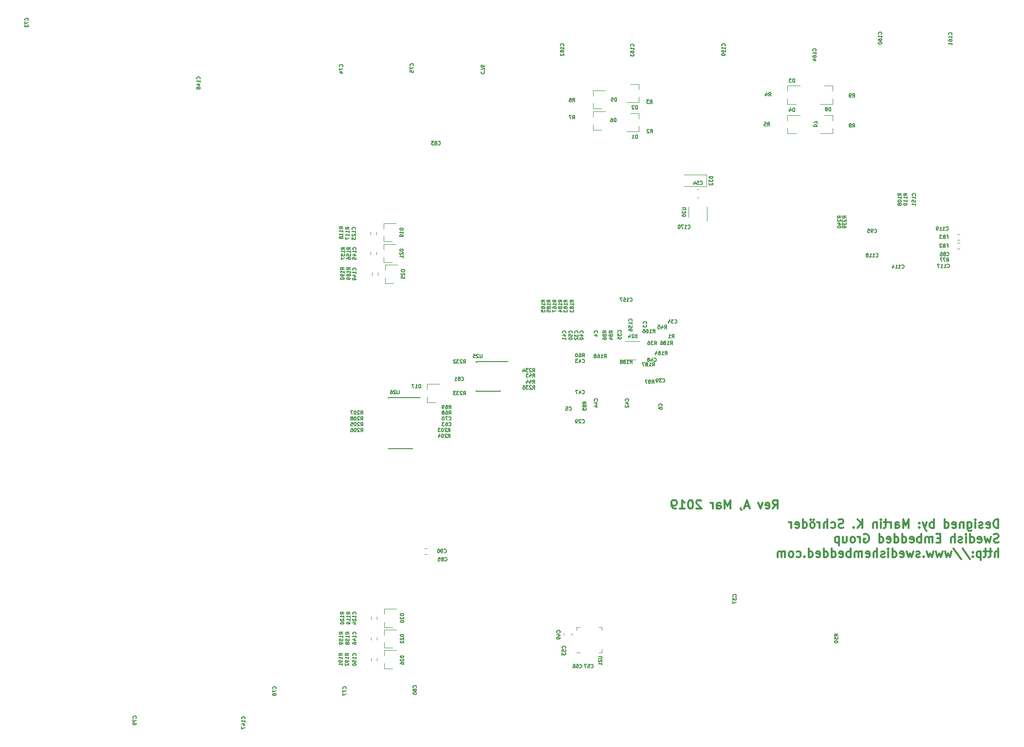
<source format=gbo>
G04 #@! TF.GenerationSoftware,KiCad,Pcbnew,(5.0.1-53-g1ecfe45ab)*
G04 #@! TF.CreationDate,2019-03-07T10:28:32+01:00*
G04 #@! TF.ProjectId,motordriver-2x,6d6f746f-7264-4726-9976-65722d32782e,Rev A*
G04 #@! TF.SameCoordinates,Original*
G04 #@! TF.FileFunction,Legend,Bot*
G04 #@! TF.FilePolarity,Positive*
%FSLAX46Y46*%
G04 Gerber Fmt 4.6, Leading zero omitted, Abs format (unit mm)*
G04 Created by KiCad (PCBNEW (5.0.1-53-g1ecfe45ab)) date Thu 07 Mar 2019 10:28:32 AM CET*
%MOMM*%
%LPD*%
G01*
G04 APERTURE LIST*
%ADD10C,0.300000*%
%ADD11C,0.120000*%
%ADD12C,0.150000*%
G04 APERTURE END LIST*
D10*
X232447857Y-114928571D02*
X232447857Y-113428571D01*
X232090714Y-113428571D01*
X231876428Y-113500000D01*
X231733571Y-113642857D01*
X231662142Y-113785714D01*
X231590714Y-114071428D01*
X231590714Y-114285714D01*
X231662142Y-114571428D01*
X231733571Y-114714285D01*
X231876428Y-114857142D01*
X232090714Y-114928571D01*
X232447857Y-114928571D01*
X230376428Y-114857142D02*
X230519285Y-114928571D01*
X230805000Y-114928571D01*
X230947857Y-114857142D01*
X231019285Y-114714285D01*
X231019285Y-114142857D01*
X230947857Y-114000000D01*
X230805000Y-113928571D01*
X230519285Y-113928571D01*
X230376428Y-114000000D01*
X230305000Y-114142857D01*
X230305000Y-114285714D01*
X231019285Y-114428571D01*
X229733571Y-114857142D02*
X229590714Y-114928571D01*
X229305000Y-114928571D01*
X229162142Y-114857142D01*
X229090714Y-114714285D01*
X229090714Y-114642857D01*
X229162142Y-114500000D01*
X229305000Y-114428571D01*
X229519285Y-114428571D01*
X229662142Y-114357142D01*
X229733571Y-114214285D01*
X229733571Y-114142857D01*
X229662142Y-114000000D01*
X229519285Y-113928571D01*
X229305000Y-113928571D01*
X229162142Y-114000000D01*
X228447857Y-114928571D02*
X228447857Y-113928571D01*
X228447857Y-113428571D02*
X228519285Y-113500000D01*
X228447857Y-113571428D01*
X228376428Y-113500000D01*
X228447857Y-113428571D01*
X228447857Y-113571428D01*
X227090714Y-113928571D02*
X227090714Y-115142857D01*
X227162142Y-115285714D01*
X227233571Y-115357142D01*
X227376428Y-115428571D01*
X227590714Y-115428571D01*
X227733571Y-115357142D01*
X227090714Y-114857142D02*
X227233571Y-114928571D01*
X227519285Y-114928571D01*
X227662142Y-114857142D01*
X227733571Y-114785714D01*
X227805000Y-114642857D01*
X227805000Y-114214285D01*
X227733571Y-114071428D01*
X227662142Y-114000000D01*
X227519285Y-113928571D01*
X227233571Y-113928571D01*
X227090714Y-114000000D01*
X226376428Y-113928571D02*
X226376428Y-114928571D01*
X226376428Y-114071428D02*
X226305000Y-114000000D01*
X226162142Y-113928571D01*
X225947857Y-113928571D01*
X225805000Y-114000000D01*
X225733571Y-114142857D01*
X225733571Y-114928571D01*
X224447857Y-114857142D02*
X224590714Y-114928571D01*
X224876428Y-114928571D01*
X225019285Y-114857142D01*
X225090714Y-114714285D01*
X225090714Y-114142857D01*
X225019285Y-114000000D01*
X224876428Y-113928571D01*
X224590714Y-113928571D01*
X224447857Y-114000000D01*
X224376428Y-114142857D01*
X224376428Y-114285714D01*
X225090714Y-114428571D01*
X223090714Y-114928571D02*
X223090714Y-113428571D01*
X223090714Y-114857142D02*
X223233571Y-114928571D01*
X223519285Y-114928571D01*
X223662142Y-114857142D01*
X223733571Y-114785714D01*
X223805000Y-114642857D01*
X223805000Y-114214285D01*
X223733571Y-114071428D01*
X223662142Y-114000000D01*
X223519285Y-113928571D01*
X223233571Y-113928571D01*
X223090714Y-114000000D01*
X221233571Y-114928571D02*
X221233571Y-113428571D01*
X221233571Y-114000000D02*
X221090714Y-113928571D01*
X220805000Y-113928571D01*
X220662142Y-114000000D01*
X220590714Y-114071428D01*
X220519285Y-114214285D01*
X220519285Y-114642857D01*
X220590714Y-114785714D01*
X220662142Y-114857142D01*
X220805000Y-114928571D01*
X221090714Y-114928571D01*
X221233571Y-114857142D01*
X220019285Y-113928571D02*
X219662142Y-114928571D01*
X219305000Y-113928571D02*
X219662142Y-114928571D01*
X219805000Y-115285714D01*
X219876428Y-115357142D01*
X220019285Y-115428571D01*
X218733571Y-114785714D02*
X218662142Y-114857142D01*
X218733571Y-114928571D01*
X218805000Y-114857142D01*
X218733571Y-114785714D01*
X218733571Y-114928571D01*
X218733571Y-114000000D02*
X218662142Y-114071428D01*
X218733571Y-114142857D01*
X218805000Y-114071428D01*
X218733571Y-114000000D01*
X218733571Y-114142857D01*
X216876428Y-114928571D02*
X216876428Y-113428571D01*
X216376428Y-114500000D01*
X215876428Y-113428571D01*
X215876428Y-114928571D01*
X214519285Y-114928571D02*
X214519285Y-114142857D01*
X214590714Y-114000000D01*
X214733571Y-113928571D01*
X215019285Y-113928571D01*
X215162142Y-114000000D01*
X214519285Y-114857142D02*
X214662142Y-114928571D01*
X215019285Y-114928571D01*
X215162142Y-114857142D01*
X215233571Y-114714285D01*
X215233571Y-114571428D01*
X215162142Y-114428571D01*
X215019285Y-114357142D01*
X214662142Y-114357142D01*
X214519285Y-114285714D01*
X213805000Y-114928571D02*
X213805000Y-113928571D01*
X213805000Y-114214285D02*
X213733571Y-114071428D01*
X213662142Y-114000000D01*
X213519285Y-113928571D01*
X213376428Y-113928571D01*
X213090714Y-113928571D02*
X212519285Y-113928571D01*
X212876428Y-113428571D02*
X212876428Y-114714285D01*
X212805000Y-114857142D01*
X212662142Y-114928571D01*
X212519285Y-114928571D01*
X212019285Y-114928571D02*
X212019285Y-113928571D01*
X212019285Y-113428571D02*
X212090714Y-113500000D01*
X212019285Y-113571428D01*
X211947857Y-113500000D01*
X212019285Y-113428571D01*
X212019285Y-113571428D01*
X211305000Y-113928571D02*
X211305000Y-114928571D01*
X211305000Y-114071428D02*
X211233571Y-114000000D01*
X211090714Y-113928571D01*
X210876428Y-113928571D01*
X210733571Y-114000000D01*
X210662142Y-114142857D01*
X210662142Y-114928571D01*
X208805000Y-114928571D02*
X208805000Y-113428571D01*
X207947857Y-114928571D02*
X208590714Y-114071428D01*
X207947857Y-113428571D02*
X208805000Y-114285714D01*
X207305000Y-114785714D02*
X207233571Y-114857142D01*
X207305000Y-114928571D01*
X207376428Y-114857142D01*
X207305000Y-114785714D01*
X207305000Y-114928571D01*
X205519285Y-114857142D02*
X205305000Y-114928571D01*
X204947857Y-114928571D01*
X204805000Y-114857142D01*
X204733571Y-114785714D01*
X204662142Y-114642857D01*
X204662142Y-114500000D01*
X204733571Y-114357142D01*
X204805000Y-114285714D01*
X204947857Y-114214285D01*
X205233571Y-114142857D01*
X205376428Y-114071428D01*
X205447857Y-114000000D01*
X205519285Y-113857142D01*
X205519285Y-113714285D01*
X205447857Y-113571428D01*
X205376428Y-113500000D01*
X205233571Y-113428571D01*
X204876428Y-113428571D01*
X204662142Y-113500000D01*
X203376428Y-114857142D02*
X203519285Y-114928571D01*
X203805000Y-114928571D01*
X203947857Y-114857142D01*
X204019285Y-114785714D01*
X204090714Y-114642857D01*
X204090714Y-114214285D01*
X204019285Y-114071428D01*
X203947857Y-114000000D01*
X203805000Y-113928571D01*
X203519285Y-113928571D01*
X203376428Y-114000000D01*
X202733571Y-114928571D02*
X202733571Y-113428571D01*
X202090714Y-114928571D02*
X202090714Y-114142857D01*
X202162142Y-114000000D01*
X202305000Y-113928571D01*
X202519285Y-113928571D01*
X202662142Y-114000000D01*
X202733571Y-114071428D01*
X201376428Y-114928571D02*
X201376428Y-113928571D01*
X201376428Y-114214285D02*
X201305000Y-114071428D01*
X201233571Y-114000000D01*
X201090714Y-113928571D01*
X200947857Y-113928571D01*
X200233571Y-114928571D02*
X200376428Y-114857142D01*
X200447857Y-114785714D01*
X200519285Y-114642857D01*
X200519285Y-114214285D01*
X200447857Y-114071428D01*
X200376428Y-114000000D01*
X200233571Y-113928571D01*
X200019285Y-113928571D01*
X199876428Y-114000000D01*
X199805000Y-114071428D01*
X199733571Y-114214285D01*
X199733571Y-114642857D01*
X199805000Y-114785714D01*
X199876428Y-114857142D01*
X200019285Y-114928571D01*
X200233571Y-114928571D01*
X200376428Y-113428571D02*
X200305000Y-113500000D01*
X200376428Y-113571428D01*
X200447857Y-113500000D01*
X200376428Y-113428571D01*
X200376428Y-113571428D01*
X199805000Y-113428571D02*
X199733571Y-113500000D01*
X199805000Y-113571428D01*
X199876428Y-113500000D01*
X199805000Y-113428571D01*
X199805000Y-113571428D01*
X198447857Y-114928571D02*
X198447857Y-113428571D01*
X198447857Y-114857142D02*
X198590714Y-114928571D01*
X198876428Y-114928571D01*
X199019285Y-114857142D01*
X199090714Y-114785714D01*
X199162142Y-114642857D01*
X199162142Y-114214285D01*
X199090714Y-114071428D01*
X199019285Y-114000000D01*
X198876428Y-113928571D01*
X198590714Y-113928571D01*
X198447857Y-114000000D01*
X197162142Y-114857142D02*
X197305000Y-114928571D01*
X197590714Y-114928571D01*
X197733571Y-114857142D01*
X197805000Y-114714285D01*
X197805000Y-114142857D01*
X197733571Y-114000000D01*
X197590714Y-113928571D01*
X197305000Y-113928571D01*
X197162142Y-114000000D01*
X197090714Y-114142857D01*
X197090714Y-114285714D01*
X197805000Y-114428571D01*
X196447857Y-114928571D02*
X196447857Y-113928571D01*
X196447857Y-114214285D02*
X196376428Y-114071428D01*
X196305000Y-114000000D01*
X196162142Y-113928571D01*
X196019285Y-113928571D01*
X232519285Y-117407142D02*
X232305000Y-117478571D01*
X231947857Y-117478571D01*
X231805000Y-117407142D01*
X231733571Y-117335714D01*
X231662142Y-117192857D01*
X231662142Y-117050000D01*
X231733571Y-116907142D01*
X231805000Y-116835714D01*
X231947857Y-116764285D01*
X232233571Y-116692857D01*
X232376428Y-116621428D01*
X232447857Y-116550000D01*
X232519285Y-116407142D01*
X232519285Y-116264285D01*
X232447857Y-116121428D01*
X232376428Y-116050000D01*
X232233571Y-115978571D01*
X231876428Y-115978571D01*
X231662142Y-116050000D01*
X231162142Y-116478571D02*
X230876428Y-117478571D01*
X230590714Y-116764285D01*
X230305000Y-117478571D01*
X230019285Y-116478571D01*
X228876428Y-117407142D02*
X229019285Y-117478571D01*
X229305000Y-117478571D01*
X229447857Y-117407142D01*
X229519285Y-117264285D01*
X229519285Y-116692857D01*
X229447857Y-116550000D01*
X229305000Y-116478571D01*
X229019285Y-116478571D01*
X228876428Y-116550000D01*
X228805000Y-116692857D01*
X228805000Y-116835714D01*
X229519285Y-116978571D01*
X227519285Y-117478571D02*
X227519285Y-115978571D01*
X227519285Y-117407142D02*
X227662142Y-117478571D01*
X227947857Y-117478571D01*
X228090714Y-117407142D01*
X228162142Y-117335714D01*
X228233571Y-117192857D01*
X228233571Y-116764285D01*
X228162142Y-116621428D01*
X228090714Y-116550000D01*
X227947857Y-116478571D01*
X227662142Y-116478571D01*
X227519285Y-116550000D01*
X226805000Y-117478571D02*
X226805000Y-116478571D01*
X226805000Y-115978571D02*
X226876428Y-116050000D01*
X226805000Y-116121428D01*
X226733571Y-116050000D01*
X226805000Y-115978571D01*
X226805000Y-116121428D01*
X226162142Y-117407142D02*
X226019285Y-117478571D01*
X225733571Y-117478571D01*
X225590714Y-117407142D01*
X225519285Y-117264285D01*
X225519285Y-117192857D01*
X225590714Y-117050000D01*
X225733571Y-116978571D01*
X225947857Y-116978571D01*
X226090714Y-116907142D01*
X226162142Y-116764285D01*
X226162142Y-116692857D01*
X226090714Y-116550000D01*
X225947857Y-116478571D01*
X225733571Y-116478571D01*
X225590714Y-116550000D01*
X224876428Y-117478571D02*
X224876428Y-115978571D01*
X224233571Y-117478571D02*
X224233571Y-116692857D01*
X224305000Y-116550000D01*
X224447857Y-116478571D01*
X224662142Y-116478571D01*
X224805000Y-116550000D01*
X224876428Y-116621428D01*
X222376428Y-116692857D02*
X221876428Y-116692857D01*
X221662142Y-117478571D02*
X222376428Y-117478571D01*
X222376428Y-115978571D01*
X221662142Y-115978571D01*
X221019285Y-117478571D02*
X221019285Y-116478571D01*
X221019285Y-116621428D02*
X220947857Y-116550000D01*
X220805000Y-116478571D01*
X220590714Y-116478571D01*
X220447857Y-116550000D01*
X220376428Y-116692857D01*
X220376428Y-117478571D01*
X220376428Y-116692857D02*
X220305000Y-116550000D01*
X220162142Y-116478571D01*
X219947857Y-116478571D01*
X219805000Y-116550000D01*
X219733571Y-116692857D01*
X219733571Y-117478571D01*
X219019285Y-117478571D02*
X219019285Y-115978571D01*
X219019285Y-116550000D02*
X218876428Y-116478571D01*
X218590714Y-116478571D01*
X218447857Y-116550000D01*
X218376428Y-116621428D01*
X218305000Y-116764285D01*
X218305000Y-117192857D01*
X218376428Y-117335714D01*
X218447857Y-117407142D01*
X218590714Y-117478571D01*
X218876428Y-117478571D01*
X219019285Y-117407142D01*
X217090714Y-117407142D02*
X217233571Y-117478571D01*
X217519285Y-117478571D01*
X217662142Y-117407142D01*
X217733571Y-117264285D01*
X217733571Y-116692857D01*
X217662142Y-116550000D01*
X217519285Y-116478571D01*
X217233571Y-116478571D01*
X217090714Y-116550000D01*
X217019285Y-116692857D01*
X217019285Y-116835714D01*
X217733571Y-116978571D01*
X215733571Y-117478571D02*
X215733571Y-115978571D01*
X215733571Y-117407142D02*
X215876428Y-117478571D01*
X216162142Y-117478571D01*
X216305000Y-117407142D01*
X216376428Y-117335714D01*
X216447857Y-117192857D01*
X216447857Y-116764285D01*
X216376428Y-116621428D01*
X216305000Y-116550000D01*
X216162142Y-116478571D01*
X215876428Y-116478571D01*
X215733571Y-116550000D01*
X214376428Y-117478571D02*
X214376428Y-115978571D01*
X214376428Y-117407142D02*
X214519285Y-117478571D01*
X214805000Y-117478571D01*
X214947857Y-117407142D01*
X215019285Y-117335714D01*
X215090714Y-117192857D01*
X215090714Y-116764285D01*
X215019285Y-116621428D01*
X214947857Y-116550000D01*
X214805000Y-116478571D01*
X214519285Y-116478571D01*
X214376428Y-116550000D01*
X213090714Y-117407142D02*
X213233571Y-117478571D01*
X213519285Y-117478571D01*
X213662142Y-117407142D01*
X213733571Y-117264285D01*
X213733571Y-116692857D01*
X213662142Y-116550000D01*
X213519285Y-116478571D01*
X213233571Y-116478571D01*
X213090714Y-116550000D01*
X213019285Y-116692857D01*
X213019285Y-116835714D01*
X213733571Y-116978571D01*
X211733571Y-117478571D02*
X211733571Y-115978571D01*
X211733571Y-117407142D02*
X211876428Y-117478571D01*
X212162142Y-117478571D01*
X212305000Y-117407142D01*
X212376428Y-117335714D01*
X212447857Y-117192857D01*
X212447857Y-116764285D01*
X212376428Y-116621428D01*
X212305000Y-116550000D01*
X212162142Y-116478571D01*
X211876428Y-116478571D01*
X211733571Y-116550000D01*
X209090714Y-116050000D02*
X209233571Y-115978571D01*
X209447857Y-115978571D01*
X209662142Y-116050000D01*
X209805000Y-116192857D01*
X209876428Y-116335714D01*
X209947857Y-116621428D01*
X209947857Y-116835714D01*
X209876428Y-117121428D01*
X209805000Y-117264285D01*
X209662142Y-117407142D01*
X209447857Y-117478571D01*
X209305000Y-117478571D01*
X209090714Y-117407142D01*
X209019285Y-117335714D01*
X209019285Y-116835714D01*
X209305000Y-116835714D01*
X208376428Y-117478571D02*
X208376428Y-116478571D01*
X208376428Y-116764285D02*
X208305000Y-116621428D01*
X208233571Y-116550000D01*
X208090714Y-116478571D01*
X207947857Y-116478571D01*
X207233571Y-117478571D02*
X207376428Y-117407142D01*
X207447857Y-117335714D01*
X207519285Y-117192857D01*
X207519285Y-116764285D01*
X207447857Y-116621428D01*
X207376428Y-116550000D01*
X207233571Y-116478571D01*
X207019285Y-116478571D01*
X206876428Y-116550000D01*
X206805000Y-116621428D01*
X206733571Y-116764285D01*
X206733571Y-117192857D01*
X206805000Y-117335714D01*
X206876428Y-117407142D01*
X207019285Y-117478571D01*
X207233571Y-117478571D01*
X205447857Y-116478571D02*
X205447857Y-117478571D01*
X206090714Y-116478571D02*
X206090714Y-117264285D01*
X206019285Y-117407142D01*
X205876428Y-117478571D01*
X205662142Y-117478571D01*
X205519285Y-117407142D01*
X205447857Y-117335714D01*
X204733571Y-116478571D02*
X204733571Y-117978571D01*
X204733571Y-116550000D02*
X204590714Y-116478571D01*
X204305000Y-116478571D01*
X204162142Y-116550000D01*
X204090714Y-116621428D01*
X204019285Y-116764285D01*
X204019285Y-117192857D01*
X204090714Y-117335714D01*
X204162142Y-117407142D01*
X204305000Y-117478571D01*
X204590714Y-117478571D01*
X204733571Y-117407142D01*
X232447857Y-120028571D02*
X232447857Y-118528571D01*
X231805000Y-120028571D02*
X231805000Y-119242857D01*
X231876428Y-119100000D01*
X232019285Y-119028571D01*
X232233571Y-119028571D01*
X232376428Y-119100000D01*
X232447857Y-119171428D01*
X231305000Y-119028571D02*
X230733571Y-119028571D01*
X231090714Y-118528571D02*
X231090714Y-119814285D01*
X231019285Y-119957142D01*
X230876428Y-120028571D01*
X230733571Y-120028571D01*
X230447857Y-119028571D02*
X229876428Y-119028571D01*
X230233571Y-118528571D02*
X230233571Y-119814285D01*
X230162142Y-119957142D01*
X230019285Y-120028571D01*
X229876428Y-120028571D01*
X229376428Y-119028571D02*
X229376428Y-120528571D01*
X229376428Y-119100000D02*
X229233571Y-119028571D01*
X228947857Y-119028571D01*
X228805000Y-119100000D01*
X228733571Y-119171428D01*
X228662142Y-119314285D01*
X228662142Y-119742857D01*
X228733571Y-119885714D01*
X228805000Y-119957142D01*
X228947857Y-120028571D01*
X229233571Y-120028571D01*
X229376428Y-119957142D01*
X228019285Y-119885714D02*
X227947857Y-119957142D01*
X228019285Y-120028571D01*
X228090714Y-119957142D01*
X228019285Y-119885714D01*
X228019285Y-120028571D01*
X228019285Y-119100000D02*
X227947857Y-119171428D01*
X228019285Y-119242857D01*
X228090714Y-119171428D01*
X228019285Y-119100000D01*
X228019285Y-119242857D01*
X226233571Y-118457142D02*
X227519285Y-120385714D01*
X224662142Y-118457142D02*
X225947857Y-120385714D01*
X224305000Y-119028571D02*
X224019285Y-120028571D01*
X223733571Y-119314285D01*
X223447857Y-120028571D01*
X223162142Y-119028571D01*
X222733571Y-119028571D02*
X222447857Y-120028571D01*
X222162142Y-119314285D01*
X221876428Y-120028571D01*
X221590714Y-119028571D01*
X221162142Y-119028571D02*
X220876428Y-120028571D01*
X220590714Y-119314285D01*
X220305000Y-120028571D01*
X220019285Y-119028571D01*
X219447857Y-119885714D02*
X219376428Y-119957142D01*
X219447857Y-120028571D01*
X219519285Y-119957142D01*
X219447857Y-119885714D01*
X219447857Y-120028571D01*
X218805000Y-119957142D02*
X218662142Y-120028571D01*
X218376428Y-120028571D01*
X218233571Y-119957142D01*
X218162142Y-119814285D01*
X218162142Y-119742857D01*
X218233571Y-119600000D01*
X218376428Y-119528571D01*
X218590714Y-119528571D01*
X218733571Y-119457142D01*
X218805000Y-119314285D01*
X218805000Y-119242857D01*
X218733571Y-119100000D01*
X218590714Y-119028571D01*
X218376428Y-119028571D01*
X218233571Y-119100000D01*
X217662142Y-119028571D02*
X217376428Y-120028571D01*
X217090714Y-119314285D01*
X216805000Y-120028571D01*
X216519285Y-119028571D01*
X215376428Y-119957142D02*
X215519285Y-120028571D01*
X215805000Y-120028571D01*
X215947857Y-119957142D01*
X216019285Y-119814285D01*
X216019285Y-119242857D01*
X215947857Y-119100000D01*
X215805000Y-119028571D01*
X215519285Y-119028571D01*
X215376428Y-119100000D01*
X215305000Y-119242857D01*
X215305000Y-119385714D01*
X216019285Y-119528571D01*
X214019285Y-120028571D02*
X214019285Y-118528571D01*
X214019285Y-119957142D02*
X214162142Y-120028571D01*
X214447857Y-120028571D01*
X214590714Y-119957142D01*
X214662142Y-119885714D01*
X214733571Y-119742857D01*
X214733571Y-119314285D01*
X214662142Y-119171428D01*
X214590714Y-119100000D01*
X214447857Y-119028571D01*
X214162142Y-119028571D01*
X214019285Y-119100000D01*
X213305000Y-120028571D02*
X213305000Y-119028571D01*
X213305000Y-118528571D02*
X213376428Y-118600000D01*
X213305000Y-118671428D01*
X213233571Y-118600000D01*
X213305000Y-118528571D01*
X213305000Y-118671428D01*
X212662142Y-119957142D02*
X212519285Y-120028571D01*
X212233571Y-120028571D01*
X212090714Y-119957142D01*
X212019285Y-119814285D01*
X212019285Y-119742857D01*
X212090714Y-119600000D01*
X212233571Y-119528571D01*
X212447857Y-119528571D01*
X212590714Y-119457142D01*
X212662142Y-119314285D01*
X212662142Y-119242857D01*
X212590714Y-119100000D01*
X212447857Y-119028571D01*
X212233571Y-119028571D01*
X212090714Y-119100000D01*
X211376428Y-120028571D02*
X211376428Y-118528571D01*
X210733571Y-120028571D02*
X210733571Y-119242857D01*
X210805000Y-119100000D01*
X210947857Y-119028571D01*
X211162142Y-119028571D01*
X211305000Y-119100000D01*
X211376428Y-119171428D01*
X209447857Y-119957142D02*
X209590714Y-120028571D01*
X209876428Y-120028571D01*
X210019285Y-119957142D01*
X210090714Y-119814285D01*
X210090714Y-119242857D01*
X210019285Y-119100000D01*
X209876428Y-119028571D01*
X209590714Y-119028571D01*
X209447857Y-119100000D01*
X209376428Y-119242857D01*
X209376428Y-119385714D01*
X210090714Y-119528571D01*
X208733571Y-120028571D02*
X208733571Y-119028571D01*
X208733571Y-119171428D02*
X208662142Y-119100000D01*
X208519285Y-119028571D01*
X208305000Y-119028571D01*
X208162142Y-119100000D01*
X208090714Y-119242857D01*
X208090714Y-120028571D01*
X208090714Y-119242857D02*
X208019285Y-119100000D01*
X207876428Y-119028571D01*
X207662142Y-119028571D01*
X207519285Y-119100000D01*
X207447857Y-119242857D01*
X207447857Y-120028571D01*
X206733571Y-120028571D02*
X206733571Y-118528571D01*
X206733571Y-119100000D02*
X206590714Y-119028571D01*
X206305000Y-119028571D01*
X206162142Y-119100000D01*
X206090714Y-119171428D01*
X206019285Y-119314285D01*
X206019285Y-119742857D01*
X206090714Y-119885714D01*
X206162142Y-119957142D01*
X206305000Y-120028571D01*
X206590714Y-120028571D01*
X206733571Y-119957142D01*
X204805000Y-119957142D02*
X204947857Y-120028571D01*
X205233571Y-120028571D01*
X205376428Y-119957142D01*
X205447857Y-119814285D01*
X205447857Y-119242857D01*
X205376428Y-119100000D01*
X205233571Y-119028571D01*
X204947857Y-119028571D01*
X204805000Y-119100000D01*
X204733571Y-119242857D01*
X204733571Y-119385714D01*
X205447857Y-119528571D01*
X203447857Y-120028571D02*
X203447857Y-118528571D01*
X203447857Y-119957142D02*
X203590714Y-120028571D01*
X203876428Y-120028571D01*
X204019285Y-119957142D01*
X204090714Y-119885714D01*
X204162142Y-119742857D01*
X204162142Y-119314285D01*
X204090714Y-119171428D01*
X204019285Y-119100000D01*
X203876428Y-119028571D01*
X203590714Y-119028571D01*
X203447857Y-119100000D01*
X202090714Y-120028571D02*
X202090714Y-118528571D01*
X202090714Y-119957142D02*
X202233571Y-120028571D01*
X202519285Y-120028571D01*
X202662142Y-119957142D01*
X202733571Y-119885714D01*
X202805000Y-119742857D01*
X202805000Y-119314285D01*
X202733571Y-119171428D01*
X202662142Y-119100000D01*
X202519285Y-119028571D01*
X202233571Y-119028571D01*
X202090714Y-119100000D01*
X200805000Y-119957142D02*
X200947857Y-120028571D01*
X201233571Y-120028571D01*
X201376428Y-119957142D01*
X201447857Y-119814285D01*
X201447857Y-119242857D01*
X201376428Y-119100000D01*
X201233571Y-119028571D01*
X200947857Y-119028571D01*
X200805000Y-119100000D01*
X200733571Y-119242857D01*
X200733571Y-119385714D01*
X201447857Y-119528571D01*
X199447857Y-120028571D02*
X199447857Y-118528571D01*
X199447857Y-119957142D02*
X199590714Y-120028571D01*
X199876428Y-120028571D01*
X200019285Y-119957142D01*
X200090714Y-119885714D01*
X200162142Y-119742857D01*
X200162142Y-119314285D01*
X200090714Y-119171428D01*
X200019285Y-119100000D01*
X199876428Y-119028571D01*
X199590714Y-119028571D01*
X199447857Y-119100000D01*
X198733571Y-119885714D02*
X198662142Y-119957142D01*
X198733571Y-120028571D01*
X198805000Y-119957142D01*
X198733571Y-119885714D01*
X198733571Y-120028571D01*
X197376428Y-119957142D02*
X197519285Y-120028571D01*
X197805000Y-120028571D01*
X197947857Y-119957142D01*
X198019285Y-119885714D01*
X198090714Y-119742857D01*
X198090714Y-119314285D01*
X198019285Y-119171428D01*
X197947857Y-119100000D01*
X197805000Y-119028571D01*
X197519285Y-119028571D01*
X197376428Y-119100000D01*
X196519285Y-120028571D02*
X196662142Y-119957142D01*
X196733571Y-119885714D01*
X196805000Y-119742857D01*
X196805000Y-119314285D01*
X196733571Y-119171428D01*
X196662142Y-119100000D01*
X196519285Y-119028571D01*
X196305000Y-119028571D01*
X196162142Y-119100000D01*
X196090714Y-119171428D01*
X196019285Y-119314285D01*
X196019285Y-119742857D01*
X196090714Y-119885714D01*
X196162142Y-119957142D01*
X196305000Y-120028571D01*
X196519285Y-120028571D01*
X195376428Y-120028571D02*
X195376428Y-119028571D01*
X195376428Y-119171428D02*
X195305000Y-119100000D01*
X195162142Y-119028571D01*
X194947857Y-119028571D01*
X194805000Y-119100000D01*
X194733571Y-119242857D01*
X194733571Y-120028571D01*
X194733571Y-119242857D02*
X194662142Y-119100000D01*
X194519285Y-119028571D01*
X194305000Y-119028571D01*
X194162142Y-119100000D01*
X194090714Y-119242857D01*
X194090714Y-120028571D01*
X193221428Y-111578571D02*
X193721428Y-110864285D01*
X194078571Y-111578571D02*
X194078571Y-110078571D01*
X193507142Y-110078571D01*
X193364285Y-110150000D01*
X193292857Y-110221428D01*
X193221428Y-110364285D01*
X193221428Y-110578571D01*
X193292857Y-110721428D01*
X193364285Y-110792857D01*
X193507142Y-110864285D01*
X194078571Y-110864285D01*
X192007142Y-111507142D02*
X192150000Y-111578571D01*
X192435714Y-111578571D01*
X192578571Y-111507142D01*
X192650000Y-111364285D01*
X192650000Y-110792857D01*
X192578571Y-110650000D01*
X192435714Y-110578571D01*
X192150000Y-110578571D01*
X192007142Y-110650000D01*
X191935714Y-110792857D01*
X191935714Y-110935714D01*
X192650000Y-111078571D01*
X191435714Y-110578571D02*
X191078571Y-111578571D01*
X190721428Y-110578571D01*
X189078571Y-111150000D02*
X188364285Y-111150000D01*
X189221428Y-111578571D02*
X188721428Y-110078571D01*
X188221428Y-111578571D01*
X187650000Y-111507142D02*
X187650000Y-111578571D01*
X187721428Y-111721428D01*
X187792857Y-111792857D01*
X185864285Y-111578571D02*
X185864285Y-110078571D01*
X185364285Y-111150000D01*
X184864285Y-110078571D01*
X184864285Y-111578571D01*
X183507142Y-111578571D02*
X183507142Y-110792857D01*
X183578571Y-110650000D01*
X183721428Y-110578571D01*
X184007142Y-110578571D01*
X184150000Y-110650000D01*
X183507142Y-111507142D02*
X183650000Y-111578571D01*
X184007142Y-111578571D01*
X184150000Y-111507142D01*
X184221428Y-111364285D01*
X184221428Y-111221428D01*
X184150000Y-111078571D01*
X184007142Y-111007142D01*
X183650000Y-111007142D01*
X183507142Y-110935714D01*
X182792857Y-111578571D02*
X182792857Y-110578571D01*
X182792857Y-110864285D02*
X182721428Y-110721428D01*
X182650000Y-110650000D01*
X182507142Y-110578571D01*
X182364285Y-110578571D01*
X180792857Y-110221428D02*
X180721428Y-110150000D01*
X180578571Y-110078571D01*
X180221428Y-110078571D01*
X180078571Y-110150000D01*
X180007142Y-110221428D01*
X179935714Y-110364285D01*
X179935714Y-110507142D01*
X180007142Y-110721428D01*
X180864285Y-111578571D01*
X179935714Y-111578571D01*
X179007142Y-110078571D02*
X178864285Y-110078571D01*
X178721428Y-110150000D01*
X178650000Y-110221428D01*
X178578571Y-110364285D01*
X178507142Y-110650000D01*
X178507142Y-111007142D01*
X178578571Y-111292857D01*
X178650000Y-111435714D01*
X178721428Y-111507142D01*
X178864285Y-111578571D01*
X179007142Y-111578571D01*
X179150000Y-111507142D01*
X179221428Y-111435714D01*
X179292857Y-111292857D01*
X179364285Y-111007142D01*
X179364285Y-110650000D01*
X179292857Y-110364285D01*
X179221428Y-110221428D01*
X179150000Y-110150000D01*
X179007142Y-110078571D01*
X177078571Y-111578571D02*
X177935714Y-111578571D01*
X177507142Y-111578571D02*
X177507142Y-110078571D01*
X177650000Y-110292857D01*
X177792857Y-110435714D01*
X177935714Y-110507142D01*
X176364285Y-111578571D02*
X176078571Y-111578571D01*
X175935714Y-111507142D01*
X175864285Y-111435714D01*
X175721428Y-111221428D01*
X175650000Y-110935714D01*
X175650000Y-110364285D01*
X175721428Y-110221428D01*
X175792857Y-110150000D01*
X175935714Y-110078571D01*
X176221428Y-110078571D01*
X176364285Y-110150000D01*
X176435714Y-110221428D01*
X176507142Y-110364285D01*
X176507142Y-110721428D01*
X176435714Y-110864285D01*
X176364285Y-110935714D01*
X176221428Y-111007142D01*
X175935714Y-111007142D01*
X175792857Y-110935714D01*
X175721428Y-110864285D01*
X175650000Y-110721428D01*
D11*
G04 #@! TO.C,U21*
X159124247Y-136588323D02*
X159674247Y-136588323D01*
X159124247Y-132188323D02*
X159674247Y-132188323D01*
X159124247Y-132738323D02*
X159124247Y-132188323D01*
X163524247Y-136588323D02*
X162974247Y-136588323D01*
X163524247Y-136038323D02*
X163524247Y-136588323D01*
X163524247Y-132188323D02*
X163524247Y-132738323D01*
X162974247Y-132188323D02*
X163524247Y-132188323D01*
G04 #@! TO.C,C49*
X156864247Y-133538323D02*
X156864247Y-133238323D01*
X158284247Y-133538323D02*
X158284247Y-133238323D01*
G04 #@! TO.C,D32*
X181750000Y-53500000D02*
X177850000Y-53500000D01*
X181750000Y-55500000D02*
X177850000Y-55500000D01*
X181750000Y-53500000D02*
X181750000Y-55500000D01*
G04 #@! TO.C,C90*
X133120000Y-119510000D02*
X132680000Y-119510000D01*
X133120000Y-118490000D02*
X132680000Y-118490000D01*
G04 #@! TO.C,C123*
X123313227Y-63874860D02*
X123313227Y-63434860D01*
X124333227Y-63874860D02*
X124333227Y-63434860D01*
G04 #@! TO.C,C124*
X123390000Y-130820000D02*
X123390000Y-130380000D01*
X124410000Y-130820000D02*
X124410000Y-130380000D01*
G04 #@! TO.C,C150*
X123390000Y-138020000D02*
X123390000Y-137580000D01*
X124410000Y-138020000D02*
X124410000Y-137580000D01*
G04 #@! TO.C,C149*
X123548313Y-70972770D02*
X123548313Y-70532770D01*
X124568313Y-70972770D02*
X124568313Y-70532770D01*
G04 #@! TO.C,C145*
X123298313Y-67372770D02*
X123298313Y-66932770D01*
X124318313Y-67372770D02*
X124318313Y-66932770D01*
G04 #@! TO.C,C146*
X123390000Y-134420000D02*
X123390000Y-133980000D01*
X124410000Y-134420000D02*
X124410000Y-133980000D01*
G04 #@! TO.C,C54*
X180371947Y-57468511D02*
X180071947Y-57468511D01*
X180371947Y-56048511D02*
X180071947Y-56048511D01*
G04 #@! TO.C,FB2*
X225330000Y-65340000D02*
X225770000Y-65340000D01*
X225330000Y-66360000D02*
X225770000Y-66360000D01*
G04 #@! TO.C,FB3*
X225330000Y-63840000D02*
X225770000Y-63840000D01*
X225330000Y-64860000D02*
X225770000Y-64860000D01*
D12*
G04 #@! TO.C,U26*
X130575000Y-92275000D02*
X131950000Y-92275000D01*
X130575000Y-101150000D02*
X126425000Y-101150000D01*
X130575000Y-92250000D02*
X126425000Y-92250000D01*
X130575000Y-101150000D02*
X130575000Y-101035000D01*
X126425000Y-101150000D02*
X126425000Y-101035000D01*
X126425000Y-92250000D02*
X126425000Y-92365000D01*
X130575000Y-92250000D02*
X130575000Y-92275000D01*
G04 #@! TO.C,U25*
X145775000Y-86025000D02*
X147175000Y-86025000D01*
X145775000Y-91125000D02*
X141625000Y-91125000D01*
X145775000Y-85975000D02*
X141625000Y-85975000D01*
X145775000Y-91125000D02*
X145775000Y-90980000D01*
X141625000Y-91125000D02*
X141625000Y-90980000D01*
X141625000Y-85975000D02*
X141625000Y-86120000D01*
X145775000Y-85975000D02*
X145775000Y-86025000D01*
D11*
G04 #@! TO.C,D2*
X169967757Y-37708795D02*
X168507757Y-37708795D01*
X169967757Y-40868795D02*
X167807757Y-40868795D01*
X169967757Y-40868795D02*
X169967757Y-39938795D01*
X169967757Y-37708795D02*
X169967757Y-38638795D01*
G04 #@! TO.C,D20*
X125640000Y-132180000D02*
X127100000Y-132180000D01*
X125640000Y-129020000D02*
X127800000Y-129020000D01*
X125640000Y-129020000D02*
X125640000Y-129950000D01*
X125640000Y-132180000D02*
X125640000Y-131250000D01*
G04 #@! TO.C,D19*
X125563227Y-65080000D02*
X127023227Y-65080000D01*
X125563227Y-61920000D02*
X127723227Y-61920000D01*
X125563227Y-61920000D02*
X125563227Y-62850000D01*
X125563227Y-65080000D02*
X125563227Y-64150000D01*
G04 #@! TO.C,D6*
X161947757Y-45668795D02*
X163407757Y-45668795D01*
X161947757Y-42508795D02*
X164107757Y-42508795D01*
X161947757Y-42508795D02*
X161947757Y-43438795D01*
X161947757Y-45668795D02*
X161947757Y-44738795D01*
G04 #@! TO.C,D7*
X203638079Y-43158795D02*
X202178079Y-43158795D01*
X203638079Y-46318795D02*
X201478079Y-46318795D01*
X203638079Y-46318795D02*
X203638079Y-45388795D01*
X203638079Y-43158795D02*
X203638079Y-44088795D01*
G04 #@! TO.C,D8*
X203617757Y-38008795D02*
X202157757Y-38008795D01*
X203617757Y-41168795D02*
X201457757Y-41168795D01*
X203617757Y-41168795D02*
X203617757Y-40238795D01*
X203617757Y-38008795D02*
X203617757Y-38938795D01*
G04 #@! TO.C,D5*
X161947757Y-41968795D02*
X163407757Y-41968795D01*
X161947757Y-38808795D02*
X164107757Y-38808795D01*
X161947757Y-38808795D02*
X161947757Y-39738795D01*
X161947757Y-41968795D02*
X161947757Y-41038795D01*
G04 #@! TO.C,D4*
X195797757Y-46268795D02*
X197257757Y-46268795D01*
X195797757Y-43108795D02*
X197957757Y-43108795D01*
X195797757Y-43108795D02*
X195797757Y-44038795D01*
X195797757Y-46268795D02*
X195797757Y-45338795D01*
G04 #@! TO.C,D1*
X169967757Y-42808795D02*
X168507757Y-42808795D01*
X169967757Y-45968795D02*
X167807757Y-45968795D01*
X169967757Y-45968795D02*
X169967757Y-45038795D01*
X169967757Y-42808795D02*
X169967757Y-43738795D01*
G04 #@! TO.C,D3*
X195797757Y-41168795D02*
X197257757Y-41168795D01*
X195797757Y-38008795D02*
X197957757Y-38008795D01*
X195797757Y-38008795D02*
X195797757Y-38938795D01*
X195797757Y-41168795D02*
X195797757Y-40238795D01*
G04 #@! TO.C,D17*
X133140000Y-93080000D02*
X134600000Y-93080000D01*
X133140000Y-89920000D02*
X135300000Y-89920000D01*
X133140000Y-89920000D02*
X133140000Y-90850000D01*
X133140000Y-93080000D02*
X133140000Y-92150000D01*
G04 #@! TO.C,D21*
X125548313Y-68732770D02*
X127008313Y-68732770D01*
X125548313Y-65572770D02*
X127708313Y-65572770D01*
X125548313Y-65572770D02*
X125548313Y-66502770D01*
X125548313Y-68732770D02*
X125548313Y-67802770D01*
G04 #@! TO.C,D22*
X125640000Y-135780000D02*
X127100000Y-135780000D01*
X125640000Y-132620000D02*
X127800000Y-132620000D01*
X125640000Y-132620000D02*
X125640000Y-133550000D01*
X125640000Y-135780000D02*
X125640000Y-134850000D01*
G04 #@! TO.C,D25*
X125798313Y-72332770D02*
X127258313Y-72332770D01*
X125798313Y-69172770D02*
X127958313Y-69172770D01*
X125798313Y-69172770D02*
X125798313Y-70102770D01*
X125798313Y-72332770D02*
X125798313Y-71402770D01*
G04 #@! TO.C,D26*
X125640000Y-139380000D02*
X127100000Y-139380000D01*
X125640000Y-136220000D02*
X127800000Y-136220000D01*
X125640000Y-136220000D02*
X125640000Y-137150000D01*
X125640000Y-139380000D02*
X125640000Y-138450000D01*
G04 #@! TO.C,D24*
X167600000Y-82390000D02*
X170050000Y-82390000D01*
X169400000Y-85610000D02*
X167600000Y-85610000D01*
G04 #@! TO.C,U20*
X181831947Y-59058511D02*
X181831947Y-61508511D01*
X178611947Y-60858511D02*
X178611947Y-59058511D01*
G04 #@! TO.C,U21*
D12*
X162921428Y-137257142D02*
X163407142Y-137257142D01*
X163464285Y-137285714D01*
X163492857Y-137314285D01*
X163521428Y-137371428D01*
X163521428Y-137485714D01*
X163492857Y-137542857D01*
X163464285Y-137571428D01*
X163407142Y-137600000D01*
X162921428Y-137600000D01*
X162978571Y-137857142D02*
X162950000Y-137885714D01*
X162921428Y-137942857D01*
X162921428Y-138085714D01*
X162950000Y-138142857D01*
X162978571Y-138171428D01*
X163035714Y-138200000D01*
X163092857Y-138200000D01*
X163178571Y-138171428D01*
X163521428Y-137828571D01*
X163521428Y-138200000D01*
X163521428Y-138771428D02*
X163521428Y-138428571D01*
X163521428Y-138600000D02*
X162921428Y-138600000D01*
X163007142Y-138542857D01*
X163064285Y-138485714D01*
X163092857Y-138428571D01*
G04 #@! TO.C,R239*
X205971428Y-61028571D02*
X205685714Y-60828571D01*
X205971428Y-60685714D02*
X205371428Y-60685714D01*
X205371428Y-60914285D01*
X205400000Y-60971428D01*
X205428571Y-61000000D01*
X205485714Y-61028571D01*
X205571428Y-61028571D01*
X205628571Y-61000000D01*
X205657142Y-60971428D01*
X205685714Y-60914285D01*
X205685714Y-60685714D01*
X205428571Y-61257142D02*
X205400000Y-61285714D01*
X205371428Y-61342857D01*
X205371428Y-61485714D01*
X205400000Y-61542857D01*
X205428571Y-61571428D01*
X205485714Y-61600000D01*
X205542857Y-61600000D01*
X205628571Y-61571428D01*
X205971428Y-61228571D01*
X205971428Y-61600000D01*
X205371428Y-61800000D02*
X205371428Y-62171428D01*
X205600000Y-61971428D01*
X205600000Y-62057142D01*
X205628571Y-62114285D01*
X205657142Y-62142857D01*
X205714285Y-62171428D01*
X205857142Y-62171428D01*
X205914285Y-62142857D01*
X205942857Y-62114285D01*
X205971428Y-62057142D01*
X205971428Y-61885714D01*
X205942857Y-61828571D01*
X205914285Y-61800000D01*
X205971428Y-62457142D02*
X205971428Y-62571428D01*
X205942857Y-62628571D01*
X205914285Y-62657142D01*
X205828571Y-62714285D01*
X205714285Y-62742857D01*
X205485714Y-62742857D01*
X205428571Y-62714285D01*
X205400000Y-62685714D01*
X205371428Y-62628571D01*
X205371428Y-62514285D01*
X205400000Y-62457142D01*
X205428571Y-62428571D01*
X205485714Y-62400000D01*
X205628571Y-62400000D01*
X205685714Y-62428571D01*
X205714285Y-62457142D01*
X205742857Y-62514285D01*
X205742857Y-62628571D01*
X205714285Y-62685714D01*
X205685714Y-62714285D01*
X205628571Y-62742857D01*
G04 #@! TO.C,R240*
X205071428Y-61028571D02*
X204785714Y-60828571D01*
X205071428Y-60685714D02*
X204471428Y-60685714D01*
X204471428Y-60914285D01*
X204500000Y-60971428D01*
X204528571Y-61000000D01*
X204585714Y-61028571D01*
X204671428Y-61028571D01*
X204728571Y-61000000D01*
X204757142Y-60971428D01*
X204785714Y-60914285D01*
X204785714Y-60685714D01*
X204528571Y-61257142D02*
X204500000Y-61285714D01*
X204471428Y-61342857D01*
X204471428Y-61485714D01*
X204500000Y-61542857D01*
X204528571Y-61571428D01*
X204585714Y-61600000D01*
X204642857Y-61600000D01*
X204728571Y-61571428D01*
X205071428Y-61228571D01*
X205071428Y-61600000D01*
X204671428Y-62114285D02*
X205071428Y-62114285D01*
X204442857Y-61971428D02*
X204871428Y-61828571D01*
X204871428Y-62200000D01*
X204471428Y-62542857D02*
X204471428Y-62600000D01*
X204500000Y-62657142D01*
X204528571Y-62685714D01*
X204585714Y-62714285D01*
X204700000Y-62742857D01*
X204842857Y-62742857D01*
X204957142Y-62714285D01*
X205014285Y-62685714D01*
X205042857Y-62657142D01*
X205071428Y-62600000D01*
X205071428Y-62542857D01*
X205042857Y-62485714D01*
X205014285Y-62457142D01*
X204957142Y-62428571D01*
X204842857Y-62400000D01*
X204700000Y-62400000D01*
X204585714Y-62428571D01*
X204528571Y-62457142D01*
X204500000Y-62485714D01*
X204471428Y-62542857D01*
G04 #@! TO.C,R233*
X139421428Y-91771428D02*
X139621428Y-91485714D01*
X139764285Y-91771428D02*
X139764285Y-91171428D01*
X139535714Y-91171428D01*
X139478571Y-91200000D01*
X139450000Y-91228571D01*
X139421428Y-91285714D01*
X139421428Y-91371428D01*
X139450000Y-91428571D01*
X139478571Y-91457142D01*
X139535714Y-91485714D01*
X139764285Y-91485714D01*
X139192857Y-91228571D02*
X139164285Y-91200000D01*
X139107142Y-91171428D01*
X138964285Y-91171428D01*
X138907142Y-91200000D01*
X138878571Y-91228571D01*
X138850000Y-91285714D01*
X138850000Y-91342857D01*
X138878571Y-91428571D01*
X139221428Y-91771428D01*
X138850000Y-91771428D01*
X138650000Y-91171428D02*
X138278571Y-91171428D01*
X138478571Y-91400000D01*
X138392857Y-91400000D01*
X138335714Y-91428571D01*
X138307142Y-91457142D01*
X138278571Y-91514285D01*
X138278571Y-91657142D01*
X138307142Y-91714285D01*
X138335714Y-91742857D01*
X138392857Y-91771428D01*
X138564285Y-91771428D01*
X138621428Y-91742857D01*
X138650000Y-91714285D01*
X138078571Y-91171428D02*
X137707142Y-91171428D01*
X137907142Y-91400000D01*
X137821428Y-91400000D01*
X137764285Y-91428571D01*
X137735714Y-91457142D01*
X137707142Y-91514285D01*
X137707142Y-91657142D01*
X137735714Y-91714285D01*
X137764285Y-91742857D01*
X137821428Y-91771428D01*
X137992857Y-91771428D01*
X138050000Y-91742857D01*
X138078571Y-91714285D01*
G04 #@! TO.C,R232*
X139421428Y-86271428D02*
X139621428Y-85985714D01*
X139764285Y-86271428D02*
X139764285Y-85671428D01*
X139535714Y-85671428D01*
X139478571Y-85700000D01*
X139450000Y-85728571D01*
X139421428Y-85785714D01*
X139421428Y-85871428D01*
X139450000Y-85928571D01*
X139478571Y-85957142D01*
X139535714Y-85985714D01*
X139764285Y-85985714D01*
X139192857Y-85728571D02*
X139164285Y-85700000D01*
X139107142Y-85671428D01*
X138964285Y-85671428D01*
X138907142Y-85700000D01*
X138878571Y-85728571D01*
X138850000Y-85785714D01*
X138850000Y-85842857D01*
X138878571Y-85928571D01*
X139221428Y-86271428D01*
X138850000Y-86271428D01*
X138650000Y-85671428D02*
X138278571Y-85671428D01*
X138478571Y-85900000D01*
X138392857Y-85900000D01*
X138335714Y-85928571D01*
X138307142Y-85957142D01*
X138278571Y-86014285D01*
X138278571Y-86157142D01*
X138307142Y-86214285D01*
X138335714Y-86242857D01*
X138392857Y-86271428D01*
X138564285Y-86271428D01*
X138621428Y-86242857D01*
X138650000Y-86214285D01*
X138050000Y-85728571D02*
X138021428Y-85700000D01*
X137964285Y-85671428D01*
X137821428Y-85671428D01*
X137764285Y-85700000D01*
X137735714Y-85728571D01*
X137707142Y-85785714D01*
X137707142Y-85842857D01*
X137735714Y-85928571D01*
X138078571Y-86271428D01*
X137707142Y-86271428D01*
G04 #@! TO.C,R235*
X151471428Y-90771428D02*
X151671428Y-90485714D01*
X151814285Y-90771428D02*
X151814285Y-90171428D01*
X151585714Y-90171428D01*
X151528571Y-90200000D01*
X151500000Y-90228571D01*
X151471428Y-90285714D01*
X151471428Y-90371428D01*
X151500000Y-90428571D01*
X151528571Y-90457142D01*
X151585714Y-90485714D01*
X151814285Y-90485714D01*
X151242857Y-90228571D02*
X151214285Y-90200000D01*
X151157142Y-90171428D01*
X151014285Y-90171428D01*
X150957142Y-90200000D01*
X150928571Y-90228571D01*
X150900000Y-90285714D01*
X150900000Y-90342857D01*
X150928571Y-90428571D01*
X151271428Y-90771428D01*
X150900000Y-90771428D01*
X150700000Y-90171428D02*
X150328571Y-90171428D01*
X150528571Y-90400000D01*
X150442857Y-90400000D01*
X150385714Y-90428571D01*
X150357142Y-90457142D01*
X150328571Y-90514285D01*
X150328571Y-90657142D01*
X150357142Y-90714285D01*
X150385714Y-90742857D01*
X150442857Y-90771428D01*
X150614285Y-90771428D01*
X150671428Y-90742857D01*
X150700000Y-90714285D01*
X149785714Y-90171428D02*
X150071428Y-90171428D01*
X150100000Y-90457142D01*
X150071428Y-90428571D01*
X150014285Y-90400000D01*
X149871428Y-90400000D01*
X149814285Y-90428571D01*
X149785714Y-90457142D01*
X149757142Y-90514285D01*
X149757142Y-90657142D01*
X149785714Y-90714285D01*
X149814285Y-90742857D01*
X149871428Y-90771428D01*
X150014285Y-90771428D01*
X150071428Y-90742857D01*
X150100000Y-90714285D01*
G04 #@! TO.C,R234*
X151471428Y-87771428D02*
X151671428Y-87485714D01*
X151814285Y-87771428D02*
X151814285Y-87171428D01*
X151585714Y-87171428D01*
X151528571Y-87200000D01*
X151500000Y-87228571D01*
X151471428Y-87285714D01*
X151471428Y-87371428D01*
X151500000Y-87428571D01*
X151528571Y-87457142D01*
X151585714Y-87485714D01*
X151814285Y-87485714D01*
X151242857Y-87228571D02*
X151214285Y-87200000D01*
X151157142Y-87171428D01*
X151014285Y-87171428D01*
X150957142Y-87200000D01*
X150928571Y-87228571D01*
X150900000Y-87285714D01*
X150900000Y-87342857D01*
X150928571Y-87428571D01*
X151271428Y-87771428D01*
X150900000Y-87771428D01*
X150700000Y-87171428D02*
X150328571Y-87171428D01*
X150528571Y-87400000D01*
X150442857Y-87400000D01*
X150385714Y-87428571D01*
X150357142Y-87457142D01*
X150328571Y-87514285D01*
X150328571Y-87657142D01*
X150357142Y-87714285D01*
X150385714Y-87742857D01*
X150442857Y-87771428D01*
X150614285Y-87771428D01*
X150671428Y-87742857D01*
X150700000Y-87714285D01*
X149814285Y-87371428D02*
X149814285Y-87771428D01*
X149957142Y-87142857D02*
X150100000Y-87571428D01*
X149728571Y-87571428D01*
G04 #@! TO.C,C147*
X101414285Y-148128571D02*
X101442857Y-148100000D01*
X101471428Y-148014285D01*
X101471428Y-147957142D01*
X101442857Y-147871428D01*
X101385714Y-147814285D01*
X101328571Y-147785714D01*
X101214285Y-147757142D01*
X101128571Y-147757142D01*
X101014285Y-147785714D01*
X100957142Y-147814285D01*
X100900000Y-147871428D01*
X100871428Y-147957142D01*
X100871428Y-148014285D01*
X100900000Y-148100000D01*
X100928571Y-148128571D01*
X101471428Y-148700000D02*
X101471428Y-148357142D01*
X101471428Y-148528571D02*
X100871428Y-148528571D01*
X100957142Y-148471428D01*
X101014285Y-148414285D01*
X101042857Y-148357142D01*
X101071428Y-149214285D02*
X101471428Y-149214285D01*
X100842857Y-149071428D02*
X101271428Y-148928571D01*
X101271428Y-149300000D01*
X100871428Y-149471428D02*
X100871428Y-149871428D01*
X101471428Y-149614285D01*
G04 #@! TO.C,C148*
X93614285Y-36828571D02*
X93642857Y-36800000D01*
X93671428Y-36714285D01*
X93671428Y-36657142D01*
X93642857Y-36571428D01*
X93585714Y-36514285D01*
X93528571Y-36485714D01*
X93414285Y-36457142D01*
X93328571Y-36457142D01*
X93214285Y-36485714D01*
X93157142Y-36514285D01*
X93100000Y-36571428D01*
X93071428Y-36657142D01*
X93071428Y-36714285D01*
X93100000Y-36800000D01*
X93128571Y-36828571D01*
X93671428Y-37400000D02*
X93671428Y-37057142D01*
X93671428Y-37228571D02*
X93071428Y-37228571D01*
X93157142Y-37171428D01*
X93214285Y-37114285D01*
X93242857Y-37057142D01*
X93271428Y-37914285D02*
X93671428Y-37914285D01*
X93042857Y-37771428D02*
X93471428Y-37628571D01*
X93471428Y-38000000D01*
X93328571Y-38314285D02*
X93300000Y-38257142D01*
X93271428Y-38228571D01*
X93214285Y-38200000D01*
X93185714Y-38200000D01*
X93128571Y-38228571D01*
X93100000Y-38257142D01*
X93071428Y-38314285D01*
X93071428Y-38428571D01*
X93100000Y-38485714D01*
X93128571Y-38514285D01*
X93185714Y-38542857D01*
X93214285Y-38542857D01*
X93271428Y-38514285D01*
X93300000Y-38485714D01*
X93328571Y-38428571D01*
X93328571Y-38314285D01*
X93357142Y-38257142D01*
X93385714Y-38228571D01*
X93442857Y-38200000D01*
X93557142Y-38200000D01*
X93614285Y-38228571D01*
X93642857Y-38257142D01*
X93671428Y-38314285D01*
X93671428Y-38428571D01*
X93642857Y-38485714D01*
X93614285Y-38514285D01*
X93557142Y-38542857D01*
X93442857Y-38542857D01*
X93385714Y-38514285D01*
X93357142Y-38485714D01*
X93328571Y-38428571D01*
G04 #@! TO.C,C151*
X218014285Y-57078571D02*
X218042857Y-57050000D01*
X218071428Y-56964285D01*
X218071428Y-56907142D01*
X218042857Y-56821428D01*
X217985714Y-56764285D01*
X217928571Y-56735714D01*
X217814285Y-56707142D01*
X217728571Y-56707142D01*
X217614285Y-56735714D01*
X217557142Y-56764285D01*
X217500000Y-56821428D01*
X217471428Y-56907142D01*
X217471428Y-56964285D01*
X217500000Y-57050000D01*
X217528571Y-57078571D01*
X218071428Y-57650000D02*
X218071428Y-57307142D01*
X218071428Y-57478571D02*
X217471428Y-57478571D01*
X217557142Y-57421428D01*
X217614285Y-57364285D01*
X217642857Y-57307142D01*
X217471428Y-58192857D02*
X217471428Y-57907142D01*
X217757142Y-57878571D01*
X217728571Y-57907142D01*
X217700000Y-57964285D01*
X217700000Y-58107142D01*
X217728571Y-58164285D01*
X217757142Y-58192857D01*
X217814285Y-58221428D01*
X217957142Y-58221428D01*
X218014285Y-58192857D01*
X218042857Y-58164285D01*
X218071428Y-58107142D01*
X218071428Y-57964285D01*
X218042857Y-57907142D01*
X218014285Y-57878571D01*
X218071428Y-58792857D02*
X218071428Y-58450000D01*
X218071428Y-58621428D02*
X217471428Y-58621428D01*
X217557142Y-58564285D01*
X217614285Y-58507142D01*
X217642857Y-58450000D01*
G04 #@! TO.C,C63*
X136885714Y-97114285D02*
X136914285Y-97142857D01*
X137000000Y-97171428D01*
X137057142Y-97171428D01*
X137142857Y-97142857D01*
X137200000Y-97085714D01*
X137228571Y-97028571D01*
X137257142Y-96914285D01*
X137257142Y-96828571D01*
X137228571Y-96714285D01*
X137200000Y-96657142D01*
X137142857Y-96600000D01*
X137057142Y-96571428D01*
X137000000Y-96571428D01*
X136914285Y-96600000D01*
X136885714Y-96628571D01*
X136371428Y-96571428D02*
X136485714Y-96571428D01*
X136542857Y-96600000D01*
X136571428Y-96628571D01*
X136628571Y-96714285D01*
X136657142Y-96828571D01*
X136657142Y-97057142D01*
X136628571Y-97114285D01*
X136600000Y-97142857D01*
X136542857Y-97171428D01*
X136428571Y-97171428D01*
X136371428Y-97142857D01*
X136342857Y-97114285D01*
X136314285Y-97057142D01*
X136314285Y-96914285D01*
X136342857Y-96857142D01*
X136371428Y-96828571D01*
X136428571Y-96800000D01*
X136542857Y-96800000D01*
X136600000Y-96828571D01*
X136628571Y-96857142D01*
X136657142Y-96914285D01*
X136114285Y-96571428D02*
X135742857Y-96571428D01*
X135942857Y-96800000D01*
X135857142Y-96800000D01*
X135800000Y-96828571D01*
X135771428Y-96857142D01*
X135742857Y-96914285D01*
X135742857Y-97057142D01*
X135771428Y-97114285D01*
X135800000Y-97142857D01*
X135857142Y-97171428D01*
X136028571Y-97171428D01*
X136085714Y-97142857D01*
X136114285Y-97114285D01*
G04 #@! TO.C,C83*
X135035714Y-48214285D02*
X135064285Y-48242857D01*
X135150000Y-48271428D01*
X135207142Y-48271428D01*
X135292857Y-48242857D01*
X135350000Y-48185714D01*
X135378571Y-48128571D01*
X135407142Y-48014285D01*
X135407142Y-47928571D01*
X135378571Y-47814285D01*
X135350000Y-47757142D01*
X135292857Y-47700000D01*
X135207142Y-47671428D01*
X135150000Y-47671428D01*
X135064285Y-47700000D01*
X135035714Y-47728571D01*
X134692857Y-47928571D02*
X134750000Y-47900000D01*
X134778571Y-47871428D01*
X134807142Y-47814285D01*
X134807142Y-47785714D01*
X134778571Y-47728571D01*
X134750000Y-47700000D01*
X134692857Y-47671428D01*
X134578571Y-47671428D01*
X134521428Y-47700000D01*
X134492857Y-47728571D01*
X134464285Y-47785714D01*
X134464285Y-47814285D01*
X134492857Y-47871428D01*
X134521428Y-47900000D01*
X134578571Y-47928571D01*
X134692857Y-47928571D01*
X134750000Y-47957142D01*
X134778571Y-47985714D01*
X134807142Y-48042857D01*
X134807142Y-48157142D01*
X134778571Y-48214285D01*
X134750000Y-48242857D01*
X134692857Y-48271428D01*
X134578571Y-48271428D01*
X134521428Y-48242857D01*
X134492857Y-48214285D01*
X134464285Y-48157142D01*
X134464285Y-48042857D01*
X134492857Y-47985714D01*
X134521428Y-47957142D01*
X134578571Y-47928571D01*
X134264285Y-47671428D02*
X133892857Y-47671428D01*
X134092857Y-47900000D01*
X134007142Y-47900000D01*
X133950000Y-47928571D01*
X133921428Y-47957142D01*
X133892857Y-48014285D01*
X133892857Y-48157142D01*
X133921428Y-48214285D01*
X133950000Y-48242857D01*
X134007142Y-48271428D01*
X134178571Y-48271428D01*
X134235714Y-48242857D01*
X134264285Y-48214285D01*
G04 #@! TO.C,C86*
X223485714Y-67514285D02*
X223514285Y-67542857D01*
X223600000Y-67571428D01*
X223657142Y-67571428D01*
X223742857Y-67542857D01*
X223800000Y-67485714D01*
X223828571Y-67428571D01*
X223857142Y-67314285D01*
X223857142Y-67228571D01*
X223828571Y-67114285D01*
X223800000Y-67057142D01*
X223742857Y-67000000D01*
X223657142Y-66971428D01*
X223600000Y-66971428D01*
X223514285Y-67000000D01*
X223485714Y-67028571D01*
X223142857Y-67228571D02*
X223200000Y-67200000D01*
X223228571Y-67171428D01*
X223257142Y-67114285D01*
X223257142Y-67085714D01*
X223228571Y-67028571D01*
X223200000Y-67000000D01*
X223142857Y-66971428D01*
X223028571Y-66971428D01*
X222971428Y-67000000D01*
X222942857Y-67028571D01*
X222914285Y-67085714D01*
X222914285Y-67114285D01*
X222942857Y-67171428D01*
X222971428Y-67200000D01*
X223028571Y-67228571D01*
X223142857Y-67228571D01*
X223200000Y-67257142D01*
X223228571Y-67285714D01*
X223257142Y-67342857D01*
X223257142Y-67457142D01*
X223228571Y-67514285D01*
X223200000Y-67542857D01*
X223142857Y-67571428D01*
X223028571Y-67571428D01*
X222971428Y-67542857D01*
X222942857Y-67514285D01*
X222914285Y-67457142D01*
X222914285Y-67342857D01*
X222942857Y-67285714D01*
X222971428Y-67257142D01*
X223028571Y-67228571D01*
X222400000Y-66971428D02*
X222514285Y-66971428D01*
X222571428Y-67000000D01*
X222600000Y-67028571D01*
X222657142Y-67114285D01*
X222685714Y-67228571D01*
X222685714Y-67457142D01*
X222657142Y-67514285D01*
X222628571Y-67542857D01*
X222571428Y-67571428D01*
X222457142Y-67571428D01*
X222400000Y-67542857D01*
X222371428Y-67514285D01*
X222342857Y-67457142D01*
X222342857Y-67314285D01*
X222371428Y-67257142D01*
X222400000Y-67228571D01*
X222457142Y-67200000D01*
X222571428Y-67200000D01*
X222628571Y-67228571D01*
X222657142Y-67257142D01*
X222685714Y-67314285D01*
G04 #@! TO.C,C119*
X223371428Y-63064285D02*
X223400000Y-63092857D01*
X223485714Y-63121428D01*
X223542857Y-63121428D01*
X223628571Y-63092857D01*
X223685714Y-63035714D01*
X223714285Y-62978571D01*
X223742857Y-62864285D01*
X223742857Y-62778571D01*
X223714285Y-62664285D01*
X223685714Y-62607142D01*
X223628571Y-62550000D01*
X223542857Y-62521428D01*
X223485714Y-62521428D01*
X223400000Y-62550000D01*
X223371428Y-62578571D01*
X222800000Y-63121428D02*
X223142857Y-63121428D01*
X222971428Y-63121428D02*
X222971428Y-62521428D01*
X223028571Y-62607142D01*
X223085714Y-62664285D01*
X223142857Y-62692857D01*
X222228571Y-63121428D02*
X222571428Y-63121428D01*
X222400000Y-63121428D02*
X222400000Y-62521428D01*
X222457142Y-62607142D01*
X222514285Y-62664285D01*
X222571428Y-62692857D01*
X221942857Y-63121428D02*
X221828571Y-63121428D01*
X221771428Y-63092857D01*
X221742857Y-63064285D01*
X221685714Y-62978571D01*
X221657142Y-62864285D01*
X221657142Y-62635714D01*
X221685714Y-62578571D01*
X221714285Y-62550000D01*
X221771428Y-62521428D01*
X221885714Y-62521428D01*
X221942857Y-62550000D01*
X221971428Y-62578571D01*
X222000000Y-62635714D01*
X222000000Y-62778571D01*
X221971428Y-62835714D01*
X221942857Y-62864285D01*
X221885714Y-62892857D01*
X221771428Y-62892857D01*
X221714285Y-62864285D01*
X221685714Y-62835714D01*
X221657142Y-62778571D01*
G04 #@! TO.C,C118*
X211171428Y-67714285D02*
X211200000Y-67742857D01*
X211285714Y-67771428D01*
X211342857Y-67771428D01*
X211428571Y-67742857D01*
X211485714Y-67685714D01*
X211514285Y-67628571D01*
X211542857Y-67514285D01*
X211542857Y-67428571D01*
X211514285Y-67314285D01*
X211485714Y-67257142D01*
X211428571Y-67200000D01*
X211342857Y-67171428D01*
X211285714Y-67171428D01*
X211200000Y-67200000D01*
X211171428Y-67228571D01*
X210600000Y-67771428D02*
X210942857Y-67771428D01*
X210771428Y-67771428D02*
X210771428Y-67171428D01*
X210828571Y-67257142D01*
X210885714Y-67314285D01*
X210942857Y-67342857D01*
X210028571Y-67771428D02*
X210371428Y-67771428D01*
X210200000Y-67771428D02*
X210200000Y-67171428D01*
X210257142Y-67257142D01*
X210314285Y-67314285D01*
X210371428Y-67342857D01*
X209685714Y-67428571D02*
X209742857Y-67400000D01*
X209771428Y-67371428D01*
X209800000Y-67314285D01*
X209800000Y-67285714D01*
X209771428Y-67228571D01*
X209742857Y-67200000D01*
X209685714Y-67171428D01*
X209571428Y-67171428D01*
X209514285Y-67200000D01*
X209485714Y-67228571D01*
X209457142Y-67285714D01*
X209457142Y-67314285D01*
X209485714Y-67371428D01*
X209514285Y-67400000D01*
X209571428Y-67428571D01*
X209685714Y-67428571D01*
X209742857Y-67457142D01*
X209771428Y-67485714D01*
X209800000Y-67542857D01*
X209800000Y-67657142D01*
X209771428Y-67714285D01*
X209742857Y-67742857D01*
X209685714Y-67771428D01*
X209571428Y-67771428D01*
X209514285Y-67742857D01*
X209485714Y-67714285D01*
X209457142Y-67657142D01*
X209457142Y-67542857D01*
X209485714Y-67485714D01*
X209514285Y-67457142D01*
X209571428Y-67428571D01*
G04 #@! TO.C,C117*
X223571428Y-69564285D02*
X223600000Y-69592857D01*
X223685714Y-69621428D01*
X223742857Y-69621428D01*
X223828571Y-69592857D01*
X223885714Y-69535714D01*
X223914285Y-69478571D01*
X223942857Y-69364285D01*
X223942857Y-69278571D01*
X223914285Y-69164285D01*
X223885714Y-69107142D01*
X223828571Y-69050000D01*
X223742857Y-69021428D01*
X223685714Y-69021428D01*
X223600000Y-69050000D01*
X223571428Y-69078571D01*
X223000000Y-69621428D02*
X223342857Y-69621428D01*
X223171428Y-69621428D02*
X223171428Y-69021428D01*
X223228571Y-69107142D01*
X223285714Y-69164285D01*
X223342857Y-69192857D01*
X222428571Y-69621428D02*
X222771428Y-69621428D01*
X222600000Y-69621428D02*
X222600000Y-69021428D01*
X222657142Y-69107142D01*
X222714285Y-69164285D01*
X222771428Y-69192857D01*
X222228571Y-69021428D02*
X221828571Y-69021428D01*
X222085714Y-69621428D01*
G04 #@! TO.C,C164*
X200714285Y-31928571D02*
X200742857Y-31900000D01*
X200771428Y-31814285D01*
X200771428Y-31757142D01*
X200742857Y-31671428D01*
X200685714Y-31614285D01*
X200628571Y-31585714D01*
X200514285Y-31557142D01*
X200428571Y-31557142D01*
X200314285Y-31585714D01*
X200257142Y-31614285D01*
X200200000Y-31671428D01*
X200171428Y-31757142D01*
X200171428Y-31814285D01*
X200200000Y-31900000D01*
X200228571Y-31928571D01*
X200771428Y-32500000D02*
X200771428Y-32157142D01*
X200771428Y-32328571D02*
X200171428Y-32328571D01*
X200257142Y-32271428D01*
X200314285Y-32214285D01*
X200342857Y-32157142D01*
X200171428Y-33014285D02*
X200171428Y-32900000D01*
X200200000Y-32842857D01*
X200228571Y-32814285D01*
X200314285Y-32757142D01*
X200428571Y-32728571D01*
X200657142Y-32728571D01*
X200714285Y-32757142D01*
X200742857Y-32785714D01*
X200771428Y-32842857D01*
X200771428Y-32957142D01*
X200742857Y-33014285D01*
X200714285Y-33042857D01*
X200657142Y-33071428D01*
X200514285Y-33071428D01*
X200457142Y-33042857D01*
X200428571Y-33014285D01*
X200400000Y-32957142D01*
X200400000Y-32842857D01*
X200428571Y-32785714D01*
X200457142Y-32757142D01*
X200514285Y-32728571D01*
X200371428Y-33585714D02*
X200771428Y-33585714D01*
X200142857Y-33442857D02*
X200571428Y-33300000D01*
X200571428Y-33671428D01*
G04 #@! TO.C,C163*
X169014285Y-31128571D02*
X169042857Y-31100000D01*
X169071428Y-31014285D01*
X169071428Y-30957142D01*
X169042857Y-30871428D01*
X168985714Y-30814285D01*
X168928571Y-30785714D01*
X168814285Y-30757142D01*
X168728571Y-30757142D01*
X168614285Y-30785714D01*
X168557142Y-30814285D01*
X168500000Y-30871428D01*
X168471428Y-30957142D01*
X168471428Y-31014285D01*
X168500000Y-31100000D01*
X168528571Y-31128571D01*
X169071428Y-31700000D02*
X169071428Y-31357142D01*
X169071428Y-31528571D02*
X168471428Y-31528571D01*
X168557142Y-31471428D01*
X168614285Y-31414285D01*
X168642857Y-31357142D01*
X168471428Y-32214285D02*
X168471428Y-32100000D01*
X168500000Y-32042857D01*
X168528571Y-32014285D01*
X168614285Y-31957142D01*
X168728571Y-31928571D01*
X168957142Y-31928571D01*
X169014285Y-31957142D01*
X169042857Y-31985714D01*
X169071428Y-32042857D01*
X169071428Y-32157142D01*
X169042857Y-32214285D01*
X169014285Y-32242857D01*
X168957142Y-32271428D01*
X168814285Y-32271428D01*
X168757142Y-32242857D01*
X168728571Y-32214285D01*
X168700000Y-32157142D01*
X168700000Y-32042857D01*
X168728571Y-31985714D01*
X168757142Y-31957142D01*
X168814285Y-31928571D01*
X168471428Y-32471428D02*
X168471428Y-32842857D01*
X168700000Y-32642857D01*
X168700000Y-32728571D01*
X168728571Y-32785714D01*
X168757142Y-32814285D01*
X168814285Y-32842857D01*
X168957142Y-32842857D01*
X169014285Y-32814285D01*
X169042857Y-32785714D01*
X169071428Y-32728571D01*
X169071428Y-32557142D01*
X169042857Y-32500000D01*
X169014285Y-32471428D01*
G04 #@! TO.C,C162*
X156814285Y-31028571D02*
X156842857Y-31000000D01*
X156871428Y-30914285D01*
X156871428Y-30857142D01*
X156842857Y-30771428D01*
X156785714Y-30714285D01*
X156728571Y-30685714D01*
X156614285Y-30657142D01*
X156528571Y-30657142D01*
X156414285Y-30685714D01*
X156357142Y-30714285D01*
X156300000Y-30771428D01*
X156271428Y-30857142D01*
X156271428Y-30914285D01*
X156300000Y-31000000D01*
X156328571Y-31028571D01*
X156871428Y-31600000D02*
X156871428Y-31257142D01*
X156871428Y-31428571D02*
X156271428Y-31428571D01*
X156357142Y-31371428D01*
X156414285Y-31314285D01*
X156442857Y-31257142D01*
X156271428Y-32114285D02*
X156271428Y-32000000D01*
X156300000Y-31942857D01*
X156328571Y-31914285D01*
X156414285Y-31857142D01*
X156528571Y-31828571D01*
X156757142Y-31828571D01*
X156814285Y-31857142D01*
X156842857Y-31885714D01*
X156871428Y-31942857D01*
X156871428Y-32057142D01*
X156842857Y-32114285D01*
X156814285Y-32142857D01*
X156757142Y-32171428D01*
X156614285Y-32171428D01*
X156557142Y-32142857D01*
X156528571Y-32114285D01*
X156500000Y-32057142D01*
X156500000Y-31942857D01*
X156528571Y-31885714D01*
X156557142Y-31857142D01*
X156614285Y-31828571D01*
X156328571Y-32400000D02*
X156300000Y-32428571D01*
X156271428Y-32485714D01*
X156271428Y-32628571D01*
X156300000Y-32685714D01*
X156328571Y-32714285D01*
X156385714Y-32742857D01*
X156442857Y-32742857D01*
X156528571Y-32714285D01*
X156871428Y-32371428D01*
X156871428Y-32742857D01*
G04 #@! TO.C,C161*
X224314285Y-29128571D02*
X224342857Y-29100000D01*
X224371428Y-29014285D01*
X224371428Y-28957142D01*
X224342857Y-28871428D01*
X224285714Y-28814285D01*
X224228571Y-28785714D01*
X224114285Y-28757142D01*
X224028571Y-28757142D01*
X223914285Y-28785714D01*
X223857142Y-28814285D01*
X223800000Y-28871428D01*
X223771428Y-28957142D01*
X223771428Y-29014285D01*
X223800000Y-29100000D01*
X223828571Y-29128571D01*
X224371428Y-29700000D02*
X224371428Y-29357142D01*
X224371428Y-29528571D02*
X223771428Y-29528571D01*
X223857142Y-29471428D01*
X223914285Y-29414285D01*
X223942857Y-29357142D01*
X223771428Y-30214285D02*
X223771428Y-30100000D01*
X223800000Y-30042857D01*
X223828571Y-30014285D01*
X223914285Y-29957142D01*
X224028571Y-29928571D01*
X224257142Y-29928571D01*
X224314285Y-29957142D01*
X224342857Y-29985714D01*
X224371428Y-30042857D01*
X224371428Y-30157142D01*
X224342857Y-30214285D01*
X224314285Y-30242857D01*
X224257142Y-30271428D01*
X224114285Y-30271428D01*
X224057142Y-30242857D01*
X224028571Y-30214285D01*
X224000000Y-30157142D01*
X224000000Y-30042857D01*
X224028571Y-29985714D01*
X224057142Y-29957142D01*
X224114285Y-29928571D01*
X224371428Y-30842857D02*
X224371428Y-30500000D01*
X224371428Y-30671428D02*
X223771428Y-30671428D01*
X223857142Y-30614285D01*
X223914285Y-30557142D01*
X223942857Y-30500000D01*
G04 #@! TO.C,C160*
X212114285Y-29028571D02*
X212142857Y-29000000D01*
X212171428Y-28914285D01*
X212171428Y-28857142D01*
X212142857Y-28771428D01*
X212085714Y-28714285D01*
X212028571Y-28685714D01*
X211914285Y-28657142D01*
X211828571Y-28657142D01*
X211714285Y-28685714D01*
X211657142Y-28714285D01*
X211600000Y-28771428D01*
X211571428Y-28857142D01*
X211571428Y-28914285D01*
X211600000Y-29000000D01*
X211628571Y-29028571D01*
X212171428Y-29600000D02*
X212171428Y-29257142D01*
X212171428Y-29428571D02*
X211571428Y-29428571D01*
X211657142Y-29371428D01*
X211714285Y-29314285D01*
X211742857Y-29257142D01*
X211571428Y-30114285D02*
X211571428Y-30000000D01*
X211600000Y-29942857D01*
X211628571Y-29914285D01*
X211714285Y-29857142D01*
X211828571Y-29828571D01*
X212057142Y-29828571D01*
X212114285Y-29857142D01*
X212142857Y-29885714D01*
X212171428Y-29942857D01*
X212171428Y-30057142D01*
X212142857Y-30114285D01*
X212114285Y-30142857D01*
X212057142Y-30171428D01*
X211914285Y-30171428D01*
X211857142Y-30142857D01*
X211828571Y-30114285D01*
X211800000Y-30057142D01*
X211800000Y-29942857D01*
X211828571Y-29885714D01*
X211857142Y-29857142D01*
X211914285Y-29828571D01*
X211571428Y-30542857D02*
X211571428Y-30600000D01*
X211600000Y-30657142D01*
X211628571Y-30685714D01*
X211685714Y-30714285D01*
X211800000Y-30742857D01*
X211942857Y-30742857D01*
X212057142Y-30714285D01*
X212114285Y-30685714D01*
X212142857Y-30657142D01*
X212171428Y-30600000D01*
X212171428Y-30542857D01*
X212142857Y-30485714D01*
X212114285Y-30457142D01*
X212057142Y-30428571D01*
X211942857Y-30400000D01*
X211800000Y-30400000D01*
X211685714Y-30428571D01*
X211628571Y-30457142D01*
X211600000Y-30485714D01*
X211571428Y-30542857D01*
G04 #@! TO.C,C159*
X184914285Y-31028571D02*
X184942857Y-31000000D01*
X184971428Y-30914285D01*
X184971428Y-30857142D01*
X184942857Y-30771428D01*
X184885714Y-30714285D01*
X184828571Y-30685714D01*
X184714285Y-30657142D01*
X184628571Y-30657142D01*
X184514285Y-30685714D01*
X184457142Y-30714285D01*
X184400000Y-30771428D01*
X184371428Y-30857142D01*
X184371428Y-30914285D01*
X184400000Y-31000000D01*
X184428571Y-31028571D01*
X184971428Y-31600000D02*
X184971428Y-31257142D01*
X184971428Y-31428571D02*
X184371428Y-31428571D01*
X184457142Y-31371428D01*
X184514285Y-31314285D01*
X184542857Y-31257142D01*
X184371428Y-32142857D02*
X184371428Y-31857142D01*
X184657142Y-31828571D01*
X184628571Y-31857142D01*
X184600000Y-31914285D01*
X184600000Y-32057142D01*
X184628571Y-32114285D01*
X184657142Y-32142857D01*
X184714285Y-32171428D01*
X184857142Y-32171428D01*
X184914285Y-32142857D01*
X184942857Y-32114285D01*
X184971428Y-32057142D01*
X184971428Y-31914285D01*
X184942857Y-31857142D01*
X184914285Y-31828571D01*
X184971428Y-32457142D02*
X184971428Y-32571428D01*
X184942857Y-32628571D01*
X184914285Y-32657142D01*
X184828571Y-32714285D01*
X184714285Y-32742857D01*
X184485714Y-32742857D01*
X184428571Y-32714285D01*
X184400000Y-32685714D01*
X184371428Y-32628571D01*
X184371428Y-32514285D01*
X184400000Y-32457142D01*
X184428571Y-32428571D01*
X184485714Y-32400000D01*
X184628571Y-32400000D01*
X184685714Y-32428571D01*
X184714285Y-32457142D01*
X184742857Y-32514285D01*
X184742857Y-32628571D01*
X184714285Y-32685714D01*
X184685714Y-32714285D01*
X184628571Y-32742857D01*
G04 #@! TO.C,C114*
X215671428Y-69714285D02*
X215700000Y-69742857D01*
X215785714Y-69771428D01*
X215842857Y-69771428D01*
X215928571Y-69742857D01*
X215985714Y-69685714D01*
X216014285Y-69628571D01*
X216042857Y-69514285D01*
X216042857Y-69428571D01*
X216014285Y-69314285D01*
X215985714Y-69257142D01*
X215928571Y-69200000D01*
X215842857Y-69171428D01*
X215785714Y-69171428D01*
X215700000Y-69200000D01*
X215671428Y-69228571D01*
X215100000Y-69771428D02*
X215442857Y-69771428D01*
X215271428Y-69771428D02*
X215271428Y-69171428D01*
X215328571Y-69257142D01*
X215385714Y-69314285D01*
X215442857Y-69342857D01*
X214528571Y-69771428D02*
X214871428Y-69771428D01*
X214700000Y-69771428D02*
X214700000Y-69171428D01*
X214757142Y-69257142D01*
X214814285Y-69314285D01*
X214871428Y-69342857D01*
X214014285Y-69371428D02*
X214014285Y-69771428D01*
X214157142Y-69142857D02*
X214300000Y-69571428D01*
X213928571Y-69571428D01*
G04 #@! TO.C,C170*
X178493375Y-62772796D02*
X178521947Y-62801368D01*
X178607661Y-62829939D01*
X178664804Y-62829939D01*
X178750518Y-62801368D01*
X178807661Y-62744225D01*
X178836232Y-62687082D01*
X178864804Y-62572796D01*
X178864804Y-62487082D01*
X178836232Y-62372796D01*
X178807661Y-62315653D01*
X178750518Y-62258511D01*
X178664804Y-62229939D01*
X178607661Y-62229939D01*
X178521947Y-62258511D01*
X178493375Y-62287082D01*
X177921947Y-62829939D02*
X178264804Y-62829939D01*
X178093375Y-62829939D02*
X178093375Y-62229939D01*
X178150518Y-62315653D01*
X178207661Y-62372796D01*
X178264804Y-62401368D01*
X177721947Y-62229939D02*
X177321947Y-62229939D01*
X177579089Y-62829939D01*
X176979089Y-62229939D02*
X176921947Y-62229939D01*
X176864804Y-62258511D01*
X176836232Y-62287082D01*
X176807661Y-62344225D01*
X176779089Y-62458511D01*
X176779089Y-62601368D01*
X176807661Y-62715653D01*
X176836232Y-62772796D01*
X176864804Y-62801368D01*
X176921947Y-62829939D01*
X176979089Y-62829939D01*
X177036232Y-62801368D01*
X177064804Y-62772796D01*
X177093375Y-62715653D01*
X177121947Y-62601368D01*
X177121947Y-62458511D01*
X177093375Y-62344225D01*
X177064804Y-62287082D01*
X177036232Y-62258511D01*
X176979089Y-62229939D01*
G04 #@! TO.C,C95*
X210885714Y-63464285D02*
X210914285Y-63492857D01*
X211000000Y-63521428D01*
X211057142Y-63521428D01*
X211142857Y-63492857D01*
X211200000Y-63435714D01*
X211228571Y-63378571D01*
X211257142Y-63264285D01*
X211257142Y-63178571D01*
X211228571Y-63064285D01*
X211200000Y-63007142D01*
X211142857Y-62950000D01*
X211057142Y-62921428D01*
X211000000Y-62921428D01*
X210914285Y-62950000D01*
X210885714Y-62978571D01*
X210600000Y-63521428D02*
X210485714Y-63521428D01*
X210428571Y-63492857D01*
X210400000Y-63464285D01*
X210342857Y-63378571D01*
X210314285Y-63264285D01*
X210314285Y-63035714D01*
X210342857Y-62978571D01*
X210371428Y-62950000D01*
X210428571Y-62921428D01*
X210542857Y-62921428D01*
X210600000Y-62950000D01*
X210628571Y-62978571D01*
X210657142Y-63035714D01*
X210657142Y-63178571D01*
X210628571Y-63235714D01*
X210600000Y-63264285D01*
X210542857Y-63292857D01*
X210428571Y-63292857D01*
X210371428Y-63264285D01*
X210342857Y-63235714D01*
X210314285Y-63178571D01*
X209771428Y-62921428D02*
X210057142Y-62921428D01*
X210085714Y-63207142D01*
X210057142Y-63178571D01*
X210000000Y-63150000D01*
X209857142Y-63150000D01*
X209800000Y-63178571D01*
X209771428Y-63207142D01*
X209742857Y-63264285D01*
X209742857Y-63407142D01*
X209771428Y-63464285D01*
X209800000Y-63492857D01*
X209857142Y-63521428D01*
X210000000Y-63521428D01*
X210057142Y-63492857D01*
X210085714Y-63464285D01*
G04 #@! TO.C,C49*
X156214285Y-133114285D02*
X156242857Y-133085714D01*
X156271428Y-133000000D01*
X156271428Y-132942857D01*
X156242857Y-132857142D01*
X156185714Y-132800000D01*
X156128571Y-132771428D01*
X156014285Y-132742857D01*
X155928571Y-132742857D01*
X155814285Y-132771428D01*
X155757142Y-132800000D01*
X155700000Y-132857142D01*
X155671428Y-132942857D01*
X155671428Y-133000000D01*
X155700000Y-133085714D01*
X155728571Y-133114285D01*
X155871428Y-133628571D02*
X156271428Y-133628571D01*
X155642857Y-133485714D02*
X156071428Y-133342857D01*
X156071428Y-133714285D01*
X156271428Y-133971428D02*
X156271428Y-134085714D01*
X156242857Y-134142857D01*
X156214285Y-134171428D01*
X156128571Y-134228571D01*
X156014285Y-134257142D01*
X155785714Y-134257142D01*
X155728571Y-134228571D01*
X155700000Y-134200000D01*
X155671428Y-134142857D01*
X155671428Y-134028571D01*
X155700000Y-133971428D01*
X155728571Y-133942857D01*
X155785714Y-133914285D01*
X155928571Y-133914285D01*
X155985714Y-133942857D01*
X156014285Y-133971428D01*
X156042857Y-134028571D01*
X156042857Y-134142857D01*
X156014285Y-134200000D01*
X155985714Y-134228571D01*
X155928571Y-134257142D01*
G04 #@! TO.C,D32*
X182771428Y-53771428D02*
X182171428Y-53771428D01*
X182171428Y-53914285D01*
X182200000Y-54000000D01*
X182257142Y-54057142D01*
X182314285Y-54085714D01*
X182428571Y-54114285D01*
X182514285Y-54114285D01*
X182628571Y-54085714D01*
X182685714Y-54057142D01*
X182742857Y-54000000D01*
X182771428Y-53914285D01*
X182771428Y-53771428D01*
X182171428Y-54314285D02*
X182171428Y-54685714D01*
X182400000Y-54485714D01*
X182400000Y-54571428D01*
X182428571Y-54628571D01*
X182457142Y-54657142D01*
X182514285Y-54685714D01*
X182657142Y-54685714D01*
X182714285Y-54657142D01*
X182742857Y-54628571D01*
X182771428Y-54571428D01*
X182771428Y-54400000D01*
X182742857Y-54342857D01*
X182714285Y-54314285D01*
X182228571Y-54914285D02*
X182200000Y-54942857D01*
X182171428Y-55000000D01*
X182171428Y-55142857D01*
X182200000Y-55200000D01*
X182228571Y-55228571D01*
X182285714Y-55257142D01*
X182342857Y-55257142D01*
X182428571Y-55228571D01*
X182771428Y-54885714D01*
X182771428Y-55257142D01*
G04 #@! TO.C,R208*
X121571428Y-96171428D02*
X121771428Y-95885714D01*
X121914285Y-96171428D02*
X121914285Y-95571428D01*
X121685714Y-95571428D01*
X121628571Y-95600000D01*
X121600000Y-95628571D01*
X121571428Y-95685714D01*
X121571428Y-95771428D01*
X121600000Y-95828571D01*
X121628571Y-95857142D01*
X121685714Y-95885714D01*
X121914285Y-95885714D01*
X121342857Y-95628571D02*
X121314285Y-95600000D01*
X121257142Y-95571428D01*
X121114285Y-95571428D01*
X121057142Y-95600000D01*
X121028571Y-95628571D01*
X121000000Y-95685714D01*
X121000000Y-95742857D01*
X121028571Y-95828571D01*
X121371428Y-96171428D01*
X121000000Y-96171428D01*
X120628571Y-95571428D02*
X120571428Y-95571428D01*
X120514285Y-95600000D01*
X120485714Y-95628571D01*
X120457142Y-95685714D01*
X120428571Y-95800000D01*
X120428571Y-95942857D01*
X120457142Y-96057142D01*
X120485714Y-96114285D01*
X120514285Y-96142857D01*
X120571428Y-96171428D01*
X120628571Y-96171428D01*
X120685714Y-96142857D01*
X120714285Y-96114285D01*
X120742857Y-96057142D01*
X120771428Y-95942857D01*
X120771428Y-95800000D01*
X120742857Y-95685714D01*
X120714285Y-95628571D01*
X120685714Y-95600000D01*
X120628571Y-95571428D01*
X120085714Y-95828571D02*
X120142857Y-95800000D01*
X120171428Y-95771428D01*
X120200000Y-95714285D01*
X120200000Y-95685714D01*
X120171428Y-95628571D01*
X120142857Y-95600000D01*
X120085714Y-95571428D01*
X119971428Y-95571428D01*
X119914285Y-95600000D01*
X119885714Y-95628571D01*
X119857142Y-95685714D01*
X119857142Y-95714285D01*
X119885714Y-95771428D01*
X119914285Y-95800000D01*
X119971428Y-95828571D01*
X120085714Y-95828571D01*
X120142857Y-95857142D01*
X120171428Y-95885714D01*
X120200000Y-95942857D01*
X120200000Y-96057142D01*
X120171428Y-96114285D01*
X120142857Y-96142857D01*
X120085714Y-96171428D01*
X119971428Y-96171428D01*
X119914285Y-96142857D01*
X119885714Y-96114285D01*
X119857142Y-96057142D01*
X119857142Y-95942857D01*
X119885714Y-95885714D01*
X119914285Y-95857142D01*
X119971428Y-95828571D01*
G04 #@! TO.C,R207*
X121571428Y-95171428D02*
X121771428Y-94885714D01*
X121914285Y-95171428D02*
X121914285Y-94571428D01*
X121685714Y-94571428D01*
X121628571Y-94600000D01*
X121600000Y-94628571D01*
X121571428Y-94685714D01*
X121571428Y-94771428D01*
X121600000Y-94828571D01*
X121628571Y-94857142D01*
X121685714Y-94885714D01*
X121914285Y-94885714D01*
X121342857Y-94628571D02*
X121314285Y-94600000D01*
X121257142Y-94571428D01*
X121114285Y-94571428D01*
X121057142Y-94600000D01*
X121028571Y-94628571D01*
X121000000Y-94685714D01*
X121000000Y-94742857D01*
X121028571Y-94828571D01*
X121371428Y-95171428D01*
X121000000Y-95171428D01*
X120628571Y-94571428D02*
X120571428Y-94571428D01*
X120514285Y-94600000D01*
X120485714Y-94628571D01*
X120457142Y-94685714D01*
X120428571Y-94800000D01*
X120428571Y-94942857D01*
X120457142Y-95057142D01*
X120485714Y-95114285D01*
X120514285Y-95142857D01*
X120571428Y-95171428D01*
X120628571Y-95171428D01*
X120685714Y-95142857D01*
X120714285Y-95114285D01*
X120742857Y-95057142D01*
X120771428Y-94942857D01*
X120771428Y-94800000D01*
X120742857Y-94685714D01*
X120714285Y-94628571D01*
X120685714Y-94600000D01*
X120628571Y-94571428D01*
X120228571Y-94571428D02*
X119828571Y-94571428D01*
X120085714Y-95171428D01*
G04 #@! TO.C,R206*
X121571428Y-98171428D02*
X121771428Y-97885714D01*
X121914285Y-98171428D02*
X121914285Y-97571428D01*
X121685714Y-97571428D01*
X121628571Y-97600000D01*
X121600000Y-97628571D01*
X121571428Y-97685714D01*
X121571428Y-97771428D01*
X121600000Y-97828571D01*
X121628571Y-97857142D01*
X121685714Y-97885714D01*
X121914285Y-97885714D01*
X121342857Y-97628571D02*
X121314285Y-97600000D01*
X121257142Y-97571428D01*
X121114285Y-97571428D01*
X121057142Y-97600000D01*
X121028571Y-97628571D01*
X121000000Y-97685714D01*
X121000000Y-97742857D01*
X121028571Y-97828571D01*
X121371428Y-98171428D01*
X121000000Y-98171428D01*
X120628571Y-97571428D02*
X120571428Y-97571428D01*
X120514285Y-97600000D01*
X120485714Y-97628571D01*
X120457142Y-97685714D01*
X120428571Y-97800000D01*
X120428571Y-97942857D01*
X120457142Y-98057142D01*
X120485714Y-98114285D01*
X120514285Y-98142857D01*
X120571428Y-98171428D01*
X120628571Y-98171428D01*
X120685714Y-98142857D01*
X120714285Y-98114285D01*
X120742857Y-98057142D01*
X120771428Y-97942857D01*
X120771428Y-97800000D01*
X120742857Y-97685714D01*
X120714285Y-97628571D01*
X120685714Y-97600000D01*
X120628571Y-97571428D01*
X119914285Y-97571428D02*
X120028571Y-97571428D01*
X120085714Y-97600000D01*
X120114285Y-97628571D01*
X120171428Y-97714285D01*
X120200000Y-97828571D01*
X120200000Y-98057142D01*
X120171428Y-98114285D01*
X120142857Y-98142857D01*
X120085714Y-98171428D01*
X119971428Y-98171428D01*
X119914285Y-98142857D01*
X119885714Y-98114285D01*
X119857142Y-98057142D01*
X119857142Y-97914285D01*
X119885714Y-97857142D01*
X119914285Y-97828571D01*
X119971428Y-97800000D01*
X120085714Y-97800000D01*
X120142857Y-97828571D01*
X120171428Y-97857142D01*
X120200000Y-97914285D01*
G04 #@! TO.C,R205*
X121571428Y-97171428D02*
X121771428Y-96885714D01*
X121914285Y-97171428D02*
X121914285Y-96571428D01*
X121685714Y-96571428D01*
X121628571Y-96600000D01*
X121600000Y-96628571D01*
X121571428Y-96685714D01*
X121571428Y-96771428D01*
X121600000Y-96828571D01*
X121628571Y-96857142D01*
X121685714Y-96885714D01*
X121914285Y-96885714D01*
X121342857Y-96628571D02*
X121314285Y-96600000D01*
X121257142Y-96571428D01*
X121114285Y-96571428D01*
X121057142Y-96600000D01*
X121028571Y-96628571D01*
X121000000Y-96685714D01*
X121000000Y-96742857D01*
X121028571Y-96828571D01*
X121371428Y-97171428D01*
X121000000Y-97171428D01*
X120628571Y-96571428D02*
X120571428Y-96571428D01*
X120514285Y-96600000D01*
X120485714Y-96628571D01*
X120457142Y-96685714D01*
X120428571Y-96800000D01*
X120428571Y-96942857D01*
X120457142Y-97057142D01*
X120485714Y-97114285D01*
X120514285Y-97142857D01*
X120571428Y-97171428D01*
X120628571Y-97171428D01*
X120685714Y-97142857D01*
X120714285Y-97114285D01*
X120742857Y-97057142D01*
X120771428Y-96942857D01*
X120771428Y-96800000D01*
X120742857Y-96685714D01*
X120714285Y-96628571D01*
X120685714Y-96600000D01*
X120628571Y-96571428D01*
X119885714Y-96571428D02*
X120171428Y-96571428D01*
X120200000Y-96857142D01*
X120171428Y-96828571D01*
X120114285Y-96800000D01*
X119971428Y-96800000D01*
X119914285Y-96828571D01*
X119885714Y-96857142D01*
X119857142Y-96914285D01*
X119857142Y-97057142D01*
X119885714Y-97114285D01*
X119914285Y-97142857D01*
X119971428Y-97171428D01*
X120114285Y-97171428D01*
X120171428Y-97142857D01*
X120200000Y-97114285D01*
G04 #@! TO.C,R204*
X136771428Y-99171428D02*
X136971428Y-98885714D01*
X137114285Y-99171428D02*
X137114285Y-98571428D01*
X136885714Y-98571428D01*
X136828571Y-98600000D01*
X136800000Y-98628571D01*
X136771428Y-98685714D01*
X136771428Y-98771428D01*
X136800000Y-98828571D01*
X136828571Y-98857142D01*
X136885714Y-98885714D01*
X137114285Y-98885714D01*
X136542857Y-98628571D02*
X136514285Y-98600000D01*
X136457142Y-98571428D01*
X136314285Y-98571428D01*
X136257142Y-98600000D01*
X136228571Y-98628571D01*
X136200000Y-98685714D01*
X136200000Y-98742857D01*
X136228571Y-98828571D01*
X136571428Y-99171428D01*
X136200000Y-99171428D01*
X135828571Y-98571428D02*
X135771428Y-98571428D01*
X135714285Y-98600000D01*
X135685714Y-98628571D01*
X135657142Y-98685714D01*
X135628571Y-98800000D01*
X135628571Y-98942857D01*
X135657142Y-99057142D01*
X135685714Y-99114285D01*
X135714285Y-99142857D01*
X135771428Y-99171428D01*
X135828571Y-99171428D01*
X135885714Y-99142857D01*
X135914285Y-99114285D01*
X135942857Y-99057142D01*
X135971428Y-98942857D01*
X135971428Y-98800000D01*
X135942857Y-98685714D01*
X135914285Y-98628571D01*
X135885714Y-98600000D01*
X135828571Y-98571428D01*
X135114285Y-98771428D02*
X135114285Y-99171428D01*
X135257142Y-98542857D02*
X135400000Y-98971428D01*
X135028571Y-98971428D01*
G04 #@! TO.C,R203*
X136771428Y-98171428D02*
X136971428Y-97885714D01*
X137114285Y-98171428D02*
X137114285Y-97571428D01*
X136885714Y-97571428D01*
X136828571Y-97600000D01*
X136800000Y-97628571D01*
X136771428Y-97685714D01*
X136771428Y-97771428D01*
X136800000Y-97828571D01*
X136828571Y-97857142D01*
X136885714Y-97885714D01*
X137114285Y-97885714D01*
X136542857Y-97628571D02*
X136514285Y-97600000D01*
X136457142Y-97571428D01*
X136314285Y-97571428D01*
X136257142Y-97600000D01*
X136228571Y-97628571D01*
X136200000Y-97685714D01*
X136200000Y-97742857D01*
X136228571Y-97828571D01*
X136571428Y-98171428D01*
X136200000Y-98171428D01*
X135828571Y-97571428D02*
X135771428Y-97571428D01*
X135714285Y-97600000D01*
X135685714Y-97628571D01*
X135657142Y-97685714D01*
X135628571Y-97800000D01*
X135628571Y-97942857D01*
X135657142Y-98057142D01*
X135685714Y-98114285D01*
X135714285Y-98142857D01*
X135771428Y-98171428D01*
X135828571Y-98171428D01*
X135885714Y-98142857D01*
X135914285Y-98114285D01*
X135942857Y-98057142D01*
X135971428Y-97942857D01*
X135971428Y-97800000D01*
X135942857Y-97685714D01*
X135914285Y-97628571D01*
X135885714Y-97600000D01*
X135828571Y-97571428D01*
X135428571Y-97571428D02*
X135057142Y-97571428D01*
X135257142Y-97800000D01*
X135171428Y-97800000D01*
X135114285Y-97828571D01*
X135085714Y-97857142D01*
X135057142Y-97914285D01*
X135057142Y-98057142D01*
X135085714Y-98114285D01*
X135114285Y-98142857D01*
X135171428Y-98171428D01*
X135342857Y-98171428D01*
X135400000Y-98142857D01*
X135428571Y-98114285D01*
G04 #@! TO.C,C157*
X168421428Y-75464285D02*
X168450000Y-75492857D01*
X168535714Y-75521428D01*
X168592857Y-75521428D01*
X168678571Y-75492857D01*
X168735714Y-75435714D01*
X168764285Y-75378571D01*
X168792857Y-75264285D01*
X168792857Y-75178571D01*
X168764285Y-75064285D01*
X168735714Y-75007142D01*
X168678571Y-74950000D01*
X168592857Y-74921428D01*
X168535714Y-74921428D01*
X168450000Y-74950000D01*
X168421428Y-74978571D01*
X167850000Y-75521428D02*
X168192857Y-75521428D01*
X168021428Y-75521428D02*
X168021428Y-74921428D01*
X168078571Y-75007142D01*
X168135714Y-75064285D01*
X168192857Y-75092857D01*
X167307142Y-74921428D02*
X167592857Y-74921428D01*
X167621428Y-75207142D01*
X167592857Y-75178571D01*
X167535714Y-75150000D01*
X167392857Y-75150000D01*
X167335714Y-75178571D01*
X167307142Y-75207142D01*
X167278571Y-75264285D01*
X167278571Y-75407142D01*
X167307142Y-75464285D01*
X167335714Y-75492857D01*
X167392857Y-75521428D01*
X167535714Y-75521428D01*
X167592857Y-75492857D01*
X167621428Y-75464285D01*
X167078571Y-74921428D02*
X166678571Y-74921428D01*
X166935714Y-75521428D01*
G04 #@! TO.C,C156*
X168714285Y-78928571D02*
X168742857Y-78900000D01*
X168771428Y-78814285D01*
X168771428Y-78757142D01*
X168742857Y-78671428D01*
X168685714Y-78614285D01*
X168628571Y-78585714D01*
X168514285Y-78557142D01*
X168428571Y-78557142D01*
X168314285Y-78585714D01*
X168257142Y-78614285D01*
X168200000Y-78671428D01*
X168171428Y-78757142D01*
X168171428Y-78814285D01*
X168200000Y-78900000D01*
X168228571Y-78928571D01*
X168771428Y-79500000D02*
X168771428Y-79157142D01*
X168771428Y-79328571D02*
X168171428Y-79328571D01*
X168257142Y-79271428D01*
X168314285Y-79214285D01*
X168342857Y-79157142D01*
X168171428Y-80042857D02*
X168171428Y-79757142D01*
X168457142Y-79728571D01*
X168428571Y-79757142D01*
X168400000Y-79814285D01*
X168400000Y-79957142D01*
X168428571Y-80014285D01*
X168457142Y-80042857D01*
X168514285Y-80071428D01*
X168657142Y-80071428D01*
X168714285Y-80042857D01*
X168742857Y-80014285D01*
X168771428Y-79957142D01*
X168771428Y-79814285D01*
X168742857Y-79757142D01*
X168714285Y-79728571D01*
X168171428Y-80585714D02*
X168171428Y-80471428D01*
X168200000Y-80414285D01*
X168228571Y-80385714D01*
X168314285Y-80328571D01*
X168428571Y-80300000D01*
X168657142Y-80300000D01*
X168714285Y-80328571D01*
X168742857Y-80357142D01*
X168771428Y-80414285D01*
X168771428Y-80528571D01*
X168742857Y-80585714D01*
X168714285Y-80614285D01*
X168657142Y-80642857D01*
X168514285Y-80642857D01*
X168457142Y-80614285D01*
X168428571Y-80585714D01*
X168400000Y-80528571D01*
X168400000Y-80414285D01*
X168428571Y-80357142D01*
X168457142Y-80328571D01*
X168514285Y-80300000D01*
G04 #@! TO.C,C85*
X136185714Y-120614285D02*
X136214285Y-120642857D01*
X136300000Y-120671428D01*
X136357142Y-120671428D01*
X136442857Y-120642857D01*
X136500000Y-120585714D01*
X136528571Y-120528571D01*
X136557142Y-120414285D01*
X136557142Y-120328571D01*
X136528571Y-120214285D01*
X136500000Y-120157142D01*
X136442857Y-120100000D01*
X136357142Y-120071428D01*
X136300000Y-120071428D01*
X136214285Y-120100000D01*
X136185714Y-120128571D01*
X135842857Y-120328571D02*
X135900000Y-120300000D01*
X135928571Y-120271428D01*
X135957142Y-120214285D01*
X135957142Y-120185714D01*
X135928571Y-120128571D01*
X135900000Y-120100000D01*
X135842857Y-120071428D01*
X135728571Y-120071428D01*
X135671428Y-120100000D01*
X135642857Y-120128571D01*
X135614285Y-120185714D01*
X135614285Y-120214285D01*
X135642857Y-120271428D01*
X135671428Y-120300000D01*
X135728571Y-120328571D01*
X135842857Y-120328571D01*
X135900000Y-120357142D01*
X135928571Y-120385714D01*
X135957142Y-120442857D01*
X135957142Y-120557142D01*
X135928571Y-120614285D01*
X135900000Y-120642857D01*
X135842857Y-120671428D01*
X135728571Y-120671428D01*
X135671428Y-120642857D01*
X135642857Y-120614285D01*
X135614285Y-120557142D01*
X135614285Y-120442857D01*
X135642857Y-120385714D01*
X135671428Y-120357142D01*
X135728571Y-120328571D01*
X135071428Y-120071428D02*
X135357142Y-120071428D01*
X135385714Y-120357142D01*
X135357142Y-120328571D01*
X135300000Y-120300000D01*
X135157142Y-120300000D01*
X135100000Y-120328571D01*
X135071428Y-120357142D01*
X135042857Y-120414285D01*
X135042857Y-120557142D01*
X135071428Y-120614285D01*
X135100000Y-120642857D01*
X135157142Y-120671428D01*
X135300000Y-120671428D01*
X135357142Y-120642857D01*
X135385714Y-120614285D01*
G04 #@! TO.C,C53*
X157140038Y-135864285D02*
X157168610Y-135835714D01*
X157197181Y-135750000D01*
X157197181Y-135692857D01*
X157168610Y-135607142D01*
X157111467Y-135550000D01*
X157054324Y-135521428D01*
X156940038Y-135492857D01*
X156854324Y-135492857D01*
X156740038Y-135521428D01*
X156682895Y-135550000D01*
X156625753Y-135607142D01*
X156597181Y-135692857D01*
X156597181Y-135750000D01*
X156625753Y-135835714D01*
X156654324Y-135864285D01*
X156597181Y-136407142D02*
X156597181Y-136121428D01*
X156882895Y-136092857D01*
X156854324Y-136121428D01*
X156825753Y-136178571D01*
X156825753Y-136321428D01*
X156854324Y-136378571D01*
X156882895Y-136407142D01*
X156940038Y-136435714D01*
X157082895Y-136435714D01*
X157140038Y-136407142D01*
X157168610Y-136378571D01*
X157197181Y-136321428D01*
X157197181Y-136178571D01*
X157168610Y-136121428D01*
X157140038Y-136092857D01*
X156597181Y-136635714D02*
X156597181Y-137007142D01*
X156825753Y-136807142D01*
X156825753Y-136892857D01*
X156854324Y-136950000D01*
X156882895Y-136978571D01*
X156940038Y-137007142D01*
X157082895Y-137007142D01*
X157140038Y-136978571D01*
X157168610Y-136950000D01*
X157197181Y-136892857D01*
X157197181Y-136721428D01*
X157168610Y-136664285D01*
X157140038Y-136635714D01*
G04 #@! TO.C,C80*
X131214285Y-142714285D02*
X131242857Y-142685714D01*
X131271428Y-142600000D01*
X131271428Y-142542857D01*
X131242857Y-142457142D01*
X131185714Y-142400000D01*
X131128571Y-142371428D01*
X131014285Y-142342857D01*
X130928571Y-142342857D01*
X130814285Y-142371428D01*
X130757142Y-142400000D01*
X130700000Y-142457142D01*
X130671428Y-142542857D01*
X130671428Y-142600000D01*
X130700000Y-142685714D01*
X130728571Y-142714285D01*
X130928571Y-143057142D02*
X130900000Y-143000000D01*
X130871428Y-142971428D01*
X130814285Y-142942857D01*
X130785714Y-142942857D01*
X130728571Y-142971428D01*
X130700000Y-143000000D01*
X130671428Y-143057142D01*
X130671428Y-143171428D01*
X130700000Y-143228571D01*
X130728571Y-143257142D01*
X130785714Y-143285714D01*
X130814285Y-143285714D01*
X130871428Y-143257142D01*
X130900000Y-143228571D01*
X130928571Y-143171428D01*
X130928571Y-143057142D01*
X130957142Y-143000000D01*
X130985714Y-142971428D01*
X131042857Y-142942857D01*
X131157142Y-142942857D01*
X131214285Y-142971428D01*
X131242857Y-143000000D01*
X131271428Y-143057142D01*
X131271428Y-143171428D01*
X131242857Y-143228571D01*
X131214285Y-143257142D01*
X131157142Y-143285714D01*
X131042857Y-143285714D01*
X130985714Y-143257142D01*
X130957142Y-143228571D01*
X130928571Y-143171428D01*
X130671428Y-143657142D02*
X130671428Y-143714285D01*
X130700000Y-143771428D01*
X130728571Y-143800000D01*
X130785714Y-143828571D01*
X130900000Y-143857142D01*
X131042857Y-143857142D01*
X131157142Y-143828571D01*
X131214285Y-143800000D01*
X131242857Y-143771428D01*
X131271428Y-143714285D01*
X131271428Y-143657142D01*
X131242857Y-143600000D01*
X131214285Y-143571428D01*
X131157142Y-143542857D01*
X131042857Y-143514285D01*
X130900000Y-143514285D01*
X130785714Y-143542857D01*
X130728571Y-143571428D01*
X130700000Y-143600000D01*
X130671428Y-143657142D01*
G04 #@! TO.C,C32*
X159314285Y-81014285D02*
X159342857Y-80985714D01*
X159371428Y-80900000D01*
X159371428Y-80842857D01*
X159342857Y-80757142D01*
X159285714Y-80700000D01*
X159228571Y-80671428D01*
X159114285Y-80642857D01*
X159028571Y-80642857D01*
X158914285Y-80671428D01*
X158857142Y-80700000D01*
X158800000Y-80757142D01*
X158771428Y-80842857D01*
X158771428Y-80900000D01*
X158800000Y-80985714D01*
X158828571Y-81014285D01*
X158771428Y-81214285D02*
X158771428Y-81585714D01*
X159000000Y-81385714D01*
X159000000Y-81471428D01*
X159028571Y-81528571D01*
X159057142Y-81557142D01*
X159114285Y-81585714D01*
X159257142Y-81585714D01*
X159314285Y-81557142D01*
X159342857Y-81528571D01*
X159371428Y-81471428D01*
X159371428Y-81300000D01*
X159342857Y-81242857D01*
X159314285Y-81214285D01*
X158828571Y-81814285D02*
X158800000Y-81842857D01*
X158771428Y-81900000D01*
X158771428Y-82042857D01*
X158800000Y-82100000D01*
X158828571Y-82128571D01*
X158885714Y-82157142D01*
X158942857Y-82157142D01*
X159028571Y-82128571D01*
X159371428Y-81785714D01*
X159371428Y-82157142D01*
G04 #@! TO.C,C29*
X160085714Y-96614285D02*
X160114285Y-96642857D01*
X160200000Y-96671428D01*
X160257142Y-96671428D01*
X160342857Y-96642857D01*
X160400000Y-96585714D01*
X160428571Y-96528571D01*
X160457142Y-96414285D01*
X160457142Y-96328571D01*
X160428571Y-96214285D01*
X160400000Y-96157142D01*
X160342857Y-96100000D01*
X160257142Y-96071428D01*
X160200000Y-96071428D01*
X160114285Y-96100000D01*
X160085714Y-96128571D01*
X159857142Y-96128571D02*
X159828571Y-96100000D01*
X159771428Y-96071428D01*
X159628571Y-96071428D01*
X159571428Y-96100000D01*
X159542857Y-96128571D01*
X159514285Y-96185714D01*
X159514285Y-96242857D01*
X159542857Y-96328571D01*
X159885714Y-96671428D01*
X159514285Y-96671428D01*
X159228571Y-96671428D02*
X159114285Y-96671428D01*
X159057142Y-96642857D01*
X159028571Y-96614285D01*
X158971428Y-96528571D01*
X158942857Y-96414285D01*
X158942857Y-96185714D01*
X158971428Y-96128571D01*
X159000000Y-96100000D01*
X159057142Y-96071428D01*
X159171428Y-96071428D01*
X159228571Y-96100000D01*
X159257142Y-96128571D01*
X159285714Y-96185714D01*
X159285714Y-96328571D01*
X159257142Y-96385714D01*
X159228571Y-96414285D01*
X159171428Y-96442857D01*
X159057142Y-96442857D01*
X159000000Y-96414285D01*
X158971428Y-96385714D01*
X158942857Y-96328571D01*
G04 #@! TO.C,C3*
X171214285Y-79400000D02*
X171242857Y-79371428D01*
X171271428Y-79285714D01*
X171271428Y-79228571D01*
X171242857Y-79142857D01*
X171185714Y-79085714D01*
X171128571Y-79057142D01*
X171014285Y-79028571D01*
X170928571Y-79028571D01*
X170814285Y-79057142D01*
X170757142Y-79085714D01*
X170700000Y-79142857D01*
X170671428Y-79228571D01*
X170671428Y-79285714D01*
X170700000Y-79371428D01*
X170728571Y-79400000D01*
X170671428Y-79600000D02*
X170671428Y-79971428D01*
X170900000Y-79771428D01*
X170900000Y-79857142D01*
X170928571Y-79914285D01*
X170957142Y-79942857D01*
X171014285Y-79971428D01*
X171157142Y-79971428D01*
X171214285Y-79942857D01*
X171242857Y-79914285D01*
X171271428Y-79857142D01*
X171271428Y-79685714D01*
X171242857Y-79628571D01*
X171214285Y-79600000D01*
G04 #@! TO.C,C37*
X186814285Y-126864285D02*
X186842857Y-126835714D01*
X186871428Y-126750000D01*
X186871428Y-126692857D01*
X186842857Y-126607142D01*
X186785714Y-126550000D01*
X186728571Y-126521428D01*
X186614285Y-126492857D01*
X186528571Y-126492857D01*
X186414285Y-126521428D01*
X186357142Y-126550000D01*
X186300000Y-126607142D01*
X186271428Y-126692857D01*
X186271428Y-126750000D01*
X186300000Y-126835714D01*
X186328571Y-126864285D01*
X186271428Y-127064285D02*
X186271428Y-127435714D01*
X186500000Y-127235714D01*
X186500000Y-127321428D01*
X186528571Y-127378571D01*
X186557142Y-127407142D01*
X186614285Y-127435714D01*
X186757142Y-127435714D01*
X186814285Y-127407142D01*
X186842857Y-127378571D01*
X186871428Y-127321428D01*
X186871428Y-127150000D01*
X186842857Y-127092857D01*
X186814285Y-127064285D01*
X186271428Y-127635714D02*
X186271428Y-128035714D01*
X186871428Y-127778571D01*
G04 #@! TO.C,C39*
X174085714Y-89514285D02*
X174114285Y-89542857D01*
X174200000Y-89571428D01*
X174257142Y-89571428D01*
X174342857Y-89542857D01*
X174400000Y-89485714D01*
X174428571Y-89428571D01*
X174457142Y-89314285D01*
X174457142Y-89228571D01*
X174428571Y-89114285D01*
X174400000Y-89057142D01*
X174342857Y-89000000D01*
X174257142Y-88971428D01*
X174200000Y-88971428D01*
X174114285Y-89000000D01*
X174085714Y-89028571D01*
X173885714Y-88971428D02*
X173514285Y-88971428D01*
X173714285Y-89200000D01*
X173628571Y-89200000D01*
X173571428Y-89228571D01*
X173542857Y-89257142D01*
X173514285Y-89314285D01*
X173514285Y-89457142D01*
X173542857Y-89514285D01*
X173571428Y-89542857D01*
X173628571Y-89571428D01*
X173800000Y-89571428D01*
X173857142Y-89542857D01*
X173885714Y-89514285D01*
X173228571Y-89571428D02*
X173114285Y-89571428D01*
X173057142Y-89542857D01*
X173028571Y-89514285D01*
X172971428Y-89428571D01*
X172942857Y-89314285D01*
X172942857Y-89085714D01*
X172971428Y-89028571D01*
X173000000Y-89000000D01*
X173057142Y-88971428D01*
X173171428Y-88971428D01*
X173228571Y-89000000D01*
X173257142Y-89028571D01*
X173285714Y-89085714D01*
X173285714Y-89228571D01*
X173257142Y-89285714D01*
X173228571Y-89314285D01*
X173171428Y-89342857D01*
X173057142Y-89342857D01*
X173000000Y-89314285D01*
X172971428Y-89285714D01*
X172942857Y-89228571D01*
G04 #@! TO.C,C40*
X160214285Y-81014285D02*
X160242857Y-80985714D01*
X160271428Y-80900000D01*
X160271428Y-80842857D01*
X160242857Y-80757142D01*
X160185714Y-80700000D01*
X160128571Y-80671428D01*
X160014285Y-80642857D01*
X159928571Y-80642857D01*
X159814285Y-80671428D01*
X159757142Y-80700000D01*
X159700000Y-80757142D01*
X159671428Y-80842857D01*
X159671428Y-80900000D01*
X159700000Y-80985714D01*
X159728571Y-81014285D01*
X159871428Y-81528571D02*
X160271428Y-81528571D01*
X159642857Y-81385714D02*
X160071428Y-81242857D01*
X160071428Y-81614285D01*
X159671428Y-81957142D02*
X159671428Y-82014285D01*
X159700000Y-82071428D01*
X159728571Y-82100000D01*
X159785714Y-82128571D01*
X159900000Y-82157142D01*
X160042857Y-82157142D01*
X160157142Y-82128571D01*
X160214285Y-82100000D01*
X160242857Y-82071428D01*
X160271428Y-82014285D01*
X160271428Y-81957142D01*
X160242857Y-81900000D01*
X160214285Y-81871428D01*
X160157142Y-81842857D01*
X160042857Y-81814285D01*
X159900000Y-81814285D01*
X159785714Y-81842857D01*
X159728571Y-81871428D01*
X159700000Y-81900000D01*
X159671428Y-81957142D01*
G04 #@! TO.C,C35*
X166814285Y-80914285D02*
X166842857Y-80885714D01*
X166871428Y-80800000D01*
X166871428Y-80742857D01*
X166842857Y-80657142D01*
X166785714Y-80600000D01*
X166728571Y-80571428D01*
X166614285Y-80542857D01*
X166528571Y-80542857D01*
X166414285Y-80571428D01*
X166357142Y-80600000D01*
X166300000Y-80657142D01*
X166271428Y-80742857D01*
X166271428Y-80800000D01*
X166300000Y-80885714D01*
X166328571Y-80914285D01*
X166271428Y-81114285D02*
X166271428Y-81485714D01*
X166500000Y-81285714D01*
X166500000Y-81371428D01*
X166528571Y-81428571D01*
X166557142Y-81457142D01*
X166614285Y-81485714D01*
X166757142Y-81485714D01*
X166814285Y-81457142D01*
X166842857Y-81428571D01*
X166871428Y-81371428D01*
X166871428Y-81200000D01*
X166842857Y-81142857D01*
X166814285Y-81114285D01*
X166271428Y-82028571D02*
X166271428Y-81742857D01*
X166557142Y-81714285D01*
X166528571Y-81742857D01*
X166500000Y-81800000D01*
X166500000Y-81942857D01*
X166528571Y-82000000D01*
X166557142Y-82028571D01*
X166614285Y-82057142D01*
X166757142Y-82057142D01*
X166814285Y-82028571D01*
X166842857Y-82000000D01*
X166871428Y-81942857D01*
X166871428Y-81800000D01*
X166842857Y-81742857D01*
X166814285Y-81714285D01*
G04 #@! TO.C,C41*
X157214285Y-81014285D02*
X157242857Y-80985714D01*
X157271428Y-80900000D01*
X157271428Y-80842857D01*
X157242857Y-80757142D01*
X157185714Y-80700000D01*
X157128571Y-80671428D01*
X157014285Y-80642857D01*
X156928571Y-80642857D01*
X156814285Y-80671428D01*
X156757142Y-80700000D01*
X156700000Y-80757142D01*
X156671428Y-80842857D01*
X156671428Y-80900000D01*
X156700000Y-80985714D01*
X156728571Y-81014285D01*
X156871428Y-81528571D02*
X157271428Y-81528571D01*
X156642857Y-81385714D02*
X157071428Y-81242857D01*
X157071428Y-81614285D01*
X157271428Y-82157142D02*
X157271428Y-81814285D01*
X157271428Y-81985714D02*
X156671428Y-81985714D01*
X156757142Y-81928571D01*
X156814285Y-81871428D01*
X156842857Y-81814285D01*
G04 #@! TO.C,C42*
X168114285Y-92814285D02*
X168142857Y-92785714D01*
X168171428Y-92700000D01*
X168171428Y-92642857D01*
X168142857Y-92557142D01*
X168085714Y-92500000D01*
X168028571Y-92471428D01*
X167914285Y-92442857D01*
X167828571Y-92442857D01*
X167714285Y-92471428D01*
X167657142Y-92500000D01*
X167600000Y-92557142D01*
X167571428Y-92642857D01*
X167571428Y-92700000D01*
X167600000Y-92785714D01*
X167628571Y-92814285D01*
X167771428Y-93328571D02*
X168171428Y-93328571D01*
X167542857Y-93185714D02*
X167971428Y-93042857D01*
X167971428Y-93414285D01*
X167628571Y-93614285D02*
X167600000Y-93642857D01*
X167571428Y-93700000D01*
X167571428Y-93842857D01*
X167600000Y-93900000D01*
X167628571Y-93928571D01*
X167685714Y-93957142D01*
X167742857Y-93957142D01*
X167828571Y-93928571D01*
X168171428Y-93585714D01*
X168171428Y-93957142D01*
G04 #@! TO.C,C43*
X160085714Y-86114285D02*
X160114285Y-86142857D01*
X160200000Y-86171428D01*
X160257142Y-86171428D01*
X160342857Y-86142857D01*
X160400000Y-86085714D01*
X160428571Y-86028571D01*
X160457142Y-85914285D01*
X160457142Y-85828571D01*
X160428571Y-85714285D01*
X160400000Y-85657142D01*
X160342857Y-85600000D01*
X160257142Y-85571428D01*
X160200000Y-85571428D01*
X160114285Y-85600000D01*
X160085714Y-85628571D01*
X159571428Y-85771428D02*
X159571428Y-86171428D01*
X159714285Y-85542857D02*
X159857142Y-85971428D01*
X159485714Y-85971428D01*
X159314285Y-85571428D02*
X158942857Y-85571428D01*
X159142857Y-85800000D01*
X159057142Y-85800000D01*
X159000000Y-85828571D01*
X158971428Y-85857142D01*
X158942857Y-85914285D01*
X158942857Y-86057142D01*
X158971428Y-86114285D01*
X159000000Y-86142857D01*
X159057142Y-86171428D01*
X159228571Y-86171428D01*
X159285714Y-86142857D01*
X159314285Y-86114285D01*
G04 #@! TO.C,C34*
X176185714Y-79214285D02*
X176214285Y-79242857D01*
X176300000Y-79271428D01*
X176357142Y-79271428D01*
X176442857Y-79242857D01*
X176500000Y-79185714D01*
X176528571Y-79128571D01*
X176557142Y-79014285D01*
X176557142Y-78928571D01*
X176528571Y-78814285D01*
X176500000Y-78757142D01*
X176442857Y-78700000D01*
X176357142Y-78671428D01*
X176300000Y-78671428D01*
X176214285Y-78700000D01*
X176185714Y-78728571D01*
X175985714Y-78671428D02*
X175614285Y-78671428D01*
X175814285Y-78900000D01*
X175728571Y-78900000D01*
X175671428Y-78928571D01*
X175642857Y-78957142D01*
X175614285Y-79014285D01*
X175614285Y-79157142D01*
X175642857Y-79214285D01*
X175671428Y-79242857D01*
X175728571Y-79271428D01*
X175900000Y-79271428D01*
X175957142Y-79242857D01*
X175985714Y-79214285D01*
X175100000Y-78871428D02*
X175100000Y-79271428D01*
X175242857Y-78642857D02*
X175385714Y-79071428D01*
X175014285Y-79071428D01*
G04 #@! TO.C,C44*
X162714285Y-92814285D02*
X162742857Y-92785714D01*
X162771428Y-92700000D01*
X162771428Y-92642857D01*
X162742857Y-92557142D01*
X162685714Y-92500000D01*
X162628571Y-92471428D01*
X162514285Y-92442857D01*
X162428571Y-92442857D01*
X162314285Y-92471428D01*
X162257142Y-92500000D01*
X162200000Y-92557142D01*
X162171428Y-92642857D01*
X162171428Y-92700000D01*
X162200000Y-92785714D01*
X162228571Y-92814285D01*
X162371428Y-93328571D02*
X162771428Y-93328571D01*
X162142857Y-93185714D02*
X162571428Y-93042857D01*
X162571428Y-93414285D01*
X162371428Y-93900000D02*
X162771428Y-93900000D01*
X162142857Y-93757142D02*
X162571428Y-93614285D01*
X162571428Y-93985714D01*
G04 #@! TO.C,C6*
X173914285Y-93700000D02*
X173942857Y-93671428D01*
X173971428Y-93585714D01*
X173971428Y-93528571D01*
X173942857Y-93442857D01*
X173885714Y-93385714D01*
X173828571Y-93357142D01*
X173714285Y-93328571D01*
X173628571Y-93328571D01*
X173514285Y-93357142D01*
X173457142Y-93385714D01*
X173400000Y-93442857D01*
X173371428Y-93528571D01*
X173371428Y-93585714D01*
X173400000Y-93671428D01*
X173428571Y-93700000D01*
X173371428Y-94214285D02*
X173371428Y-94100000D01*
X173400000Y-94042857D01*
X173428571Y-94014285D01*
X173514285Y-93957142D01*
X173628571Y-93928571D01*
X173857142Y-93928571D01*
X173914285Y-93957142D01*
X173942857Y-93985714D01*
X173971428Y-94042857D01*
X173971428Y-94157142D01*
X173942857Y-94214285D01*
X173914285Y-94242857D01*
X173857142Y-94271428D01*
X173714285Y-94271428D01*
X173657142Y-94242857D01*
X173628571Y-94214285D01*
X173600000Y-94157142D01*
X173600000Y-94042857D01*
X173628571Y-93985714D01*
X173657142Y-93957142D01*
X173714285Y-93928571D01*
G04 #@! TO.C,C47*
X160085714Y-91514285D02*
X160114285Y-91542857D01*
X160200000Y-91571428D01*
X160257142Y-91571428D01*
X160342857Y-91542857D01*
X160400000Y-91485714D01*
X160428571Y-91428571D01*
X160457142Y-91314285D01*
X160457142Y-91228571D01*
X160428571Y-91114285D01*
X160400000Y-91057142D01*
X160342857Y-91000000D01*
X160257142Y-90971428D01*
X160200000Y-90971428D01*
X160114285Y-91000000D01*
X160085714Y-91028571D01*
X159571428Y-91171428D02*
X159571428Y-91571428D01*
X159714285Y-90942857D02*
X159857142Y-91371428D01*
X159485714Y-91371428D01*
X159314285Y-90971428D02*
X158914285Y-90971428D01*
X159171428Y-91571428D01*
G04 #@! TO.C,C48*
X172585714Y-85914285D02*
X172614285Y-85942857D01*
X172700000Y-85971428D01*
X172757142Y-85971428D01*
X172842857Y-85942857D01*
X172900000Y-85885714D01*
X172928571Y-85828571D01*
X172957142Y-85714285D01*
X172957142Y-85628571D01*
X172928571Y-85514285D01*
X172900000Y-85457142D01*
X172842857Y-85400000D01*
X172757142Y-85371428D01*
X172700000Y-85371428D01*
X172614285Y-85400000D01*
X172585714Y-85428571D01*
X172071428Y-85571428D02*
X172071428Y-85971428D01*
X172214285Y-85342857D02*
X172357142Y-85771428D01*
X171985714Y-85771428D01*
X171671428Y-85628571D02*
X171728571Y-85600000D01*
X171757142Y-85571428D01*
X171785714Y-85514285D01*
X171785714Y-85485714D01*
X171757142Y-85428571D01*
X171728571Y-85400000D01*
X171671428Y-85371428D01*
X171557142Y-85371428D01*
X171500000Y-85400000D01*
X171471428Y-85428571D01*
X171442857Y-85485714D01*
X171442857Y-85514285D01*
X171471428Y-85571428D01*
X171500000Y-85600000D01*
X171557142Y-85628571D01*
X171671428Y-85628571D01*
X171728571Y-85657142D01*
X171757142Y-85685714D01*
X171785714Y-85742857D01*
X171785714Y-85857142D01*
X171757142Y-85914285D01*
X171728571Y-85942857D01*
X171671428Y-85971428D01*
X171557142Y-85971428D01*
X171500000Y-85942857D01*
X171471428Y-85914285D01*
X171442857Y-85857142D01*
X171442857Y-85742857D01*
X171471428Y-85685714D01*
X171500000Y-85657142D01*
X171557142Y-85628571D01*
G04 #@! TO.C,C5*
X157800000Y-94414285D02*
X157828571Y-94442857D01*
X157914285Y-94471428D01*
X157971428Y-94471428D01*
X158057142Y-94442857D01*
X158114285Y-94385714D01*
X158142857Y-94328571D01*
X158171428Y-94214285D01*
X158171428Y-94128571D01*
X158142857Y-94014285D01*
X158114285Y-93957142D01*
X158057142Y-93900000D01*
X157971428Y-93871428D01*
X157914285Y-93871428D01*
X157828571Y-93900000D01*
X157800000Y-93928571D01*
X157257142Y-93871428D02*
X157542857Y-93871428D01*
X157571428Y-94157142D01*
X157542857Y-94128571D01*
X157485714Y-94100000D01*
X157342857Y-94100000D01*
X157285714Y-94128571D01*
X157257142Y-94157142D01*
X157228571Y-94214285D01*
X157228571Y-94357142D01*
X157257142Y-94414285D01*
X157285714Y-94442857D01*
X157342857Y-94471428D01*
X157485714Y-94471428D01*
X157542857Y-94442857D01*
X157571428Y-94414285D01*
G04 #@! TO.C,C50*
X158314285Y-81014285D02*
X158342857Y-80985714D01*
X158371428Y-80900000D01*
X158371428Y-80842857D01*
X158342857Y-80757142D01*
X158285714Y-80700000D01*
X158228571Y-80671428D01*
X158114285Y-80642857D01*
X158028571Y-80642857D01*
X157914285Y-80671428D01*
X157857142Y-80700000D01*
X157800000Y-80757142D01*
X157771428Y-80842857D01*
X157771428Y-80900000D01*
X157800000Y-80985714D01*
X157828571Y-81014285D01*
X157771428Y-81557142D02*
X157771428Y-81271428D01*
X158057142Y-81242857D01*
X158028571Y-81271428D01*
X158000000Y-81328571D01*
X158000000Y-81471428D01*
X158028571Y-81528571D01*
X158057142Y-81557142D01*
X158114285Y-81585714D01*
X158257142Y-81585714D01*
X158314285Y-81557142D01*
X158342857Y-81528571D01*
X158371428Y-81471428D01*
X158371428Y-81328571D01*
X158342857Y-81271428D01*
X158314285Y-81242857D01*
X157771428Y-81957142D02*
X157771428Y-82014285D01*
X157800000Y-82071428D01*
X157828571Y-82100000D01*
X157885714Y-82128571D01*
X158000000Y-82157142D01*
X158142857Y-82157142D01*
X158257142Y-82128571D01*
X158314285Y-82100000D01*
X158342857Y-82071428D01*
X158371428Y-82014285D01*
X158371428Y-81957142D01*
X158342857Y-81900000D01*
X158314285Y-81871428D01*
X158257142Y-81842857D01*
X158142857Y-81814285D01*
X158000000Y-81814285D01*
X157885714Y-81842857D01*
X157828571Y-81871428D01*
X157800000Y-81900000D01*
X157771428Y-81957142D01*
G04 #@! TO.C,C4*
X162714285Y-81000000D02*
X162742857Y-80971428D01*
X162771428Y-80885714D01*
X162771428Y-80828571D01*
X162742857Y-80742857D01*
X162685714Y-80685714D01*
X162628571Y-80657142D01*
X162514285Y-80628571D01*
X162428571Y-80628571D01*
X162314285Y-80657142D01*
X162257142Y-80685714D01*
X162200000Y-80742857D01*
X162171428Y-80828571D01*
X162171428Y-80885714D01*
X162200000Y-80971428D01*
X162228571Y-81000000D01*
X162371428Y-81514285D02*
X162771428Y-81514285D01*
X162142857Y-81371428D02*
X162571428Y-81228571D01*
X162571428Y-81600000D01*
G04 #@! TO.C,C76*
X142535714Y-35535714D02*
X142507142Y-35564285D01*
X142478571Y-35650000D01*
X142478571Y-35707142D01*
X142507142Y-35792857D01*
X142564285Y-35850000D01*
X142621428Y-35878571D01*
X142735714Y-35907142D01*
X142821428Y-35907142D01*
X142935714Y-35878571D01*
X142992857Y-35850000D01*
X143050000Y-35792857D01*
X143078571Y-35707142D01*
X143078571Y-35650000D01*
X143050000Y-35564285D01*
X143021428Y-35535714D01*
X143078571Y-35335714D02*
X143078571Y-34935714D01*
X142478571Y-35192857D01*
X143078571Y-34450000D02*
X143078571Y-34564285D01*
X143050000Y-34621428D01*
X143021428Y-34650000D01*
X142935714Y-34707142D01*
X142821428Y-34735714D01*
X142592857Y-34735714D01*
X142535714Y-34707142D01*
X142507142Y-34678571D01*
X142478571Y-34621428D01*
X142478571Y-34507142D01*
X142507142Y-34450000D01*
X142535714Y-34421428D01*
X142592857Y-34392857D01*
X142735714Y-34392857D01*
X142792857Y-34421428D01*
X142821428Y-34450000D01*
X142850000Y-34507142D01*
X142850000Y-34621428D01*
X142821428Y-34678571D01*
X142792857Y-34707142D01*
X142735714Y-34735714D01*
G04 #@! TO.C,C56*
X159635714Y-139214285D02*
X159664285Y-139242857D01*
X159750000Y-139271428D01*
X159807142Y-139271428D01*
X159892857Y-139242857D01*
X159950000Y-139185714D01*
X159978571Y-139128571D01*
X160007142Y-139014285D01*
X160007142Y-138928571D01*
X159978571Y-138814285D01*
X159950000Y-138757142D01*
X159892857Y-138700000D01*
X159807142Y-138671428D01*
X159750000Y-138671428D01*
X159664285Y-138700000D01*
X159635714Y-138728571D01*
X159092857Y-138671428D02*
X159378571Y-138671428D01*
X159407142Y-138957142D01*
X159378571Y-138928571D01*
X159321428Y-138900000D01*
X159178571Y-138900000D01*
X159121428Y-138928571D01*
X159092857Y-138957142D01*
X159064285Y-139014285D01*
X159064285Y-139157142D01*
X159092857Y-139214285D01*
X159121428Y-139242857D01*
X159178571Y-139271428D01*
X159321428Y-139271428D01*
X159378571Y-139242857D01*
X159407142Y-139214285D01*
X158550000Y-138671428D02*
X158664285Y-138671428D01*
X158721428Y-138700000D01*
X158750000Y-138728571D01*
X158807142Y-138814285D01*
X158835714Y-138928571D01*
X158835714Y-139157142D01*
X158807142Y-139214285D01*
X158778571Y-139242857D01*
X158721428Y-139271428D01*
X158607142Y-139271428D01*
X158550000Y-139242857D01*
X158521428Y-139214285D01*
X158492857Y-139157142D01*
X158492857Y-139014285D01*
X158521428Y-138957142D01*
X158550000Y-138928571D01*
X158607142Y-138900000D01*
X158721428Y-138900000D01*
X158778571Y-138928571D01*
X158807142Y-138957142D01*
X158835714Y-139014285D01*
G04 #@! TO.C,C70*
X136885714Y-96114285D02*
X136914285Y-96142857D01*
X137000000Y-96171428D01*
X137057142Y-96171428D01*
X137142857Y-96142857D01*
X137200000Y-96085714D01*
X137228571Y-96028571D01*
X137257142Y-95914285D01*
X137257142Y-95828571D01*
X137228571Y-95714285D01*
X137200000Y-95657142D01*
X137142857Y-95600000D01*
X137057142Y-95571428D01*
X137000000Y-95571428D01*
X136914285Y-95600000D01*
X136885714Y-95628571D01*
X136685714Y-95571428D02*
X136285714Y-95571428D01*
X136542857Y-96171428D01*
X135942857Y-95571428D02*
X135885714Y-95571428D01*
X135828571Y-95600000D01*
X135800000Y-95628571D01*
X135771428Y-95685714D01*
X135742857Y-95800000D01*
X135742857Y-95942857D01*
X135771428Y-96057142D01*
X135800000Y-96114285D01*
X135828571Y-96142857D01*
X135885714Y-96171428D01*
X135942857Y-96171428D01*
X136000000Y-96142857D01*
X136028571Y-96114285D01*
X136057142Y-96057142D01*
X136085714Y-95942857D01*
X136085714Y-95800000D01*
X136057142Y-95685714D01*
X136028571Y-95628571D01*
X136000000Y-95600000D01*
X135942857Y-95571428D01*
G04 #@! TO.C,C73*
X63714285Y-26614285D02*
X63742857Y-26585714D01*
X63771428Y-26500000D01*
X63771428Y-26442857D01*
X63742857Y-26357142D01*
X63685714Y-26300000D01*
X63628571Y-26271428D01*
X63514285Y-26242857D01*
X63428571Y-26242857D01*
X63314285Y-26271428D01*
X63257142Y-26300000D01*
X63200000Y-26357142D01*
X63171428Y-26442857D01*
X63171428Y-26500000D01*
X63200000Y-26585714D01*
X63228571Y-26614285D01*
X63171428Y-26814285D02*
X63171428Y-27214285D01*
X63771428Y-26957142D01*
X63171428Y-27385714D02*
X63171428Y-27757142D01*
X63400000Y-27557142D01*
X63400000Y-27642857D01*
X63428571Y-27700000D01*
X63457142Y-27728571D01*
X63514285Y-27757142D01*
X63657142Y-27757142D01*
X63714285Y-27728571D01*
X63742857Y-27700000D01*
X63771428Y-27642857D01*
X63771428Y-27471428D01*
X63742857Y-27414285D01*
X63714285Y-27385714D01*
G04 #@! TO.C,C74*
X118414285Y-34689285D02*
X118442857Y-34660714D01*
X118471428Y-34575000D01*
X118471428Y-34517857D01*
X118442857Y-34432142D01*
X118385714Y-34375000D01*
X118328571Y-34346428D01*
X118214285Y-34317857D01*
X118128571Y-34317857D01*
X118014285Y-34346428D01*
X117957142Y-34375000D01*
X117900000Y-34432142D01*
X117871428Y-34517857D01*
X117871428Y-34575000D01*
X117900000Y-34660714D01*
X117928571Y-34689285D01*
X117871428Y-34889285D02*
X117871428Y-35289285D01*
X118471428Y-35032142D01*
X118071428Y-35775000D02*
X118471428Y-35775000D01*
X117842857Y-35632142D02*
X118271428Y-35489285D01*
X118271428Y-35860714D01*
G04 #@! TO.C,C75*
X130714285Y-34514285D02*
X130742857Y-34485714D01*
X130771428Y-34400000D01*
X130771428Y-34342857D01*
X130742857Y-34257142D01*
X130685714Y-34200000D01*
X130628571Y-34171428D01*
X130514285Y-34142857D01*
X130428571Y-34142857D01*
X130314285Y-34171428D01*
X130257142Y-34200000D01*
X130200000Y-34257142D01*
X130171428Y-34342857D01*
X130171428Y-34400000D01*
X130200000Y-34485714D01*
X130228571Y-34514285D01*
X130171428Y-34714285D02*
X130171428Y-35114285D01*
X130771428Y-34857142D01*
X130171428Y-35628571D02*
X130171428Y-35342857D01*
X130457142Y-35314285D01*
X130428571Y-35342857D01*
X130400000Y-35400000D01*
X130400000Y-35542857D01*
X130428571Y-35600000D01*
X130457142Y-35628571D01*
X130514285Y-35657142D01*
X130657142Y-35657142D01*
X130714285Y-35628571D01*
X130742857Y-35600000D01*
X130771428Y-35542857D01*
X130771428Y-35400000D01*
X130742857Y-35342857D01*
X130714285Y-35314285D01*
G04 #@! TO.C,C77*
X119014285Y-142914285D02*
X119042857Y-142885714D01*
X119071428Y-142800000D01*
X119071428Y-142742857D01*
X119042857Y-142657142D01*
X118985714Y-142600000D01*
X118928571Y-142571428D01*
X118814285Y-142542857D01*
X118728571Y-142542857D01*
X118614285Y-142571428D01*
X118557142Y-142600000D01*
X118500000Y-142657142D01*
X118471428Y-142742857D01*
X118471428Y-142800000D01*
X118500000Y-142885714D01*
X118528571Y-142914285D01*
X118471428Y-143114285D02*
X118471428Y-143514285D01*
X119071428Y-143257142D01*
X118471428Y-143685714D02*
X118471428Y-144085714D01*
X119071428Y-143828571D01*
G04 #@! TO.C,C78*
X106814285Y-142914285D02*
X106842857Y-142885714D01*
X106871428Y-142800000D01*
X106871428Y-142742857D01*
X106842857Y-142657142D01*
X106785714Y-142600000D01*
X106728571Y-142571428D01*
X106614285Y-142542857D01*
X106528571Y-142542857D01*
X106414285Y-142571428D01*
X106357142Y-142600000D01*
X106300000Y-142657142D01*
X106271428Y-142742857D01*
X106271428Y-142800000D01*
X106300000Y-142885714D01*
X106328571Y-142914285D01*
X106271428Y-143114285D02*
X106271428Y-143514285D01*
X106871428Y-143257142D01*
X106528571Y-143828571D02*
X106500000Y-143771428D01*
X106471428Y-143742857D01*
X106414285Y-143714285D01*
X106385714Y-143714285D01*
X106328571Y-143742857D01*
X106300000Y-143771428D01*
X106271428Y-143828571D01*
X106271428Y-143942857D01*
X106300000Y-144000000D01*
X106328571Y-144028571D01*
X106385714Y-144057142D01*
X106414285Y-144057142D01*
X106471428Y-144028571D01*
X106500000Y-144000000D01*
X106528571Y-143942857D01*
X106528571Y-143828571D01*
X106557142Y-143771428D01*
X106585714Y-143742857D01*
X106642857Y-143714285D01*
X106757142Y-143714285D01*
X106814285Y-143742857D01*
X106842857Y-143771428D01*
X106871428Y-143828571D01*
X106871428Y-143942857D01*
X106842857Y-144000000D01*
X106814285Y-144028571D01*
X106757142Y-144057142D01*
X106642857Y-144057142D01*
X106585714Y-144028571D01*
X106557142Y-144000000D01*
X106528571Y-143942857D01*
G04 #@! TO.C,C79*
X82514285Y-148014285D02*
X82542857Y-147985714D01*
X82571428Y-147900000D01*
X82571428Y-147842857D01*
X82542857Y-147757142D01*
X82485714Y-147700000D01*
X82428571Y-147671428D01*
X82314285Y-147642857D01*
X82228571Y-147642857D01*
X82114285Y-147671428D01*
X82057142Y-147700000D01*
X82000000Y-147757142D01*
X81971428Y-147842857D01*
X81971428Y-147900000D01*
X82000000Y-147985714D01*
X82028571Y-148014285D01*
X81971428Y-148214285D02*
X81971428Y-148614285D01*
X82571428Y-148357142D01*
X82571428Y-148871428D02*
X82571428Y-148985714D01*
X82542857Y-149042857D01*
X82514285Y-149071428D01*
X82428571Y-149128571D01*
X82314285Y-149157142D01*
X82085714Y-149157142D01*
X82028571Y-149128571D01*
X82000000Y-149100000D01*
X81971428Y-149042857D01*
X81971428Y-148928571D01*
X82000000Y-148871428D01*
X82028571Y-148842857D01*
X82085714Y-148814285D01*
X82228571Y-148814285D01*
X82285714Y-148842857D01*
X82314285Y-148871428D01*
X82342857Y-148928571D01*
X82342857Y-149042857D01*
X82314285Y-149100000D01*
X82285714Y-149128571D01*
X82228571Y-149157142D01*
G04 #@! TO.C,C81*
X139085714Y-89214285D02*
X139114285Y-89242857D01*
X139200000Y-89271428D01*
X139257142Y-89271428D01*
X139342857Y-89242857D01*
X139400000Y-89185714D01*
X139428571Y-89128571D01*
X139457142Y-89014285D01*
X139457142Y-88928571D01*
X139428571Y-88814285D01*
X139400000Y-88757142D01*
X139342857Y-88700000D01*
X139257142Y-88671428D01*
X139200000Y-88671428D01*
X139114285Y-88700000D01*
X139085714Y-88728571D01*
X138742857Y-88928571D02*
X138800000Y-88900000D01*
X138828571Y-88871428D01*
X138857142Y-88814285D01*
X138857142Y-88785714D01*
X138828571Y-88728571D01*
X138800000Y-88700000D01*
X138742857Y-88671428D01*
X138628571Y-88671428D01*
X138571428Y-88700000D01*
X138542857Y-88728571D01*
X138514285Y-88785714D01*
X138514285Y-88814285D01*
X138542857Y-88871428D01*
X138571428Y-88900000D01*
X138628571Y-88928571D01*
X138742857Y-88928571D01*
X138800000Y-88957142D01*
X138828571Y-88985714D01*
X138857142Y-89042857D01*
X138857142Y-89157142D01*
X138828571Y-89214285D01*
X138800000Y-89242857D01*
X138742857Y-89271428D01*
X138628571Y-89271428D01*
X138571428Y-89242857D01*
X138542857Y-89214285D01*
X138514285Y-89157142D01*
X138514285Y-89042857D01*
X138542857Y-88985714D01*
X138571428Y-88957142D01*
X138628571Y-88928571D01*
X137942857Y-89271428D02*
X138285714Y-89271428D01*
X138114285Y-89271428D02*
X138114285Y-88671428D01*
X138171428Y-88757142D01*
X138228571Y-88814285D01*
X138285714Y-88842857D01*
G04 #@! TO.C,C57*
X161635714Y-139214285D02*
X161664285Y-139242857D01*
X161750000Y-139271428D01*
X161807142Y-139271428D01*
X161892857Y-139242857D01*
X161950000Y-139185714D01*
X161978571Y-139128571D01*
X162007142Y-139014285D01*
X162007142Y-138928571D01*
X161978571Y-138814285D01*
X161950000Y-138757142D01*
X161892857Y-138700000D01*
X161807142Y-138671428D01*
X161750000Y-138671428D01*
X161664285Y-138700000D01*
X161635714Y-138728571D01*
X161092857Y-138671428D02*
X161378571Y-138671428D01*
X161407142Y-138957142D01*
X161378571Y-138928571D01*
X161321428Y-138900000D01*
X161178571Y-138900000D01*
X161121428Y-138928571D01*
X161092857Y-138957142D01*
X161064285Y-139014285D01*
X161064285Y-139157142D01*
X161092857Y-139214285D01*
X161121428Y-139242857D01*
X161178571Y-139271428D01*
X161321428Y-139271428D01*
X161378571Y-139242857D01*
X161407142Y-139214285D01*
X160864285Y-138671428D02*
X160464285Y-138671428D01*
X160721428Y-139271428D01*
G04 #@! TO.C,C90*
X136085714Y-119164285D02*
X136114285Y-119192857D01*
X136200000Y-119221428D01*
X136257142Y-119221428D01*
X136342857Y-119192857D01*
X136400000Y-119135714D01*
X136428571Y-119078571D01*
X136457142Y-118964285D01*
X136457142Y-118878571D01*
X136428571Y-118764285D01*
X136400000Y-118707142D01*
X136342857Y-118650000D01*
X136257142Y-118621428D01*
X136200000Y-118621428D01*
X136114285Y-118650000D01*
X136085714Y-118678571D01*
X135800000Y-119221428D02*
X135685714Y-119221428D01*
X135628571Y-119192857D01*
X135600000Y-119164285D01*
X135542857Y-119078571D01*
X135514285Y-118964285D01*
X135514285Y-118735714D01*
X135542857Y-118678571D01*
X135571428Y-118650000D01*
X135628571Y-118621428D01*
X135742857Y-118621428D01*
X135800000Y-118650000D01*
X135828571Y-118678571D01*
X135857142Y-118735714D01*
X135857142Y-118878571D01*
X135828571Y-118935714D01*
X135800000Y-118964285D01*
X135742857Y-118992857D01*
X135628571Y-118992857D01*
X135571428Y-118964285D01*
X135542857Y-118935714D01*
X135514285Y-118878571D01*
X135142857Y-118621428D02*
X135085714Y-118621428D01*
X135028571Y-118650000D01*
X135000000Y-118678571D01*
X134971428Y-118735714D01*
X134942857Y-118850000D01*
X134942857Y-118992857D01*
X134971428Y-119107142D01*
X135000000Y-119164285D01*
X135028571Y-119192857D01*
X135085714Y-119221428D01*
X135142857Y-119221428D01*
X135200000Y-119192857D01*
X135228571Y-119164285D01*
X135257142Y-119107142D01*
X135285714Y-118992857D01*
X135285714Y-118850000D01*
X135257142Y-118735714D01*
X135228571Y-118678571D01*
X135200000Y-118650000D01*
X135142857Y-118621428D01*
G04 #@! TO.C,C123*
X120622598Y-62981341D02*
X120651170Y-62952770D01*
X120679741Y-62867055D01*
X120679741Y-62809912D01*
X120651170Y-62724198D01*
X120594027Y-62667055D01*
X120536884Y-62638484D01*
X120422598Y-62609912D01*
X120336884Y-62609912D01*
X120222598Y-62638484D01*
X120165455Y-62667055D01*
X120108313Y-62724198D01*
X120079741Y-62809912D01*
X120079741Y-62867055D01*
X120108313Y-62952770D01*
X120136884Y-62981341D01*
X120679741Y-63552770D02*
X120679741Y-63209912D01*
X120679741Y-63381341D02*
X120079741Y-63381341D01*
X120165455Y-63324198D01*
X120222598Y-63267055D01*
X120251170Y-63209912D01*
X120136884Y-63781341D02*
X120108313Y-63809912D01*
X120079741Y-63867055D01*
X120079741Y-64009912D01*
X120108313Y-64067055D01*
X120136884Y-64095627D01*
X120194027Y-64124198D01*
X120251170Y-64124198D01*
X120336884Y-64095627D01*
X120679741Y-63752770D01*
X120679741Y-64124198D01*
X120079741Y-64324198D02*
X120079741Y-64695627D01*
X120308313Y-64495627D01*
X120308313Y-64581341D01*
X120336884Y-64638484D01*
X120365455Y-64667055D01*
X120422598Y-64695627D01*
X120565455Y-64695627D01*
X120622598Y-64667055D01*
X120651170Y-64638484D01*
X120679741Y-64581341D01*
X120679741Y-64409912D01*
X120651170Y-64352770D01*
X120622598Y-64324198D01*
G04 #@! TO.C,C124*
X120714285Y-129928571D02*
X120742857Y-129900000D01*
X120771428Y-129814285D01*
X120771428Y-129757142D01*
X120742857Y-129671428D01*
X120685714Y-129614285D01*
X120628571Y-129585714D01*
X120514285Y-129557142D01*
X120428571Y-129557142D01*
X120314285Y-129585714D01*
X120257142Y-129614285D01*
X120200000Y-129671428D01*
X120171428Y-129757142D01*
X120171428Y-129814285D01*
X120200000Y-129900000D01*
X120228571Y-129928571D01*
X120771428Y-130500000D02*
X120771428Y-130157142D01*
X120771428Y-130328571D02*
X120171428Y-130328571D01*
X120257142Y-130271428D01*
X120314285Y-130214285D01*
X120342857Y-130157142D01*
X120228571Y-130728571D02*
X120200000Y-130757142D01*
X120171428Y-130814285D01*
X120171428Y-130957142D01*
X120200000Y-131014285D01*
X120228571Y-131042857D01*
X120285714Y-131071428D01*
X120342857Y-131071428D01*
X120428571Y-131042857D01*
X120771428Y-130700000D01*
X120771428Y-131071428D01*
X120371428Y-131585714D02*
X120771428Y-131585714D01*
X120142857Y-131442857D02*
X120571428Y-131300000D01*
X120571428Y-131671428D01*
G04 #@! TO.C,C150*
X120714285Y-137128571D02*
X120742857Y-137100000D01*
X120771428Y-137014285D01*
X120771428Y-136957142D01*
X120742857Y-136871428D01*
X120685714Y-136814285D01*
X120628571Y-136785714D01*
X120514285Y-136757142D01*
X120428571Y-136757142D01*
X120314285Y-136785714D01*
X120257142Y-136814285D01*
X120200000Y-136871428D01*
X120171428Y-136957142D01*
X120171428Y-137014285D01*
X120200000Y-137100000D01*
X120228571Y-137128571D01*
X120771428Y-137700000D02*
X120771428Y-137357142D01*
X120771428Y-137528571D02*
X120171428Y-137528571D01*
X120257142Y-137471428D01*
X120314285Y-137414285D01*
X120342857Y-137357142D01*
X120171428Y-138242857D02*
X120171428Y-137957142D01*
X120457142Y-137928571D01*
X120428571Y-137957142D01*
X120400000Y-138014285D01*
X120400000Y-138157142D01*
X120428571Y-138214285D01*
X120457142Y-138242857D01*
X120514285Y-138271428D01*
X120657142Y-138271428D01*
X120714285Y-138242857D01*
X120742857Y-138214285D01*
X120771428Y-138157142D01*
X120771428Y-138014285D01*
X120742857Y-137957142D01*
X120714285Y-137928571D01*
X120171428Y-138642857D02*
X120171428Y-138700000D01*
X120200000Y-138757142D01*
X120228571Y-138785714D01*
X120285714Y-138814285D01*
X120400000Y-138842857D01*
X120542857Y-138842857D01*
X120657142Y-138814285D01*
X120714285Y-138785714D01*
X120742857Y-138757142D01*
X120771428Y-138700000D01*
X120771428Y-138642857D01*
X120742857Y-138585714D01*
X120714285Y-138557142D01*
X120657142Y-138528571D01*
X120542857Y-138500000D01*
X120400000Y-138500000D01*
X120285714Y-138528571D01*
X120228571Y-138557142D01*
X120200000Y-138585714D01*
X120171428Y-138642857D01*
G04 #@! TO.C,C149*
X120714285Y-70078571D02*
X120742857Y-70050000D01*
X120771428Y-69964285D01*
X120771428Y-69907142D01*
X120742857Y-69821428D01*
X120685714Y-69764285D01*
X120628571Y-69735714D01*
X120514285Y-69707142D01*
X120428571Y-69707142D01*
X120314285Y-69735714D01*
X120257142Y-69764285D01*
X120200000Y-69821428D01*
X120171428Y-69907142D01*
X120171428Y-69964285D01*
X120200000Y-70050000D01*
X120228571Y-70078571D01*
X120771428Y-70650000D02*
X120771428Y-70307142D01*
X120771428Y-70478571D02*
X120171428Y-70478571D01*
X120257142Y-70421428D01*
X120314285Y-70364285D01*
X120342857Y-70307142D01*
X120371428Y-71164285D02*
X120771428Y-71164285D01*
X120142857Y-71021428D02*
X120571428Y-70878571D01*
X120571428Y-71250000D01*
X120771428Y-71507142D02*
X120771428Y-71621428D01*
X120742857Y-71678571D01*
X120714285Y-71707142D01*
X120628571Y-71764285D01*
X120514285Y-71792857D01*
X120285714Y-71792857D01*
X120228571Y-71764285D01*
X120200000Y-71735714D01*
X120171428Y-71678571D01*
X120171428Y-71564285D01*
X120200000Y-71507142D01*
X120228571Y-71478571D01*
X120285714Y-71450000D01*
X120428571Y-71450000D01*
X120485714Y-71478571D01*
X120514285Y-71507142D01*
X120542857Y-71564285D01*
X120542857Y-71678571D01*
X120514285Y-71735714D01*
X120485714Y-71764285D01*
X120428571Y-71792857D01*
G04 #@! TO.C,C145*
X120722598Y-66481341D02*
X120751170Y-66452770D01*
X120779741Y-66367055D01*
X120779741Y-66309912D01*
X120751170Y-66224198D01*
X120694027Y-66167055D01*
X120636884Y-66138484D01*
X120522598Y-66109912D01*
X120436884Y-66109912D01*
X120322598Y-66138484D01*
X120265455Y-66167055D01*
X120208313Y-66224198D01*
X120179741Y-66309912D01*
X120179741Y-66367055D01*
X120208313Y-66452770D01*
X120236884Y-66481341D01*
X120779741Y-67052770D02*
X120779741Y-66709912D01*
X120779741Y-66881341D02*
X120179741Y-66881341D01*
X120265455Y-66824198D01*
X120322598Y-66767055D01*
X120351170Y-66709912D01*
X120379741Y-67567055D02*
X120779741Y-67567055D01*
X120151170Y-67424198D02*
X120579741Y-67281341D01*
X120579741Y-67652770D01*
X120179741Y-68167055D02*
X120179741Y-67881341D01*
X120465455Y-67852770D01*
X120436884Y-67881341D01*
X120408313Y-67938484D01*
X120408313Y-68081341D01*
X120436884Y-68138484D01*
X120465455Y-68167055D01*
X120522598Y-68195627D01*
X120665455Y-68195627D01*
X120722598Y-68167055D01*
X120751170Y-68138484D01*
X120779741Y-68081341D01*
X120779741Y-67938484D01*
X120751170Y-67881341D01*
X120722598Y-67852770D01*
G04 #@! TO.C,C146*
X120714285Y-133428571D02*
X120742857Y-133400000D01*
X120771428Y-133314285D01*
X120771428Y-133257142D01*
X120742857Y-133171428D01*
X120685714Y-133114285D01*
X120628571Y-133085714D01*
X120514285Y-133057142D01*
X120428571Y-133057142D01*
X120314285Y-133085714D01*
X120257142Y-133114285D01*
X120200000Y-133171428D01*
X120171428Y-133257142D01*
X120171428Y-133314285D01*
X120200000Y-133400000D01*
X120228571Y-133428571D01*
X120771428Y-134000000D02*
X120771428Y-133657142D01*
X120771428Y-133828571D02*
X120171428Y-133828571D01*
X120257142Y-133771428D01*
X120314285Y-133714285D01*
X120342857Y-133657142D01*
X120371428Y-134514285D02*
X120771428Y-134514285D01*
X120142857Y-134371428D02*
X120571428Y-134228571D01*
X120571428Y-134600000D01*
X120171428Y-135085714D02*
X120171428Y-134971428D01*
X120200000Y-134914285D01*
X120228571Y-134885714D01*
X120314285Y-134828571D01*
X120428571Y-134800000D01*
X120657142Y-134800000D01*
X120714285Y-134828571D01*
X120742857Y-134857142D01*
X120771428Y-134914285D01*
X120771428Y-135028571D01*
X120742857Y-135085714D01*
X120714285Y-135114285D01*
X120657142Y-135142857D01*
X120514285Y-135142857D01*
X120457142Y-135114285D01*
X120428571Y-135085714D01*
X120400000Y-135028571D01*
X120400000Y-134914285D01*
X120428571Y-134857142D01*
X120457142Y-134828571D01*
X120514285Y-134800000D01*
G04 #@! TO.C,C54*
X180607661Y-55122796D02*
X180636232Y-55151368D01*
X180721947Y-55179939D01*
X180779089Y-55179939D01*
X180864804Y-55151368D01*
X180921947Y-55094225D01*
X180950518Y-55037082D01*
X180979089Y-54922796D01*
X180979089Y-54837082D01*
X180950518Y-54722796D01*
X180921947Y-54665653D01*
X180864804Y-54608511D01*
X180779089Y-54579939D01*
X180721947Y-54579939D01*
X180636232Y-54608511D01*
X180607661Y-54637082D01*
X180064804Y-54579939D02*
X180350518Y-54579939D01*
X180379089Y-54865653D01*
X180350518Y-54837082D01*
X180293375Y-54808511D01*
X180150518Y-54808511D01*
X180093375Y-54837082D01*
X180064804Y-54865653D01*
X180036232Y-54922796D01*
X180036232Y-55065653D01*
X180064804Y-55122796D01*
X180093375Y-55151368D01*
X180150518Y-55179939D01*
X180293375Y-55179939D01*
X180350518Y-55151368D01*
X180379089Y-55122796D01*
X179521947Y-54779939D02*
X179521947Y-55179939D01*
X179664804Y-54551368D02*
X179807661Y-54979939D01*
X179436232Y-54979939D01*
G04 #@! TO.C,FB2*
X223500000Y-65807142D02*
X223700000Y-65807142D01*
X223700000Y-66121428D02*
X223700000Y-65521428D01*
X223414285Y-65521428D01*
X222985714Y-65807142D02*
X222900000Y-65835714D01*
X222871428Y-65864285D01*
X222842857Y-65921428D01*
X222842857Y-66007142D01*
X222871428Y-66064285D01*
X222900000Y-66092857D01*
X222957142Y-66121428D01*
X223185714Y-66121428D01*
X223185714Y-65521428D01*
X222985714Y-65521428D01*
X222928571Y-65550000D01*
X222900000Y-65578571D01*
X222871428Y-65635714D01*
X222871428Y-65692857D01*
X222900000Y-65750000D01*
X222928571Y-65778571D01*
X222985714Y-65807142D01*
X223185714Y-65807142D01*
X222614285Y-65578571D02*
X222585714Y-65550000D01*
X222528571Y-65521428D01*
X222385714Y-65521428D01*
X222328571Y-65550000D01*
X222300000Y-65578571D01*
X222271428Y-65635714D01*
X222271428Y-65692857D01*
X222300000Y-65778571D01*
X222642857Y-66121428D01*
X222271428Y-66121428D01*
G04 #@! TO.C,FB3*
X223500000Y-64257142D02*
X223700000Y-64257142D01*
X223700000Y-64571428D02*
X223700000Y-63971428D01*
X223414285Y-63971428D01*
X222985714Y-64257142D02*
X222900000Y-64285714D01*
X222871428Y-64314285D01*
X222842857Y-64371428D01*
X222842857Y-64457142D01*
X222871428Y-64514285D01*
X222900000Y-64542857D01*
X222957142Y-64571428D01*
X223185714Y-64571428D01*
X223185714Y-63971428D01*
X222985714Y-63971428D01*
X222928571Y-64000000D01*
X222900000Y-64028571D01*
X222871428Y-64085714D01*
X222871428Y-64142857D01*
X222900000Y-64200000D01*
X222928571Y-64228571D01*
X222985714Y-64257142D01*
X223185714Y-64257142D01*
X222642857Y-63971428D02*
X222271428Y-63971428D01*
X222471428Y-64200000D01*
X222385714Y-64200000D01*
X222328571Y-64228571D01*
X222300000Y-64257142D01*
X222271428Y-64314285D01*
X222271428Y-64457142D01*
X222300000Y-64514285D01*
X222328571Y-64542857D01*
X222385714Y-64571428D01*
X222557142Y-64571428D01*
X222614285Y-64542857D01*
X222642857Y-64514285D01*
G04 #@! TO.C,U26*
X128242857Y-90996428D02*
X128242857Y-91482142D01*
X128214285Y-91539285D01*
X128185714Y-91567857D01*
X128128571Y-91596428D01*
X128014285Y-91596428D01*
X127957142Y-91567857D01*
X127928571Y-91539285D01*
X127900000Y-91482142D01*
X127900000Y-90996428D01*
X127642857Y-91053571D02*
X127614285Y-91025000D01*
X127557142Y-90996428D01*
X127414285Y-90996428D01*
X127357142Y-91025000D01*
X127328571Y-91053571D01*
X127300000Y-91110714D01*
X127300000Y-91167857D01*
X127328571Y-91253571D01*
X127671428Y-91596428D01*
X127300000Y-91596428D01*
X126785714Y-90996428D02*
X126900000Y-90996428D01*
X126957142Y-91025000D01*
X126985714Y-91053571D01*
X127042857Y-91139285D01*
X127071428Y-91253571D01*
X127071428Y-91482142D01*
X127042857Y-91539285D01*
X127014285Y-91567857D01*
X126957142Y-91596428D01*
X126842857Y-91596428D01*
X126785714Y-91567857D01*
X126757142Y-91539285D01*
X126728571Y-91482142D01*
X126728571Y-91339285D01*
X126757142Y-91282142D01*
X126785714Y-91253571D01*
X126842857Y-91225000D01*
X126957142Y-91225000D01*
X127014285Y-91253571D01*
X127042857Y-91282142D01*
X127071428Y-91339285D01*
G04 #@! TO.C,U25*
X142642857Y-84721428D02*
X142642857Y-85207142D01*
X142614285Y-85264285D01*
X142585714Y-85292857D01*
X142528571Y-85321428D01*
X142414285Y-85321428D01*
X142357142Y-85292857D01*
X142328571Y-85264285D01*
X142300000Y-85207142D01*
X142300000Y-84721428D01*
X142042857Y-84778571D02*
X142014285Y-84750000D01*
X141957142Y-84721428D01*
X141814285Y-84721428D01*
X141757142Y-84750000D01*
X141728571Y-84778571D01*
X141700000Y-84835714D01*
X141700000Y-84892857D01*
X141728571Y-84978571D01*
X142071428Y-85321428D01*
X141700000Y-85321428D01*
X141157142Y-84721428D02*
X141442857Y-84721428D01*
X141471428Y-85007142D01*
X141442857Y-84978571D01*
X141385714Y-84950000D01*
X141242857Y-84950000D01*
X141185714Y-84978571D01*
X141157142Y-85007142D01*
X141128571Y-85064285D01*
X141128571Y-85207142D01*
X141157142Y-85264285D01*
X141185714Y-85292857D01*
X141242857Y-85321428D01*
X141385714Y-85321428D01*
X141442857Y-85292857D01*
X141471428Y-85264285D01*
G04 #@! TO.C,D2*
X169650614Y-42060223D02*
X169650614Y-41460223D01*
X169507757Y-41460223D01*
X169422042Y-41488795D01*
X169364899Y-41545937D01*
X169336328Y-41603080D01*
X169307757Y-41717366D01*
X169307757Y-41803080D01*
X169336328Y-41917366D01*
X169364899Y-41974509D01*
X169422042Y-42031652D01*
X169507757Y-42060223D01*
X169650614Y-42060223D01*
X169079185Y-41517366D02*
X169050614Y-41488795D01*
X168993471Y-41460223D01*
X168850614Y-41460223D01*
X168793471Y-41488795D01*
X168764899Y-41517366D01*
X168736328Y-41574509D01*
X168736328Y-41631652D01*
X168764899Y-41717366D01*
X169107757Y-42060223D01*
X168736328Y-42060223D01*
G04 #@! TO.C,D20*
X129071428Y-129871428D02*
X128471428Y-129871428D01*
X128471428Y-130014285D01*
X128500000Y-130100000D01*
X128557142Y-130157142D01*
X128614285Y-130185714D01*
X128728571Y-130214285D01*
X128814285Y-130214285D01*
X128928571Y-130185714D01*
X128985714Y-130157142D01*
X129042857Y-130100000D01*
X129071428Y-130014285D01*
X129071428Y-129871428D01*
X128528571Y-130442857D02*
X128500000Y-130471428D01*
X128471428Y-130528571D01*
X128471428Y-130671428D01*
X128500000Y-130728571D01*
X128528571Y-130757142D01*
X128585714Y-130785714D01*
X128642857Y-130785714D01*
X128728571Y-130757142D01*
X129071428Y-130414285D01*
X129071428Y-130785714D01*
X128471428Y-131157142D02*
X128471428Y-131214285D01*
X128500000Y-131271428D01*
X128528571Y-131300000D01*
X128585714Y-131328571D01*
X128700000Y-131357142D01*
X128842857Y-131357142D01*
X128957142Y-131328571D01*
X129014285Y-131300000D01*
X129042857Y-131271428D01*
X129071428Y-131214285D01*
X129071428Y-131157142D01*
X129042857Y-131100000D01*
X129014285Y-131071428D01*
X128957142Y-131042857D01*
X128842857Y-131014285D01*
X128700000Y-131014285D01*
X128585714Y-131042857D01*
X128528571Y-131071428D01*
X128500000Y-131100000D01*
X128471428Y-131157142D01*
G04 #@! TO.C,D19*
X128979741Y-62769338D02*
X128379741Y-62769338D01*
X128379741Y-62912195D01*
X128408313Y-62997910D01*
X128465455Y-63055052D01*
X128522598Y-63083624D01*
X128636884Y-63112195D01*
X128722598Y-63112195D01*
X128836884Y-63083624D01*
X128894027Y-63055052D01*
X128951170Y-62997910D01*
X128979741Y-62912195D01*
X128979741Y-62769338D01*
X128979741Y-63683624D02*
X128979741Y-63340767D01*
X128979741Y-63512195D02*
X128379741Y-63512195D01*
X128465455Y-63455052D01*
X128522598Y-63397910D01*
X128551170Y-63340767D01*
X128979741Y-63969338D02*
X128979741Y-64083624D01*
X128951170Y-64140767D01*
X128922598Y-64169338D01*
X128836884Y-64226481D01*
X128722598Y-64255052D01*
X128494027Y-64255052D01*
X128436884Y-64226481D01*
X128408313Y-64197910D01*
X128379741Y-64140767D01*
X128379741Y-64026481D01*
X128408313Y-63969338D01*
X128436884Y-63940767D01*
X128494027Y-63912195D01*
X128636884Y-63912195D01*
X128694027Y-63940767D01*
X128722598Y-63969338D01*
X128751170Y-64026481D01*
X128751170Y-64140767D01*
X128722598Y-64197910D01*
X128694027Y-64226481D01*
X128636884Y-64255052D01*
G04 #@! TO.C,D6*
X165950614Y-44260223D02*
X165950614Y-43660223D01*
X165807757Y-43660223D01*
X165722042Y-43688795D01*
X165664899Y-43745937D01*
X165636328Y-43803080D01*
X165607757Y-43917366D01*
X165607757Y-44003080D01*
X165636328Y-44117366D01*
X165664899Y-44174509D01*
X165722042Y-44231652D01*
X165807757Y-44260223D01*
X165950614Y-44260223D01*
X165093471Y-43660223D02*
X165207757Y-43660223D01*
X165264899Y-43688795D01*
X165293471Y-43717366D01*
X165350614Y-43803080D01*
X165379185Y-43917366D01*
X165379185Y-44145937D01*
X165350614Y-44203080D01*
X165322042Y-44231652D01*
X165264899Y-44260223D01*
X165150614Y-44260223D01*
X165093471Y-44231652D01*
X165064899Y-44203080D01*
X165036328Y-44145937D01*
X165036328Y-44003080D01*
X165064899Y-43945937D01*
X165093471Y-43917366D01*
X165150614Y-43888795D01*
X165264899Y-43888795D01*
X165322042Y-43917366D01*
X165350614Y-43945937D01*
X165379185Y-44003080D01*
G04 #@! TO.C,D7*
X200306650Y-45131652D02*
X200906650Y-45131652D01*
X200906650Y-44988795D01*
X200878079Y-44903080D01*
X200820936Y-44845937D01*
X200763793Y-44817366D01*
X200649507Y-44788795D01*
X200563793Y-44788795D01*
X200449507Y-44817366D01*
X200392364Y-44845937D01*
X200335221Y-44903080D01*
X200306650Y-44988795D01*
X200306650Y-45131652D01*
X200906650Y-44588795D02*
X200906650Y-44188795D01*
X200306650Y-44445937D01*
G04 #@! TO.C,D8*
X203300614Y-42360223D02*
X203300614Y-41760223D01*
X203157757Y-41760223D01*
X203072042Y-41788795D01*
X203014899Y-41845937D01*
X202986328Y-41903080D01*
X202957757Y-42017366D01*
X202957757Y-42103080D01*
X202986328Y-42217366D01*
X203014899Y-42274509D01*
X203072042Y-42331652D01*
X203157757Y-42360223D01*
X203300614Y-42360223D01*
X202614899Y-42017366D02*
X202672042Y-41988795D01*
X202700614Y-41960223D01*
X202729185Y-41903080D01*
X202729185Y-41874509D01*
X202700614Y-41817366D01*
X202672042Y-41788795D01*
X202614899Y-41760223D01*
X202500614Y-41760223D01*
X202443471Y-41788795D01*
X202414899Y-41817366D01*
X202386328Y-41874509D01*
X202386328Y-41903080D01*
X202414899Y-41960223D01*
X202443471Y-41988795D01*
X202500614Y-42017366D01*
X202614899Y-42017366D01*
X202672042Y-42045937D01*
X202700614Y-42074509D01*
X202729185Y-42131652D01*
X202729185Y-42245937D01*
X202700614Y-42303080D01*
X202672042Y-42331652D01*
X202614899Y-42360223D01*
X202500614Y-42360223D01*
X202443471Y-42331652D01*
X202414899Y-42303080D01*
X202386328Y-42245937D01*
X202386328Y-42131652D01*
X202414899Y-42074509D01*
X202443471Y-42045937D01*
X202500614Y-42017366D01*
G04 #@! TO.C,D5*
X166050614Y-40660223D02*
X166050614Y-40060223D01*
X165907757Y-40060223D01*
X165822042Y-40088795D01*
X165764899Y-40145937D01*
X165736328Y-40203080D01*
X165707757Y-40317366D01*
X165707757Y-40403080D01*
X165736328Y-40517366D01*
X165764899Y-40574509D01*
X165822042Y-40631652D01*
X165907757Y-40660223D01*
X166050614Y-40660223D01*
X165164899Y-40060223D02*
X165450614Y-40060223D01*
X165479185Y-40345937D01*
X165450614Y-40317366D01*
X165393471Y-40288795D01*
X165250614Y-40288795D01*
X165193471Y-40317366D01*
X165164899Y-40345937D01*
X165136328Y-40403080D01*
X165136328Y-40545937D01*
X165164899Y-40603080D01*
X165193471Y-40631652D01*
X165250614Y-40660223D01*
X165393471Y-40660223D01*
X165450614Y-40631652D01*
X165479185Y-40603080D01*
G04 #@! TO.C,D4*
X197000614Y-42460223D02*
X197000614Y-41860223D01*
X196857757Y-41860223D01*
X196772042Y-41888795D01*
X196714899Y-41945937D01*
X196686328Y-42003080D01*
X196657757Y-42117366D01*
X196657757Y-42203080D01*
X196686328Y-42317366D01*
X196714899Y-42374509D01*
X196772042Y-42431652D01*
X196857757Y-42460223D01*
X197000614Y-42460223D01*
X196143471Y-42060223D02*
X196143471Y-42460223D01*
X196286328Y-41831652D02*
X196429185Y-42260223D01*
X196057757Y-42260223D01*
G04 #@! TO.C,D1*
X169650614Y-47160223D02*
X169650614Y-46560223D01*
X169507757Y-46560223D01*
X169422042Y-46588795D01*
X169364899Y-46645937D01*
X169336328Y-46703080D01*
X169307757Y-46817366D01*
X169307757Y-46903080D01*
X169336328Y-47017366D01*
X169364899Y-47074509D01*
X169422042Y-47131652D01*
X169507757Y-47160223D01*
X169650614Y-47160223D01*
X168736328Y-47160223D02*
X169079185Y-47160223D01*
X168907757Y-47160223D02*
X168907757Y-46560223D01*
X168964899Y-46645937D01*
X169022042Y-46703080D01*
X169079185Y-46731652D01*
G04 #@! TO.C,D3*
X197000614Y-37360223D02*
X197000614Y-36760223D01*
X196857757Y-36760223D01*
X196772042Y-36788795D01*
X196714899Y-36845937D01*
X196686328Y-36903080D01*
X196657757Y-37017366D01*
X196657757Y-37103080D01*
X196686328Y-37217366D01*
X196714899Y-37274509D01*
X196772042Y-37331652D01*
X196857757Y-37360223D01*
X197000614Y-37360223D01*
X196457757Y-36760223D02*
X196086328Y-36760223D01*
X196286328Y-36988795D01*
X196200614Y-36988795D01*
X196143471Y-37017366D01*
X196114899Y-37045937D01*
X196086328Y-37103080D01*
X196086328Y-37245937D01*
X196114899Y-37303080D01*
X196143471Y-37331652D01*
X196200614Y-37360223D01*
X196372042Y-37360223D01*
X196429185Y-37331652D01*
X196457757Y-37303080D01*
G04 #@! TO.C,D17*
X131978571Y-90571428D02*
X131978571Y-89971428D01*
X131835714Y-89971428D01*
X131750000Y-90000000D01*
X131692857Y-90057142D01*
X131664285Y-90114285D01*
X131635714Y-90228571D01*
X131635714Y-90314285D01*
X131664285Y-90428571D01*
X131692857Y-90485714D01*
X131750000Y-90542857D01*
X131835714Y-90571428D01*
X131978571Y-90571428D01*
X131064285Y-90571428D02*
X131407142Y-90571428D01*
X131235714Y-90571428D02*
X131235714Y-89971428D01*
X131292857Y-90057142D01*
X131350000Y-90114285D01*
X131407142Y-90142857D01*
X130864285Y-89971428D02*
X130464285Y-89971428D01*
X130721428Y-90571428D01*
G04 #@! TO.C,D21*
X128979741Y-66424198D02*
X128379741Y-66424198D01*
X128379741Y-66567055D01*
X128408313Y-66652770D01*
X128465455Y-66709912D01*
X128522598Y-66738484D01*
X128636884Y-66767055D01*
X128722598Y-66767055D01*
X128836884Y-66738484D01*
X128894027Y-66709912D01*
X128951170Y-66652770D01*
X128979741Y-66567055D01*
X128979741Y-66424198D01*
X128436884Y-66995627D02*
X128408313Y-67024198D01*
X128379741Y-67081341D01*
X128379741Y-67224198D01*
X128408313Y-67281341D01*
X128436884Y-67309912D01*
X128494027Y-67338484D01*
X128551170Y-67338484D01*
X128636884Y-67309912D01*
X128979741Y-66967055D01*
X128979741Y-67338484D01*
X128979741Y-67909912D02*
X128979741Y-67567055D01*
X128979741Y-67738484D02*
X128379741Y-67738484D01*
X128465455Y-67681341D01*
X128522598Y-67624198D01*
X128551170Y-67567055D01*
G04 #@! TO.C,D22*
X129071428Y-133471428D02*
X128471428Y-133471428D01*
X128471428Y-133614285D01*
X128500000Y-133700000D01*
X128557142Y-133757142D01*
X128614285Y-133785714D01*
X128728571Y-133814285D01*
X128814285Y-133814285D01*
X128928571Y-133785714D01*
X128985714Y-133757142D01*
X129042857Y-133700000D01*
X129071428Y-133614285D01*
X129071428Y-133471428D01*
X128528571Y-134042857D02*
X128500000Y-134071428D01*
X128471428Y-134128571D01*
X128471428Y-134271428D01*
X128500000Y-134328571D01*
X128528571Y-134357142D01*
X128585714Y-134385714D01*
X128642857Y-134385714D01*
X128728571Y-134357142D01*
X129071428Y-134014285D01*
X129071428Y-134385714D01*
X128528571Y-134614285D02*
X128500000Y-134642857D01*
X128471428Y-134700000D01*
X128471428Y-134842857D01*
X128500000Y-134900000D01*
X128528571Y-134928571D01*
X128585714Y-134957142D01*
X128642857Y-134957142D01*
X128728571Y-134928571D01*
X129071428Y-134585714D01*
X129071428Y-134957142D01*
G04 #@! TO.C,D25*
X129229741Y-70024198D02*
X128629741Y-70024198D01*
X128629741Y-70167055D01*
X128658313Y-70252770D01*
X128715455Y-70309912D01*
X128772598Y-70338484D01*
X128886884Y-70367055D01*
X128972598Y-70367055D01*
X129086884Y-70338484D01*
X129144027Y-70309912D01*
X129201170Y-70252770D01*
X129229741Y-70167055D01*
X129229741Y-70024198D01*
X128686884Y-70595627D02*
X128658313Y-70624198D01*
X128629741Y-70681341D01*
X128629741Y-70824198D01*
X128658313Y-70881341D01*
X128686884Y-70909912D01*
X128744027Y-70938484D01*
X128801170Y-70938484D01*
X128886884Y-70909912D01*
X129229741Y-70567055D01*
X129229741Y-70938484D01*
X128629741Y-71481341D02*
X128629741Y-71195627D01*
X128915455Y-71167055D01*
X128886884Y-71195627D01*
X128858313Y-71252770D01*
X128858313Y-71395627D01*
X128886884Y-71452770D01*
X128915455Y-71481341D01*
X128972598Y-71509912D01*
X129115455Y-71509912D01*
X129172598Y-71481341D01*
X129201170Y-71452770D01*
X129229741Y-71395627D01*
X129229741Y-71252770D01*
X129201170Y-71195627D01*
X129172598Y-71167055D01*
G04 #@! TO.C,D26*
X129071428Y-137171428D02*
X128471428Y-137171428D01*
X128471428Y-137314285D01*
X128500000Y-137400000D01*
X128557142Y-137457142D01*
X128614285Y-137485714D01*
X128728571Y-137514285D01*
X128814285Y-137514285D01*
X128928571Y-137485714D01*
X128985714Y-137457142D01*
X129042857Y-137400000D01*
X129071428Y-137314285D01*
X129071428Y-137171428D01*
X128528571Y-137742857D02*
X128500000Y-137771428D01*
X128471428Y-137828571D01*
X128471428Y-137971428D01*
X128500000Y-138028571D01*
X128528571Y-138057142D01*
X128585714Y-138085714D01*
X128642857Y-138085714D01*
X128728571Y-138057142D01*
X129071428Y-137714285D01*
X129071428Y-138085714D01*
X128471428Y-138600000D02*
X128471428Y-138485714D01*
X128500000Y-138428571D01*
X128528571Y-138400000D01*
X128614285Y-138342857D01*
X128728571Y-138314285D01*
X128957142Y-138314285D01*
X129014285Y-138342857D01*
X129042857Y-138371428D01*
X129071428Y-138428571D01*
X129071428Y-138542857D01*
X129042857Y-138600000D01*
X129014285Y-138628571D01*
X128957142Y-138657142D01*
X128814285Y-138657142D01*
X128757142Y-138628571D01*
X128728571Y-138600000D01*
X128700000Y-138542857D01*
X128700000Y-138428571D01*
X128728571Y-138371428D01*
X128757142Y-138342857D01*
X128814285Y-138314285D01*
G04 #@! TO.C,D24*
X169628571Y-81871428D02*
X169628571Y-81271428D01*
X169485714Y-81271428D01*
X169400000Y-81300000D01*
X169342857Y-81357142D01*
X169314285Y-81414285D01*
X169285714Y-81528571D01*
X169285714Y-81614285D01*
X169314285Y-81728571D01*
X169342857Y-81785714D01*
X169400000Y-81842857D01*
X169485714Y-81871428D01*
X169628571Y-81871428D01*
X169057142Y-81328571D02*
X169028571Y-81300000D01*
X168971428Y-81271428D01*
X168828571Y-81271428D01*
X168771428Y-81300000D01*
X168742857Y-81328571D01*
X168714285Y-81385714D01*
X168714285Y-81442857D01*
X168742857Y-81528571D01*
X169085714Y-81871428D01*
X168714285Y-81871428D01*
X168200000Y-81471428D02*
X168200000Y-81871428D01*
X168342857Y-81242857D02*
X168485714Y-81671428D01*
X168114285Y-81671428D01*
G04 #@! TO.C,U20*
X177493375Y-59215653D02*
X177979089Y-59215653D01*
X178036232Y-59244225D01*
X178064804Y-59272796D01*
X178093375Y-59329939D01*
X178093375Y-59444225D01*
X178064804Y-59501368D01*
X178036232Y-59529939D01*
X177979089Y-59558511D01*
X177493375Y-59558511D01*
X177550518Y-59815653D02*
X177521947Y-59844225D01*
X177493375Y-59901368D01*
X177493375Y-60044225D01*
X177521947Y-60101368D01*
X177550518Y-60129939D01*
X177607661Y-60158511D01*
X177664804Y-60158511D01*
X177750518Y-60129939D01*
X178093375Y-59787082D01*
X178093375Y-60158511D01*
X177493375Y-60529939D02*
X177493375Y-60587082D01*
X177521947Y-60644225D01*
X177550518Y-60672796D01*
X177607661Y-60701368D01*
X177721947Y-60729939D01*
X177864804Y-60729939D01*
X177979089Y-60701368D01*
X178036232Y-60672796D01*
X178064804Y-60644225D01*
X178093375Y-60587082D01*
X178093375Y-60529939D01*
X178064804Y-60472796D01*
X178036232Y-60444225D01*
X177979089Y-60415653D01*
X177864804Y-60387082D01*
X177721947Y-60387082D01*
X177607661Y-60415653D01*
X177550518Y-60444225D01*
X177521947Y-60472796D01*
X177493375Y-60529939D01*
G04 #@! TO.C,R108*
X215571428Y-57078571D02*
X215285714Y-56878571D01*
X215571428Y-56735714D02*
X214971428Y-56735714D01*
X214971428Y-56964285D01*
X215000000Y-57021428D01*
X215028571Y-57050000D01*
X215085714Y-57078571D01*
X215171428Y-57078571D01*
X215228571Y-57050000D01*
X215257142Y-57021428D01*
X215285714Y-56964285D01*
X215285714Y-56735714D01*
X215571428Y-57650000D02*
X215571428Y-57307142D01*
X215571428Y-57478571D02*
X214971428Y-57478571D01*
X215057142Y-57421428D01*
X215114285Y-57364285D01*
X215142857Y-57307142D01*
X214971428Y-58021428D02*
X214971428Y-58078571D01*
X215000000Y-58135714D01*
X215028571Y-58164285D01*
X215085714Y-58192857D01*
X215200000Y-58221428D01*
X215342857Y-58221428D01*
X215457142Y-58192857D01*
X215514285Y-58164285D01*
X215542857Y-58135714D01*
X215571428Y-58078571D01*
X215571428Y-58021428D01*
X215542857Y-57964285D01*
X215514285Y-57935714D01*
X215457142Y-57907142D01*
X215342857Y-57878571D01*
X215200000Y-57878571D01*
X215085714Y-57907142D01*
X215028571Y-57935714D01*
X215000000Y-57964285D01*
X214971428Y-58021428D01*
X215228571Y-58564285D02*
X215200000Y-58507142D01*
X215171428Y-58478571D01*
X215114285Y-58450000D01*
X215085714Y-58450000D01*
X215028571Y-58478571D01*
X215000000Y-58507142D01*
X214971428Y-58564285D01*
X214971428Y-58678571D01*
X215000000Y-58735714D01*
X215028571Y-58764285D01*
X215085714Y-58792857D01*
X215114285Y-58792857D01*
X215171428Y-58764285D01*
X215200000Y-58735714D01*
X215228571Y-58678571D01*
X215228571Y-58564285D01*
X215257142Y-58507142D01*
X215285714Y-58478571D01*
X215342857Y-58450000D01*
X215457142Y-58450000D01*
X215514285Y-58478571D01*
X215542857Y-58507142D01*
X215571428Y-58564285D01*
X215571428Y-58678571D01*
X215542857Y-58735714D01*
X215514285Y-58764285D01*
X215457142Y-58792857D01*
X215342857Y-58792857D01*
X215285714Y-58764285D01*
X215257142Y-58735714D01*
X215228571Y-58678571D01*
G04 #@! TO.C,R1*
X175700000Y-81871428D02*
X175900000Y-81585714D01*
X176042857Y-81871428D02*
X176042857Y-81271428D01*
X175814285Y-81271428D01*
X175757142Y-81300000D01*
X175728571Y-81328571D01*
X175700000Y-81385714D01*
X175700000Y-81471428D01*
X175728571Y-81528571D01*
X175757142Y-81557142D01*
X175814285Y-81585714D01*
X176042857Y-81585714D01*
X175128571Y-81871428D02*
X175471428Y-81871428D01*
X175300000Y-81871428D02*
X175300000Y-81271428D01*
X175357142Y-81357142D01*
X175414285Y-81414285D01*
X175471428Y-81442857D01*
G04 #@! TO.C,R2*
X171950000Y-46171428D02*
X172150000Y-45885714D01*
X172292857Y-46171428D02*
X172292857Y-45571428D01*
X172064285Y-45571428D01*
X172007142Y-45600000D01*
X171978571Y-45628571D01*
X171950000Y-45685714D01*
X171950000Y-45771428D01*
X171978571Y-45828571D01*
X172007142Y-45857142D01*
X172064285Y-45885714D01*
X172292857Y-45885714D01*
X171721428Y-45628571D02*
X171692857Y-45600000D01*
X171635714Y-45571428D01*
X171492857Y-45571428D01*
X171435714Y-45600000D01*
X171407142Y-45628571D01*
X171378571Y-45685714D01*
X171378571Y-45742857D01*
X171407142Y-45828571D01*
X171750000Y-46171428D01*
X171378571Y-46171428D01*
G04 #@! TO.C,R4*
X192500000Y-39771428D02*
X192700000Y-39485714D01*
X192842857Y-39771428D02*
X192842857Y-39171428D01*
X192614285Y-39171428D01*
X192557142Y-39200000D01*
X192528571Y-39228571D01*
X192500000Y-39285714D01*
X192500000Y-39371428D01*
X192528571Y-39428571D01*
X192557142Y-39457142D01*
X192614285Y-39485714D01*
X192842857Y-39485714D01*
X191985714Y-39371428D02*
X191985714Y-39771428D01*
X192128571Y-39142857D02*
X192271428Y-39571428D01*
X191900000Y-39571428D01*
G04 #@! TO.C,R190*
X118679741Y-69981341D02*
X118394027Y-69781341D01*
X118679741Y-69638484D02*
X118079741Y-69638484D01*
X118079741Y-69867055D01*
X118108313Y-69924198D01*
X118136884Y-69952770D01*
X118194027Y-69981341D01*
X118279741Y-69981341D01*
X118336884Y-69952770D01*
X118365455Y-69924198D01*
X118394027Y-69867055D01*
X118394027Y-69638484D01*
X118679741Y-70552770D02*
X118679741Y-70209912D01*
X118679741Y-70381341D02*
X118079741Y-70381341D01*
X118165455Y-70324198D01*
X118222598Y-70267055D01*
X118251170Y-70209912D01*
X118679741Y-70838484D02*
X118679741Y-70952770D01*
X118651170Y-71009912D01*
X118622598Y-71038484D01*
X118536884Y-71095627D01*
X118422598Y-71124198D01*
X118194027Y-71124198D01*
X118136884Y-71095627D01*
X118108313Y-71067055D01*
X118079741Y-71009912D01*
X118079741Y-70895627D01*
X118108313Y-70838484D01*
X118136884Y-70809912D01*
X118194027Y-70781341D01*
X118336884Y-70781341D01*
X118394027Y-70809912D01*
X118422598Y-70838484D01*
X118451170Y-70895627D01*
X118451170Y-71009912D01*
X118422598Y-71067055D01*
X118394027Y-71095627D01*
X118336884Y-71124198D01*
X118079741Y-71495627D02*
X118079741Y-71552770D01*
X118108313Y-71609912D01*
X118136884Y-71638484D01*
X118194027Y-71667055D01*
X118308313Y-71695627D01*
X118451170Y-71695627D01*
X118565455Y-71667055D01*
X118622598Y-71638484D01*
X118651170Y-71609912D01*
X118679741Y-71552770D01*
X118679741Y-71495627D01*
X118651170Y-71438484D01*
X118622598Y-71409912D01*
X118565455Y-71381341D01*
X118451170Y-71352770D01*
X118308313Y-71352770D01*
X118194027Y-71381341D01*
X118136884Y-71409912D01*
X118108313Y-71438484D01*
X118079741Y-71495627D01*
G04 #@! TO.C,R184*
X156571428Y-75628571D02*
X156285714Y-75428571D01*
X156571428Y-75285714D02*
X155971428Y-75285714D01*
X155971428Y-75514285D01*
X156000000Y-75571428D01*
X156028571Y-75600000D01*
X156085714Y-75628571D01*
X156171428Y-75628571D01*
X156228571Y-75600000D01*
X156257142Y-75571428D01*
X156285714Y-75514285D01*
X156285714Y-75285714D01*
X156571428Y-76200000D02*
X156571428Y-75857142D01*
X156571428Y-76028571D02*
X155971428Y-76028571D01*
X156057142Y-75971428D01*
X156114285Y-75914285D01*
X156142857Y-75857142D01*
X156228571Y-76542857D02*
X156200000Y-76485714D01*
X156171428Y-76457142D01*
X156114285Y-76428571D01*
X156085714Y-76428571D01*
X156028571Y-76457142D01*
X156000000Y-76485714D01*
X155971428Y-76542857D01*
X155971428Y-76657142D01*
X156000000Y-76714285D01*
X156028571Y-76742857D01*
X156085714Y-76771428D01*
X156114285Y-76771428D01*
X156171428Y-76742857D01*
X156200000Y-76714285D01*
X156228571Y-76657142D01*
X156228571Y-76542857D01*
X156257142Y-76485714D01*
X156285714Y-76457142D01*
X156342857Y-76428571D01*
X156457142Y-76428571D01*
X156514285Y-76457142D01*
X156542857Y-76485714D01*
X156571428Y-76542857D01*
X156571428Y-76657142D01*
X156542857Y-76714285D01*
X156514285Y-76742857D01*
X156457142Y-76771428D01*
X156342857Y-76771428D01*
X156285714Y-76742857D01*
X156257142Y-76714285D01*
X156228571Y-76657142D01*
X156171428Y-77285714D02*
X156571428Y-77285714D01*
X155942857Y-77142857D02*
X156371428Y-77000000D01*
X156371428Y-77371428D01*
G04 #@! TO.C,R185*
X154571428Y-75628571D02*
X154285714Y-75428571D01*
X154571428Y-75285714D02*
X153971428Y-75285714D01*
X153971428Y-75514285D01*
X154000000Y-75571428D01*
X154028571Y-75600000D01*
X154085714Y-75628571D01*
X154171428Y-75628571D01*
X154228571Y-75600000D01*
X154257142Y-75571428D01*
X154285714Y-75514285D01*
X154285714Y-75285714D01*
X154571428Y-76200000D02*
X154571428Y-75857142D01*
X154571428Y-76028571D02*
X153971428Y-76028571D01*
X154057142Y-75971428D01*
X154114285Y-75914285D01*
X154142857Y-75857142D01*
X154228571Y-76542857D02*
X154200000Y-76485714D01*
X154171428Y-76457142D01*
X154114285Y-76428571D01*
X154085714Y-76428571D01*
X154028571Y-76457142D01*
X154000000Y-76485714D01*
X153971428Y-76542857D01*
X153971428Y-76657142D01*
X154000000Y-76714285D01*
X154028571Y-76742857D01*
X154085714Y-76771428D01*
X154114285Y-76771428D01*
X154171428Y-76742857D01*
X154200000Y-76714285D01*
X154228571Y-76657142D01*
X154228571Y-76542857D01*
X154257142Y-76485714D01*
X154285714Y-76457142D01*
X154342857Y-76428571D01*
X154457142Y-76428571D01*
X154514285Y-76457142D01*
X154542857Y-76485714D01*
X154571428Y-76542857D01*
X154571428Y-76657142D01*
X154542857Y-76714285D01*
X154514285Y-76742857D01*
X154457142Y-76771428D01*
X154342857Y-76771428D01*
X154285714Y-76742857D01*
X154257142Y-76714285D01*
X154228571Y-76657142D01*
X153971428Y-77314285D02*
X153971428Y-77028571D01*
X154257142Y-77000000D01*
X154228571Y-77028571D01*
X154200000Y-77085714D01*
X154200000Y-77228571D01*
X154228571Y-77285714D01*
X154257142Y-77314285D01*
X154314285Y-77342857D01*
X154457142Y-77342857D01*
X154514285Y-77314285D01*
X154542857Y-77285714D01*
X154571428Y-77228571D01*
X154571428Y-77085714D01*
X154542857Y-77028571D01*
X154514285Y-77000000D01*
G04 #@! TO.C,R186*
X175421428Y-83021428D02*
X175621428Y-82735714D01*
X175764285Y-83021428D02*
X175764285Y-82421428D01*
X175535714Y-82421428D01*
X175478571Y-82450000D01*
X175450000Y-82478571D01*
X175421428Y-82535714D01*
X175421428Y-82621428D01*
X175450000Y-82678571D01*
X175478571Y-82707142D01*
X175535714Y-82735714D01*
X175764285Y-82735714D01*
X174850000Y-83021428D02*
X175192857Y-83021428D01*
X175021428Y-83021428D02*
X175021428Y-82421428D01*
X175078571Y-82507142D01*
X175135714Y-82564285D01*
X175192857Y-82592857D01*
X174507142Y-82678571D02*
X174564285Y-82650000D01*
X174592857Y-82621428D01*
X174621428Y-82564285D01*
X174621428Y-82535714D01*
X174592857Y-82478571D01*
X174564285Y-82450000D01*
X174507142Y-82421428D01*
X174392857Y-82421428D01*
X174335714Y-82450000D01*
X174307142Y-82478571D01*
X174278571Y-82535714D01*
X174278571Y-82564285D01*
X174307142Y-82621428D01*
X174335714Y-82650000D01*
X174392857Y-82678571D01*
X174507142Y-82678571D01*
X174564285Y-82707142D01*
X174592857Y-82735714D01*
X174621428Y-82792857D01*
X174621428Y-82907142D01*
X174592857Y-82964285D01*
X174564285Y-82992857D01*
X174507142Y-83021428D01*
X174392857Y-83021428D01*
X174335714Y-82992857D01*
X174307142Y-82964285D01*
X174278571Y-82907142D01*
X174278571Y-82792857D01*
X174307142Y-82735714D01*
X174335714Y-82707142D01*
X174392857Y-82678571D01*
X173764285Y-82421428D02*
X173878571Y-82421428D01*
X173935714Y-82450000D01*
X173964285Y-82478571D01*
X174021428Y-82564285D01*
X174050000Y-82678571D01*
X174050000Y-82907142D01*
X174021428Y-82964285D01*
X173992857Y-82992857D01*
X173935714Y-83021428D01*
X173821428Y-83021428D01*
X173764285Y-82992857D01*
X173735714Y-82964285D01*
X173707142Y-82907142D01*
X173707142Y-82764285D01*
X173735714Y-82707142D01*
X173764285Y-82678571D01*
X173821428Y-82650000D01*
X173935714Y-82650000D01*
X173992857Y-82678571D01*
X174021428Y-82707142D01*
X174050000Y-82764285D01*
G04 #@! TO.C,R187*
X172271428Y-86771428D02*
X172471428Y-86485714D01*
X172614285Y-86771428D02*
X172614285Y-86171428D01*
X172385714Y-86171428D01*
X172328571Y-86200000D01*
X172300000Y-86228571D01*
X172271428Y-86285714D01*
X172271428Y-86371428D01*
X172300000Y-86428571D01*
X172328571Y-86457142D01*
X172385714Y-86485714D01*
X172614285Y-86485714D01*
X171700000Y-86771428D02*
X172042857Y-86771428D01*
X171871428Y-86771428D02*
X171871428Y-86171428D01*
X171928571Y-86257142D01*
X171985714Y-86314285D01*
X172042857Y-86342857D01*
X171357142Y-86428571D02*
X171414285Y-86400000D01*
X171442857Y-86371428D01*
X171471428Y-86314285D01*
X171471428Y-86285714D01*
X171442857Y-86228571D01*
X171414285Y-86200000D01*
X171357142Y-86171428D01*
X171242857Y-86171428D01*
X171185714Y-86200000D01*
X171157142Y-86228571D01*
X171128571Y-86285714D01*
X171128571Y-86314285D01*
X171157142Y-86371428D01*
X171185714Y-86400000D01*
X171242857Y-86428571D01*
X171357142Y-86428571D01*
X171414285Y-86457142D01*
X171442857Y-86485714D01*
X171471428Y-86542857D01*
X171471428Y-86657142D01*
X171442857Y-86714285D01*
X171414285Y-86742857D01*
X171357142Y-86771428D01*
X171242857Y-86771428D01*
X171185714Y-86742857D01*
X171157142Y-86714285D01*
X171128571Y-86657142D01*
X171128571Y-86542857D01*
X171157142Y-86485714D01*
X171185714Y-86457142D01*
X171242857Y-86428571D01*
X170928571Y-86171428D02*
X170528571Y-86171428D01*
X170785714Y-86771428D01*
G04 #@! TO.C,R188*
X168401428Y-86311428D02*
X168601428Y-86025714D01*
X168744285Y-86311428D02*
X168744285Y-85711428D01*
X168515714Y-85711428D01*
X168458571Y-85740000D01*
X168430000Y-85768571D01*
X168401428Y-85825714D01*
X168401428Y-85911428D01*
X168430000Y-85968571D01*
X168458571Y-85997142D01*
X168515714Y-86025714D01*
X168744285Y-86025714D01*
X167830000Y-86311428D02*
X168172857Y-86311428D01*
X168001428Y-86311428D02*
X168001428Y-85711428D01*
X168058571Y-85797142D01*
X168115714Y-85854285D01*
X168172857Y-85882857D01*
X167487142Y-85968571D02*
X167544285Y-85940000D01*
X167572857Y-85911428D01*
X167601428Y-85854285D01*
X167601428Y-85825714D01*
X167572857Y-85768571D01*
X167544285Y-85740000D01*
X167487142Y-85711428D01*
X167372857Y-85711428D01*
X167315714Y-85740000D01*
X167287142Y-85768571D01*
X167258571Y-85825714D01*
X167258571Y-85854285D01*
X167287142Y-85911428D01*
X167315714Y-85940000D01*
X167372857Y-85968571D01*
X167487142Y-85968571D01*
X167544285Y-85997142D01*
X167572857Y-86025714D01*
X167601428Y-86082857D01*
X167601428Y-86197142D01*
X167572857Y-86254285D01*
X167544285Y-86282857D01*
X167487142Y-86311428D01*
X167372857Y-86311428D01*
X167315714Y-86282857D01*
X167287142Y-86254285D01*
X167258571Y-86197142D01*
X167258571Y-86082857D01*
X167287142Y-86025714D01*
X167315714Y-85997142D01*
X167372857Y-85968571D01*
X166915714Y-85968571D02*
X166972857Y-85940000D01*
X167001428Y-85911428D01*
X167030000Y-85854285D01*
X167030000Y-85825714D01*
X167001428Y-85768571D01*
X166972857Y-85740000D01*
X166915714Y-85711428D01*
X166801428Y-85711428D01*
X166744285Y-85740000D01*
X166715714Y-85768571D01*
X166687142Y-85825714D01*
X166687142Y-85854285D01*
X166715714Y-85911428D01*
X166744285Y-85940000D01*
X166801428Y-85968571D01*
X166915714Y-85968571D01*
X166972857Y-85997142D01*
X167001428Y-86025714D01*
X167030000Y-86082857D01*
X167030000Y-86197142D01*
X167001428Y-86254285D01*
X166972857Y-86282857D01*
X166915714Y-86311428D01*
X166801428Y-86311428D01*
X166744285Y-86282857D01*
X166715714Y-86254285D01*
X166687142Y-86197142D01*
X166687142Y-86082857D01*
X166715714Y-86025714D01*
X166744285Y-85997142D01*
X166801428Y-85968571D01*
G04 #@! TO.C,R189*
X119779741Y-69981341D02*
X119494027Y-69781341D01*
X119779741Y-69638484D02*
X119179741Y-69638484D01*
X119179741Y-69867055D01*
X119208313Y-69924198D01*
X119236884Y-69952770D01*
X119294027Y-69981341D01*
X119379741Y-69981341D01*
X119436884Y-69952770D01*
X119465455Y-69924198D01*
X119494027Y-69867055D01*
X119494027Y-69638484D01*
X119779741Y-70552770D02*
X119779741Y-70209912D01*
X119779741Y-70381341D02*
X119179741Y-70381341D01*
X119265455Y-70324198D01*
X119322598Y-70267055D01*
X119351170Y-70209912D01*
X119436884Y-70895627D02*
X119408313Y-70838484D01*
X119379741Y-70809912D01*
X119322598Y-70781341D01*
X119294027Y-70781341D01*
X119236884Y-70809912D01*
X119208313Y-70838484D01*
X119179741Y-70895627D01*
X119179741Y-71009912D01*
X119208313Y-71067055D01*
X119236884Y-71095627D01*
X119294027Y-71124198D01*
X119322598Y-71124198D01*
X119379741Y-71095627D01*
X119408313Y-71067055D01*
X119436884Y-71009912D01*
X119436884Y-70895627D01*
X119465455Y-70838484D01*
X119494027Y-70809912D01*
X119551170Y-70781341D01*
X119665455Y-70781341D01*
X119722598Y-70809912D01*
X119751170Y-70838484D01*
X119779741Y-70895627D01*
X119779741Y-71009912D01*
X119751170Y-71067055D01*
X119722598Y-71095627D01*
X119665455Y-71124198D01*
X119551170Y-71124198D01*
X119494027Y-71095627D01*
X119465455Y-71067055D01*
X119436884Y-71009912D01*
X119779741Y-71409912D02*
X119779741Y-71524198D01*
X119751170Y-71581341D01*
X119722598Y-71609912D01*
X119636884Y-71667055D01*
X119522598Y-71695627D01*
X119294027Y-71695627D01*
X119236884Y-71667055D01*
X119208313Y-71638484D01*
X119179741Y-71581341D01*
X119179741Y-71467055D01*
X119208313Y-71409912D01*
X119236884Y-71381341D01*
X119294027Y-71352770D01*
X119436884Y-71352770D01*
X119494027Y-71381341D01*
X119522598Y-71409912D01*
X119551170Y-71467055D01*
X119551170Y-71581341D01*
X119522598Y-71638484D01*
X119494027Y-71667055D01*
X119436884Y-71695627D01*
G04 #@! TO.C,R183*
X158571428Y-75628571D02*
X158285714Y-75428571D01*
X158571428Y-75285714D02*
X157971428Y-75285714D01*
X157971428Y-75514285D01*
X158000000Y-75571428D01*
X158028571Y-75600000D01*
X158085714Y-75628571D01*
X158171428Y-75628571D01*
X158228571Y-75600000D01*
X158257142Y-75571428D01*
X158285714Y-75514285D01*
X158285714Y-75285714D01*
X158571428Y-76200000D02*
X158571428Y-75857142D01*
X158571428Y-76028571D02*
X157971428Y-76028571D01*
X158057142Y-75971428D01*
X158114285Y-75914285D01*
X158142857Y-75857142D01*
X158228571Y-76542857D02*
X158200000Y-76485714D01*
X158171428Y-76457142D01*
X158114285Y-76428571D01*
X158085714Y-76428571D01*
X158028571Y-76457142D01*
X158000000Y-76485714D01*
X157971428Y-76542857D01*
X157971428Y-76657142D01*
X158000000Y-76714285D01*
X158028571Y-76742857D01*
X158085714Y-76771428D01*
X158114285Y-76771428D01*
X158171428Y-76742857D01*
X158200000Y-76714285D01*
X158228571Y-76657142D01*
X158228571Y-76542857D01*
X158257142Y-76485714D01*
X158285714Y-76457142D01*
X158342857Y-76428571D01*
X158457142Y-76428571D01*
X158514285Y-76457142D01*
X158542857Y-76485714D01*
X158571428Y-76542857D01*
X158571428Y-76657142D01*
X158542857Y-76714285D01*
X158514285Y-76742857D01*
X158457142Y-76771428D01*
X158342857Y-76771428D01*
X158285714Y-76742857D01*
X158257142Y-76714285D01*
X158228571Y-76657142D01*
X157971428Y-76971428D02*
X157971428Y-77342857D01*
X158200000Y-77142857D01*
X158200000Y-77228571D01*
X158228571Y-77285714D01*
X158257142Y-77314285D01*
X158314285Y-77342857D01*
X158457142Y-77342857D01*
X158514285Y-77314285D01*
X158542857Y-77285714D01*
X158571428Y-77228571D01*
X158571428Y-77057142D01*
X158542857Y-77000000D01*
X158514285Y-76971428D01*
G04 #@! TO.C,R120*
X118671428Y-129928571D02*
X118385714Y-129728571D01*
X118671428Y-129585714D02*
X118071428Y-129585714D01*
X118071428Y-129814285D01*
X118100000Y-129871428D01*
X118128571Y-129900000D01*
X118185714Y-129928571D01*
X118271428Y-129928571D01*
X118328571Y-129900000D01*
X118357142Y-129871428D01*
X118385714Y-129814285D01*
X118385714Y-129585714D01*
X118671428Y-130500000D02*
X118671428Y-130157142D01*
X118671428Y-130328571D02*
X118071428Y-130328571D01*
X118157142Y-130271428D01*
X118214285Y-130214285D01*
X118242857Y-130157142D01*
X118128571Y-130728571D02*
X118100000Y-130757142D01*
X118071428Y-130814285D01*
X118071428Y-130957142D01*
X118100000Y-131014285D01*
X118128571Y-131042857D01*
X118185714Y-131071428D01*
X118242857Y-131071428D01*
X118328571Y-131042857D01*
X118671428Y-130700000D01*
X118671428Y-131071428D01*
X118071428Y-131442857D02*
X118071428Y-131500000D01*
X118100000Y-131557142D01*
X118128571Y-131585714D01*
X118185714Y-131614285D01*
X118300000Y-131642857D01*
X118442857Y-131642857D01*
X118557142Y-131614285D01*
X118614285Y-131585714D01*
X118642857Y-131557142D01*
X118671428Y-131500000D01*
X118671428Y-131442857D01*
X118642857Y-131385714D01*
X118614285Y-131357142D01*
X118557142Y-131328571D01*
X118442857Y-131300000D01*
X118300000Y-131300000D01*
X118185714Y-131328571D01*
X118128571Y-131357142D01*
X118100000Y-131385714D01*
X118071428Y-131442857D01*
G04 #@! TO.C,R36*
X172635714Y-83021428D02*
X172835714Y-82735714D01*
X172978571Y-83021428D02*
X172978571Y-82421428D01*
X172750000Y-82421428D01*
X172692857Y-82450000D01*
X172664285Y-82478571D01*
X172635714Y-82535714D01*
X172635714Y-82621428D01*
X172664285Y-82678571D01*
X172692857Y-82707142D01*
X172750000Y-82735714D01*
X172978571Y-82735714D01*
X172435714Y-82421428D02*
X172064285Y-82421428D01*
X172264285Y-82650000D01*
X172178571Y-82650000D01*
X172121428Y-82678571D01*
X172092857Y-82707142D01*
X172064285Y-82764285D01*
X172064285Y-82907142D01*
X172092857Y-82964285D01*
X172121428Y-82992857D01*
X172178571Y-83021428D01*
X172350000Y-83021428D01*
X172407142Y-82992857D01*
X172435714Y-82964285D01*
X171550000Y-82421428D02*
X171664285Y-82421428D01*
X171721428Y-82450000D01*
X171750000Y-82478571D01*
X171807142Y-82564285D01*
X171835714Y-82678571D01*
X171835714Y-82907142D01*
X171807142Y-82964285D01*
X171778571Y-82992857D01*
X171721428Y-83021428D01*
X171607142Y-83021428D01*
X171550000Y-82992857D01*
X171521428Y-82964285D01*
X171492857Y-82907142D01*
X171492857Y-82764285D01*
X171521428Y-82707142D01*
X171550000Y-82678571D01*
X171607142Y-82650000D01*
X171721428Y-82650000D01*
X171778571Y-82678571D01*
X171807142Y-82707142D01*
X171835714Y-82764285D01*
G04 #@! TO.C,R43*
X151485714Y-88671428D02*
X151685714Y-88385714D01*
X151828571Y-88671428D02*
X151828571Y-88071428D01*
X151600000Y-88071428D01*
X151542857Y-88100000D01*
X151514285Y-88128571D01*
X151485714Y-88185714D01*
X151485714Y-88271428D01*
X151514285Y-88328571D01*
X151542857Y-88357142D01*
X151600000Y-88385714D01*
X151828571Y-88385714D01*
X150971428Y-88271428D02*
X150971428Y-88671428D01*
X151114285Y-88042857D02*
X151257142Y-88471428D01*
X150885714Y-88471428D01*
X150714285Y-88071428D02*
X150342857Y-88071428D01*
X150542857Y-88300000D01*
X150457142Y-88300000D01*
X150400000Y-88328571D01*
X150371428Y-88357142D01*
X150342857Y-88414285D01*
X150342857Y-88557142D01*
X150371428Y-88614285D01*
X150400000Y-88642857D01*
X150457142Y-88671428D01*
X150628571Y-88671428D01*
X150685714Y-88642857D01*
X150714285Y-88614285D01*
G04 #@! TO.C,R5*
X192300000Y-44971428D02*
X192500000Y-44685714D01*
X192642857Y-44971428D02*
X192642857Y-44371428D01*
X192414285Y-44371428D01*
X192357142Y-44400000D01*
X192328571Y-44428571D01*
X192300000Y-44485714D01*
X192300000Y-44571428D01*
X192328571Y-44628571D01*
X192357142Y-44657142D01*
X192414285Y-44685714D01*
X192642857Y-44685714D01*
X191757142Y-44371428D02*
X192042857Y-44371428D01*
X192071428Y-44657142D01*
X192042857Y-44628571D01*
X191985714Y-44600000D01*
X191842857Y-44600000D01*
X191785714Y-44628571D01*
X191757142Y-44657142D01*
X191728571Y-44714285D01*
X191728571Y-44857142D01*
X191757142Y-44914285D01*
X191785714Y-44942857D01*
X191842857Y-44971428D01*
X191985714Y-44971428D01*
X192042857Y-44942857D01*
X192071428Y-44914285D01*
G04 #@! TO.C,R6*
X158407757Y-40760223D02*
X158607757Y-40474509D01*
X158750614Y-40760223D02*
X158750614Y-40160223D01*
X158522042Y-40160223D01*
X158464899Y-40188795D01*
X158436328Y-40217366D01*
X158407757Y-40274509D01*
X158407757Y-40360223D01*
X158436328Y-40417366D01*
X158464899Y-40445937D01*
X158522042Y-40474509D01*
X158750614Y-40474509D01*
X157893471Y-40160223D02*
X158007757Y-40160223D01*
X158064899Y-40188795D01*
X158093471Y-40217366D01*
X158150614Y-40303080D01*
X158179185Y-40417366D01*
X158179185Y-40645937D01*
X158150614Y-40703080D01*
X158122042Y-40731652D01*
X158064899Y-40760223D01*
X157950614Y-40760223D01*
X157893471Y-40731652D01*
X157864899Y-40703080D01*
X157836328Y-40645937D01*
X157836328Y-40503080D01*
X157864899Y-40445937D01*
X157893471Y-40417366D01*
X157950614Y-40388795D01*
X158064899Y-40388795D01*
X158122042Y-40417366D01*
X158150614Y-40445937D01*
X158179185Y-40503080D01*
G04 #@! TO.C,R7*
X158400000Y-43771428D02*
X158600000Y-43485714D01*
X158742857Y-43771428D02*
X158742857Y-43171428D01*
X158514285Y-43171428D01*
X158457142Y-43200000D01*
X158428571Y-43228571D01*
X158400000Y-43285714D01*
X158400000Y-43371428D01*
X158428571Y-43428571D01*
X158457142Y-43457142D01*
X158514285Y-43485714D01*
X158742857Y-43485714D01*
X158200000Y-43171428D02*
X157800000Y-43171428D01*
X158057142Y-43771428D01*
G04 #@! TO.C,R8*
X207100000Y-45171428D02*
X207300000Y-44885714D01*
X207442857Y-45171428D02*
X207442857Y-44571428D01*
X207214285Y-44571428D01*
X207157142Y-44600000D01*
X207128571Y-44628571D01*
X207100000Y-44685714D01*
X207100000Y-44771428D01*
X207128571Y-44828571D01*
X207157142Y-44857142D01*
X207214285Y-44885714D01*
X207442857Y-44885714D01*
X206757142Y-44828571D02*
X206814285Y-44800000D01*
X206842857Y-44771428D01*
X206871428Y-44714285D01*
X206871428Y-44685714D01*
X206842857Y-44628571D01*
X206814285Y-44600000D01*
X206757142Y-44571428D01*
X206642857Y-44571428D01*
X206585714Y-44600000D01*
X206557142Y-44628571D01*
X206528571Y-44685714D01*
X206528571Y-44714285D01*
X206557142Y-44771428D01*
X206585714Y-44800000D01*
X206642857Y-44828571D01*
X206757142Y-44828571D01*
X206814285Y-44857142D01*
X206842857Y-44885714D01*
X206871428Y-44942857D01*
X206871428Y-45057142D01*
X206842857Y-45114285D01*
X206814285Y-45142857D01*
X206757142Y-45171428D01*
X206642857Y-45171428D01*
X206585714Y-45142857D01*
X206557142Y-45114285D01*
X206528571Y-45057142D01*
X206528571Y-44942857D01*
X206557142Y-44885714D01*
X206585714Y-44857142D01*
X206642857Y-44828571D01*
G04 #@! TO.C,R9*
X207100000Y-39971428D02*
X207300000Y-39685714D01*
X207442857Y-39971428D02*
X207442857Y-39371428D01*
X207214285Y-39371428D01*
X207157142Y-39400000D01*
X207128571Y-39428571D01*
X207100000Y-39485714D01*
X207100000Y-39571428D01*
X207128571Y-39628571D01*
X207157142Y-39657142D01*
X207214285Y-39685714D01*
X207442857Y-39685714D01*
X206814285Y-39971428D02*
X206700000Y-39971428D01*
X206642857Y-39942857D01*
X206614285Y-39914285D01*
X206557142Y-39828571D01*
X206528571Y-39714285D01*
X206528571Y-39485714D01*
X206557142Y-39428571D01*
X206585714Y-39400000D01*
X206642857Y-39371428D01*
X206757142Y-39371428D01*
X206814285Y-39400000D01*
X206842857Y-39428571D01*
X206871428Y-39485714D01*
X206871428Y-39628571D01*
X206842857Y-39685714D01*
X206814285Y-39714285D01*
X206757142Y-39742857D01*
X206642857Y-39742857D01*
X206585714Y-39714285D01*
X206557142Y-39685714D01*
X206528571Y-39628571D01*
G04 #@! TO.C,R3*
X171900000Y-41071428D02*
X172100000Y-40785714D01*
X172242857Y-41071428D02*
X172242857Y-40471428D01*
X172014285Y-40471428D01*
X171957142Y-40500000D01*
X171928571Y-40528571D01*
X171900000Y-40585714D01*
X171900000Y-40671428D01*
X171928571Y-40728571D01*
X171957142Y-40757142D01*
X172014285Y-40785714D01*
X172242857Y-40785714D01*
X171700000Y-40471428D02*
X171328571Y-40471428D01*
X171528571Y-40700000D01*
X171442857Y-40700000D01*
X171385714Y-40728571D01*
X171357142Y-40757142D01*
X171328571Y-40814285D01*
X171328571Y-40957142D01*
X171357142Y-41014285D01*
X171385714Y-41042857D01*
X171442857Y-41071428D01*
X171614285Y-41071428D01*
X171671428Y-41042857D01*
X171700000Y-41014285D01*
G04 #@! TO.C,R110*
X216571428Y-57078571D02*
X216285714Y-56878571D01*
X216571428Y-56735714D02*
X215971428Y-56735714D01*
X215971428Y-56964285D01*
X216000000Y-57021428D01*
X216028571Y-57050000D01*
X216085714Y-57078571D01*
X216171428Y-57078571D01*
X216228571Y-57050000D01*
X216257142Y-57021428D01*
X216285714Y-56964285D01*
X216285714Y-56735714D01*
X216571428Y-57650000D02*
X216571428Y-57307142D01*
X216571428Y-57478571D02*
X215971428Y-57478571D01*
X216057142Y-57421428D01*
X216114285Y-57364285D01*
X216142857Y-57307142D01*
X216571428Y-58221428D02*
X216571428Y-57878571D01*
X216571428Y-58050000D02*
X215971428Y-58050000D01*
X216057142Y-57992857D01*
X216114285Y-57935714D01*
X216142857Y-57878571D01*
X215971428Y-58592857D02*
X215971428Y-58650000D01*
X216000000Y-58707142D01*
X216028571Y-58735714D01*
X216085714Y-58764285D01*
X216200000Y-58792857D01*
X216342857Y-58792857D01*
X216457142Y-58764285D01*
X216514285Y-58735714D01*
X216542857Y-58707142D01*
X216571428Y-58650000D01*
X216571428Y-58592857D01*
X216542857Y-58535714D01*
X216514285Y-58507142D01*
X216457142Y-58478571D01*
X216342857Y-58450000D01*
X216200000Y-58450000D01*
X216085714Y-58478571D01*
X216028571Y-58507142D01*
X216000000Y-58535714D01*
X215971428Y-58592857D01*
G04 #@! TO.C,R50*
X204533014Y-133742985D02*
X204247300Y-133542985D01*
X204533014Y-133400128D02*
X203933014Y-133400128D01*
X203933014Y-133628700D01*
X203961586Y-133685842D01*
X203990157Y-133714414D01*
X204047300Y-133742985D01*
X204133014Y-133742985D01*
X204190157Y-133714414D01*
X204218728Y-133685842D01*
X204247300Y-133628700D01*
X204247300Y-133400128D01*
X203933014Y-134285842D02*
X203933014Y-134000128D01*
X204218728Y-133971557D01*
X204190157Y-134000128D01*
X204161586Y-134057271D01*
X204161586Y-134200128D01*
X204190157Y-134257271D01*
X204218728Y-134285842D01*
X204275871Y-134314414D01*
X204418728Y-134314414D01*
X204475871Y-134285842D01*
X204504443Y-134257271D01*
X204533014Y-134200128D01*
X204533014Y-134057271D01*
X204504443Y-134000128D01*
X204475871Y-133971557D01*
X203933014Y-134685842D02*
X203933014Y-134742985D01*
X203961586Y-134800128D01*
X203990157Y-134828700D01*
X204047300Y-134857271D01*
X204161586Y-134885842D01*
X204304443Y-134885842D01*
X204418728Y-134857271D01*
X204475871Y-134828700D01*
X204504443Y-134800128D01*
X204533014Y-134742985D01*
X204533014Y-134685842D01*
X204504443Y-134628700D01*
X204475871Y-134600128D01*
X204418728Y-134571557D01*
X204304443Y-134542985D01*
X204161586Y-134542985D01*
X204047300Y-134571557D01*
X203990157Y-134600128D01*
X203961586Y-134628700D01*
X203933014Y-134685842D01*
G04 #@! TO.C,R44*
X151485714Y-89771428D02*
X151685714Y-89485714D01*
X151828571Y-89771428D02*
X151828571Y-89171428D01*
X151600000Y-89171428D01*
X151542857Y-89200000D01*
X151514285Y-89228571D01*
X151485714Y-89285714D01*
X151485714Y-89371428D01*
X151514285Y-89428571D01*
X151542857Y-89457142D01*
X151600000Y-89485714D01*
X151828571Y-89485714D01*
X150971428Y-89371428D02*
X150971428Y-89771428D01*
X151114285Y-89142857D02*
X151257142Y-89571428D01*
X150885714Y-89571428D01*
X150400000Y-89371428D02*
X150400000Y-89771428D01*
X150542857Y-89142857D02*
X150685714Y-89571428D01*
X150314285Y-89571428D01*
G04 #@! TO.C,R45*
X174385714Y-80271428D02*
X174585714Y-79985714D01*
X174728571Y-80271428D02*
X174728571Y-79671428D01*
X174500000Y-79671428D01*
X174442857Y-79700000D01*
X174414285Y-79728571D01*
X174385714Y-79785714D01*
X174385714Y-79871428D01*
X174414285Y-79928571D01*
X174442857Y-79957142D01*
X174500000Y-79985714D01*
X174728571Y-79985714D01*
X173871428Y-79871428D02*
X173871428Y-80271428D01*
X174014285Y-79642857D02*
X174157142Y-80071428D01*
X173785714Y-80071428D01*
X173271428Y-79671428D02*
X173557142Y-79671428D01*
X173585714Y-79957142D01*
X173557142Y-79928571D01*
X173500000Y-79900000D01*
X173357142Y-79900000D01*
X173300000Y-79928571D01*
X173271428Y-79957142D01*
X173242857Y-80014285D01*
X173242857Y-80157142D01*
X173271428Y-80214285D01*
X173300000Y-80242857D01*
X173357142Y-80271428D01*
X173500000Y-80271428D01*
X173557142Y-80242857D01*
X173585714Y-80214285D01*
G04 #@! TO.C,R68*
X136885714Y-95171428D02*
X137085714Y-94885714D01*
X137228571Y-95171428D02*
X137228571Y-94571428D01*
X137000000Y-94571428D01*
X136942857Y-94600000D01*
X136914285Y-94628571D01*
X136885714Y-94685714D01*
X136885714Y-94771428D01*
X136914285Y-94828571D01*
X136942857Y-94857142D01*
X137000000Y-94885714D01*
X137228571Y-94885714D01*
X136371428Y-94571428D02*
X136485714Y-94571428D01*
X136542857Y-94600000D01*
X136571428Y-94628571D01*
X136628571Y-94714285D01*
X136657142Y-94828571D01*
X136657142Y-95057142D01*
X136628571Y-95114285D01*
X136600000Y-95142857D01*
X136542857Y-95171428D01*
X136428571Y-95171428D01*
X136371428Y-95142857D01*
X136342857Y-95114285D01*
X136314285Y-95057142D01*
X136314285Y-94914285D01*
X136342857Y-94857142D01*
X136371428Y-94828571D01*
X136428571Y-94800000D01*
X136542857Y-94800000D01*
X136600000Y-94828571D01*
X136628571Y-94857142D01*
X136657142Y-94914285D01*
X135971428Y-94828571D02*
X136028571Y-94800000D01*
X136057142Y-94771428D01*
X136085714Y-94714285D01*
X136085714Y-94685714D01*
X136057142Y-94628571D01*
X136028571Y-94600000D01*
X135971428Y-94571428D01*
X135857142Y-94571428D01*
X135800000Y-94600000D01*
X135771428Y-94628571D01*
X135742857Y-94685714D01*
X135742857Y-94714285D01*
X135771428Y-94771428D01*
X135800000Y-94800000D01*
X135857142Y-94828571D01*
X135971428Y-94828571D01*
X136028571Y-94857142D01*
X136057142Y-94885714D01*
X136085714Y-94942857D01*
X136085714Y-95057142D01*
X136057142Y-95114285D01*
X136028571Y-95142857D01*
X135971428Y-95171428D01*
X135857142Y-95171428D01*
X135800000Y-95142857D01*
X135771428Y-95114285D01*
X135742857Y-95057142D01*
X135742857Y-94942857D01*
X135771428Y-94885714D01*
X135800000Y-94857142D01*
X135857142Y-94828571D01*
G04 #@! TO.C,R69*
X136885714Y-94171428D02*
X137085714Y-93885714D01*
X137228571Y-94171428D02*
X137228571Y-93571428D01*
X137000000Y-93571428D01*
X136942857Y-93600000D01*
X136914285Y-93628571D01*
X136885714Y-93685714D01*
X136885714Y-93771428D01*
X136914285Y-93828571D01*
X136942857Y-93857142D01*
X137000000Y-93885714D01*
X137228571Y-93885714D01*
X136371428Y-93571428D02*
X136485714Y-93571428D01*
X136542857Y-93600000D01*
X136571428Y-93628571D01*
X136628571Y-93714285D01*
X136657142Y-93828571D01*
X136657142Y-94057142D01*
X136628571Y-94114285D01*
X136600000Y-94142857D01*
X136542857Y-94171428D01*
X136428571Y-94171428D01*
X136371428Y-94142857D01*
X136342857Y-94114285D01*
X136314285Y-94057142D01*
X136314285Y-93914285D01*
X136342857Y-93857142D01*
X136371428Y-93828571D01*
X136428571Y-93800000D01*
X136542857Y-93800000D01*
X136600000Y-93828571D01*
X136628571Y-93857142D01*
X136657142Y-93914285D01*
X136028571Y-94171428D02*
X135914285Y-94171428D01*
X135857142Y-94142857D01*
X135828571Y-94114285D01*
X135771428Y-94028571D01*
X135742857Y-93914285D01*
X135742857Y-93685714D01*
X135771428Y-93628571D01*
X135800000Y-93600000D01*
X135857142Y-93571428D01*
X135971428Y-93571428D01*
X136028571Y-93600000D01*
X136057142Y-93628571D01*
X136085714Y-93685714D01*
X136085714Y-93828571D01*
X136057142Y-93885714D01*
X136028571Y-93914285D01*
X135971428Y-93942857D01*
X135857142Y-93942857D01*
X135800000Y-93914285D01*
X135771428Y-93885714D01*
X135742857Y-93828571D01*
G04 #@! TO.C,R117*
X119579741Y-62981341D02*
X119294027Y-62781341D01*
X119579741Y-62638484D02*
X118979741Y-62638484D01*
X118979741Y-62867055D01*
X119008313Y-62924198D01*
X119036884Y-62952770D01*
X119094027Y-62981341D01*
X119179741Y-62981341D01*
X119236884Y-62952770D01*
X119265455Y-62924198D01*
X119294027Y-62867055D01*
X119294027Y-62638484D01*
X119579741Y-63552770D02*
X119579741Y-63209912D01*
X119579741Y-63381341D02*
X118979741Y-63381341D01*
X119065455Y-63324198D01*
X119122598Y-63267055D01*
X119151170Y-63209912D01*
X119579741Y-64124198D02*
X119579741Y-63781341D01*
X119579741Y-63952770D02*
X118979741Y-63952770D01*
X119065455Y-63895627D01*
X119122598Y-63838484D01*
X119151170Y-63781341D01*
X118979741Y-64324198D02*
X118979741Y-64724198D01*
X119579741Y-64467055D01*
G04 #@! TO.C,R118*
X118479741Y-62881341D02*
X118194027Y-62681341D01*
X118479741Y-62538484D02*
X117879741Y-62538484D01*
X117879741Y-62767055D01*
X117908313Y-62824198D01*
X117936884Y-62852770D01*
X117994027Y-62881341D01*
X118079741Y-62881341D01*
X118136884Y-62852770D01*
X118165455Y-62824198D01*
X118194027Y-62767055D01*
X118194027Y-62538484D01*
X118479741Y-63452770D02*
X118479741Y-63109912D01*
X118479741Y-63281341D02*
X117879741Y-63281341D01*
X117965455Y-63224198D01*
X118022598Y-63167055D01*
X118051170Y-63109912D01*
X118479741Y-64024198D02*
X118479741Y-63681341D01*
X118479741Y-63852770D02*
X117879741Y-63852770D01*
X117965455Y-63795627D01*
X118022598Y-63738484D01*
X118051170Y-63681341D01*
X118136884Y-64367055D02*
X118108313Y-64309912D01*
X118079741Y-64281341D01*
X118022598Y-64252770D01*
X117994027Y-64252770D01*
X117936884Y-64281341D01*
X117908313Y-64309912D01*
X117879741Y-64367055D01*
X117879741Y-64481341D01*
X117908313Y-64538484D01*
X117936884Y-64567055D01*
X117994027Y-64595627D01*
X118022598Y-64595627D01*
X118079741Y-64567055D01*
X118108313Y-64538484D01*
X118136884Y-64481341D01*
X118136884Y-64367055D01*
X118165455Y-64309912D01*
X118194027Y-64281341D01*
X118251170Y-64252770D01*
X118365455Y-64252770D01*
X118422598Y-64281341D01*
X118451170Y-64309912D01*
X118479741Y-64367055D01*
X118479741Y-64481341D01*
X118451170Y-64538484D01*
X118422598Y-64567055D01*
X118365455Y-64595627D01*
X118251170Y-64595627D01*
X118194027Y-64567055D01*
X118165455Y-64538484D01*
X118136884Y-64481341D01*
G04 #@! TO.C,R119*
X119771428Y-129928571D02*
X119485714Y-129728571D01*
X119771428Y-129585714D02*
X119171428Y-129585714D01*
X119171428Y-129814285D01*
X119200000Y-129871428D01*
X119228571Y-129900000D01*
X119285714Y-129928571D01*
X119371428Y-129928571D01*
X119428571Y-129900000D01*
X119457142Y-129871428D01*
X119485714Y-129814285D01*
X119485714Y-129585714D01*
X119771428Y-130500000D02*
X119771428Y-130157142D01*
X119771428Y-130328571D02*
X119171428Y-130328571D01*
X119257142Y-130271428D01*
X119314285Y-130214285D01*
X119342857Y-130157142D01*
X119771428Y-131071428D02*
X119771428Y-130728571D01*
X119771428Y-130900000D02*
X119171428Y-130900000D01*
X119257142Y-130842857D01*
X119314285Y-130785714D01*
X119342857Y-130728571D01*
X119771428Y-131357142D02*
X119771428Y-131471428D01*
X119742857Y-131528571D01*
X119714285Y-131557142D01*
X119628571Y-131614285D01*
X119514285Y-131642857D01*
X119285714Y-131642857D01*
X119228571Y-131614285D01*
X119200000Y-131585714D01*
X119171428Y-131528571D01*
X119171428Y-131414285D01*
X119200000Y-131357142D01*
X119228571Y-131328571D01*
X119285714Y-131300000D01*
X119428571Y-131300000D01*
X119485714Y-131328571D01*
X119514285Y-131357142D01*
X119542857Y-131414285D01*
X119542857Y-131528571D01*
X119514285Y-131585714D01*
X119485714Y-131614285D01*
X119428571Y-131642857D01*
G04 #@! TO.C,R157*
X118779741Y-66481341D02*
X118494027Y-66281341D01*
X118779741Y-66138484D02*
X118179741Y-66138484D01*
X118179741Y-66367055D01*
X118208313Y-66424198D01*
X118236884Y-66452770D01*
X118294027Y-66481341D01*
X118379741Y-66481341D01*
X118436884Y-66452770D01*
X118465455Y-66424198D01*
X118494027Y-66367055D01*
X118494027Y-66138484D01*
X118779741Y-67052770D02*
X118779741Y-66709912D01*
X118779741Y-66881341D02*
X118179741Y-66881341D01*
X118265455Y-66824198D01*
X118322598Y-66767055D01*
X118351170Y-66709912D01*
X118179741Y-67595627D02*
X118179741Y-67309912D01*
X118465455Y-67281341D01*
X118436884Y-67309912D01*
X118408313Y-67367055D01*
X118408313Y-67509912D01*
X118436884Y-67567055D01*
X118465455Y-67595627D01*
X118522598Y-67624198D01*
X118665455Y-67624198D01*
X118722598Y-67595627D01*
X118751170Y-67567055D01*
X118779741Y-67509912D01*
X118779741Y-67367055D01*
X118751170Y-67309912D01*
X118722598Y-67281341D01*
X118179741Y-67824198D02*
X118179741Y-68224198D01*
X118779741Y-67967055D01*
G04 #@! TO.C,R159*
X118471428Y-133428571D02*
X118185714Y-133228571D01*
X118471428Y-133085714D02*
X117871428Y-133085714D01*
X117871428Y-133314285D01*
X117900000Y-133371428D01*
X117928571Y-133400000D01*
X117985714Y-133428571D01*
X118071428Y-133428571D01*
X118128571Y-133400000D01*
X118157142Y-133371428D01*
X118185714Y-133314285D01*
X118185714Y-133085714D01*
X118471428Y-134000000D02*
X118471428Y-133657142D01*
X118471428Y-133828571D02*
X117871428Y-133828571D01*
X117957142Y-133771428D01*
X118014285Y-133714285D01*
X118042857Y-133657142D01*
X117871428Y-134542857D02*
X117871428Y-134257142D01*
X118157142Y-134228571D01*
X118128571Y-134257142D01*
X118100000Y-134314285D01*
X118100000Y-134457142D01*
X118128571Y-134514285D01*
X118157142Y-134542857D01*
X118214285Y-134571428D01*
X118357142Y-134571428D01*
X118414285Y-134542857D01*
X118442857Y-134514285D01*
X118471428Y-134457142D01*
X118471428Y-134314285D01*
X118442857Y-134257142D01*
X118414285Y-134228571D01*
X118471428Y-134857142D02*
X118471428Y-134971428D01*
X118442857Y-135028571D01*
X118414285Y-135057142D01*
X118328571Y-135114285D01*
X118214285Y-135142857D01*
X117985714Y-135142857D01*
X117928571Y-135114285D01*
X117900000Y-135085714D01*
X117871428Y-135028571D01*
X117871428Y-134914285D01*
X117900000Y-134857142D01*
X117928571Y-134828571D01*
X117985714Y-134800000D01*
X118128571Y-134800000D01*
X118185714Y-134828571D01*
X118214285Y-134857142D01*
X118242857Y-134914285D01*
X118242857Y-135028571D01*
X118214285Y-135085714D01*
X118185714Y-135114285D01*
X118128571Y-135142857D01*
G04 #@! TO.C,R156*
X119779741Y-66481341D02*
X119494027Y-66281341D01*
X119779741Y-66138484D02*
X119179741Y-66138484D01*
X119179741Y-66367055D01*
X119208313Y-66424198D01*
X119236884Y-66452770D01*
X119294027Y-66481341D01*
X119379741Y-66481341D01*
X119436884Y-66452770D01*
X119465455Y-66424198D01*
X119494027Y-66367055D01*
X119494027Y-66138484D01*
X119779741Y-67052770D02*
X119779741Y-66709912D01*
X119779741Y-66881341D02*
X119179741Y-66881341D01*
X119265455Y-66824198D01*
X119322598Y-66767055D01*
X119351170Y-66709912D01*
X119179741Y-67595627D02*
X119179741Y-67309912D01*
X119465455Y-67281341D01*
X119436884Y-67309912D01*
X119408313Y-67367055D01*
X119408313Y-67509912D01*
X119436884Y-67567055D01*
X119465455Y-67595627D01*
X119522598Y-67624198D01*
X119665455Y-67624198D01*
X119722598Y-67595627D01*
X119751170Y-67567055D01*
X119779741Y-67509912D01*
X119779741Y-67367055D01*
X119751170Y-67309912D01*
X119722598Y-67281341D01*
X119179741Y-68138484D02*
X119179741Y-68024198D01*
X119208313Y-67967055D01*
X119236884Y-67938484D01*
X119322598Y-67881341D01*
X119436884Y-67852770D01*
X119665455Y-67852770D01*
X119722598Y-67881341D01*
X119751170Y-67909912D01*
X119779741Y-67967055D01*
X119779741Y-68081341D01*
X119751170Y-68138484D01*
X119722598Y-68167055D01*
X119665455Y-68195627D01*
X119522598Y-68195627D01*
X119465455Y-68167055D01*
X119436884Y-68138484D01*
X119408313Y-68081341D01*
X119408313Y-67967055D01*
X119436884Y-67909912D01*
X119465455Y-67881341D01*
X119522598Y-67852770D01*
G04 #@! TO.C,R158*
X119571428Y-133428571D02*
X119285714Y-133228571D01*
X119571428Y-133085714D02*
X118971428Y-133085714D01*
X118971428Y-133314285D01*
X119000000Y-133371428D01*
X119028571Y-133400000D01*
X119085714Y-133428571D01*
X119171428Y-133428571D01*
X119228571Y-133400000D01*
X119257142Y-133371428D01*
X119285714Y-133314285D01*
X119285714Y-133085714D01*
X119571428Y-134000000D02*
X119571428Y-133657142D01*
X119571428Y-133828571D02*
X118971428Y-133828571D01*
X119057142Y-133771428D01*
X119114285Y-133714285D01*
X119142857Y-133657142D01*
X118971428Y-134542857D02*
X118971428Y-134257142D01*
X119257142Y-134228571D01*
X119228571Y-134257142D01*
X119200000Y-134314285D01*
X119200000Y-134457142D01*
X119228571Y-134514285D01*
X119257142Y-134542857D01*
X119314285Y-134571428D01*
X119457142Y-134571428D01*
X119514285Y-134542857D01*
X119542857Y-134514285D01*
X119571428Y-134457142D01*
X119571428Y-134314285D01*
X119542857Y-134257142D01*
X119514285Y-134228571D01*
X119228571Y-134914285D02*
X119200000Y-134857142D01*
X119171428Y-134828571D01*
X119114285Y-134800000D01*
X119085714Y-134800000D01*
X119028571Y-134828571D01*
X119000000Y-134857142D01*
X118971428Y-134914285D01*
X118971428Y-135028571D01*
X119000000Y-135085714D01*
X119028571Y-135114285D01*
X119085714Y-135142857D01*
X119114285Y-135142857D01*
X119171428Y-135114285D01*
X119200000Y-135085714D01*
X119228571Y-135028571D01*
X119228571Y-134914285D01*
X119257142Y-134857142D01*
X119285714Y-134828571D01*
X119342857Y-134800000D01*
X119457142Y-134800000D01*
X119514285Y-134828571D01*
X119542857Y-134857142D01*
X119571428Y-134914285D01*
X119571428Y-135028571D01*
X119542857Y-135085714D01*
X119514285Y-135114285D01*
X119457142Y-135142857D01*
X119342857Y-135142857D01*
X119285714Y-135114285D01*
X119257142Y-135085714D01*
X119228571Y-135028571D01*
G04 #@! TO.C,R87*
X172185714Y-89771428D02*
X172385714Y-89485714D01*
X172528571Y-89771428D02*
X172528571Y-89171428D01*
X172300000Y-89171428D01*
X172242857Y-89200000D01*
X172214285Y-89228571D01*
X172185714Y-89285714D01*
X172185714Y-89371428D01*
X172214285Y-89428571D01*
X172242857Y-89457142D01*
X172300000Y-89485714D01*
X172528571Y-89485714D01*
X171842857Y-89428571D02*
X171900000Y-89400000D01*
X171928571Y-89371428D01*
X171957142Y-89314285D01*
X171957142Y-89285714D01*
X171928571Y-89228571D01*
X171900000Y-89200000D01*
X171842857Y-89171428D01*
X171728571Y-89171428D01*
X171671428Y-89200000D01*
X171642857Y-89228571D01*
X171614285Y-89285714D01*
X171614285Y-89314285D01*
X171642857Y-89371428D01*
X171671428Y-89400000D01*
X171728571Y-89428571D01*
X171842857Y-89428571D01*
X171900000Y-89457142D01*
X171928571Y-89485714D01*
X171957142Y-89542857D01*
X171957142Y-89657142D01*
X171928571Y-89714285D01*
X171900000Y-89742857D01*
X171842857Y-89771428D01*
X171728571Y-89771428D01*
X171671428Y-89742857D01*
X171642857Y-89714285D01*
X171614285Y-89657142D01*
X171614285Y-89542857D01*
X171642857Y-89485714D01*
X171671428Y-89457142D01*
X171728571Y-89428571D01*
X171414285Y-89171428D02*
X171014285Y-89171428D01*
X171271428Y-89771428D01*
G04 #@! TO.C,R85*
X160771428Y-93314285D02*
X160485714Y-93114285D01*
X160771428Y-92971428D02*
X160171428Y-92971428D01*
X160171428Y-93200000D01*
X160200000Y-93257142D01*
X160228571Y-93285714D01*
X160285714Y-93314285D01*
X160371428Y-93314285D01*
X160428571Y-93285714D01*
X160457142Y-93257142D01*
X160485714Y-93200000D01*
X160485714Y-92971428D01*
X160428571Y-93657142D02*
X160400000Y-93600000D01*
X160371428Y-93571428D01*
X160314285Y-93542857D01*
X160285714Y-93542857D01*
X160228571Y-93571428D01*
X160200000Y-93600000D01*
X160171428Y-93657142D01*
X160171428Y-93771428D01*
X160200000Y-93828571D01*
X160228571Y-93857142D01*
X160285714Y-93885714D01*
X160314285Y-93885714D01*
X160371428Y-93857142D01*
X160400000Y-93828571D01*
X160428571Y-93771428D01*
X160428571Y-93657142D01*
X160457142Y-93600000D01*
X160485714Y-93571428D01*
X160542857Y-93542857D01*
X160657142Y-93542857D01*
X160714285Y-93571428D01*
X160742857Y-93600000D01*
X160771428Y-93657142D01*
X160771428Y-93771428D01*
X160742857Y-93828571D01*
X160714285Y-93857142D01*
X160657142Y-93885714D01*
X160542857Y-93885714D01*
X160485714Y-93857142D01*
X160457142Y-93828571D01*
X160428571Y-93771428D01*
X160171428Y-94428571D02*
X160171428Y-94142857D01*
X160457142Y-94114285D01*
X160428571Y-94142857D01*
X160400000Y-94200000D01*
X160400000Y-94342857D01*
X160428571Y-94400000D01*
X160457142Y-94428571D01*
X160514285Y-94457142D01*
X160657142Y-94457142D01*
X160714285Y-94428571D01*
X160742857Y-94400000D01*
X160771428Y-94342857D01*
X160771428Y-94200000D01*
X160742857Y-94142857D01*
X160714285Y-94114285D01*
G04 #@! TO.C,R163*
X157471428Y-75628571D02*
X157185714Y-75428571D01*
X157471428Y-75285714D02*
X156871428Y-75285714D01*
X156871428Y-75514285D01*
X156900000Y-75571428D01*
X156928571Y-75600000D01*
X156985714Y-75628571D01*
X157071428Y-75628571D01*
X157128571Y-75600000D01*
X157157142Y-75571428D01*
X157185714Y-75514285D01*
X157185714Y-75285714D01*
X157471428Y-76200000D02*
X157471428Y-75857142D01*
X157471428Y-76028571D02*
X156871428Y-76028571D01*
X156957142Y-75971428D01*
X157014285Y-75914285D01*
X157042857Y-75857142D01*
X156871428Y-76714285D02*
X156871428Y-76600000D01*
X156900000Y-76542857D01*
X156928571Y-76514285D01*
X157014285Y-76457142D01*
X157128571Y-76428571D01*
X157357142Y-76428571D01*
X157414285Y-76457142D01*
X157442857Y-76485714D01*
X157471428Y-76542857D01*
X157471428Y-76657142D01*
X157442857Y-76714285D01*
X157414285Y-76742857D01*
X157357142Y-76771428D01*
X157214285Y-76771428D01*
X157157142Y-76742857D01*
X157128571Y-76714285D01*
X157100000Y-76657142D01*
X157100000Y-76542857D01*
X157128571Y-76485714D01*
X157157142Y-76457142D01*
X157214285Y-76428571D01*
X156871428Y-76971428D02*
X156871428Y-77342857D01*
X157100000Y-77142857D01*
X157100000Y-77228571D01*
X157128571Y-77285714D01*
X157157142Y-77314285D01*
X157214285Y-77342857D01*
X157357142Y-77342857D01*
X157414285Y-77314285D01*
X157442857Y-77285714D01*
X157471428Y-77228571D01*
X157471428Y-77057142D01*
X157442857Y-77000000D01*
X157414285Y-76971428D01*
G04 #@! TO.C,R60*
X160085714Y-85171428D02*
X160285714Y-84885714D01*
X160428571Y-85171428D02*
X160428571Y-84571428D01*
X160200000Y-84571428D01*
X160142857Y-84600000D01*
X160114285Y-84628571D01*
X160085714Y-84685714D01*
X160085714Y-84771428D01*
X160114285Y-84828571D01*
X160142857Y-84857142D01*
X160200000Y-84885714D01*
X160428571Y-84885714D01*
X159571428Y-84571428D02*
X159685714Y-84571428D01*
X159742857Y-84600000D01*
X159771428Y-84628571D01*
X159828571Y-84714285D01*
X159857142Y-84828571D01*
X159857142Y-85057142D01*
X159828571Y-85114285D01*
X159800000Y-85142857D01*
X159742857Y-85171428D01*
X159628571Y-85171428D01*
X159571428Y-85142857D01*
X159542857Y-85114285D01*
X159514285Y-85057142D01*
X159514285Y-84914285D01*
X159542857Y-84857142D01*
X159571428Y-84828571D01*
X159628571Y-84800000D01*
X159742857Y-84800000D01*
X159800000Y-84828571D01*
X159828571Y-84857142D01*
X159857142Y-84914285D01*
X159142857Y-84571428D02*
X159085714Y-84571428D01*
X159028571Y-84600000D01*
X159000000Y-84628571D01*
X158971428Y-84685714D01*
X158942857Y-84800000D01*
X158942857Y-84942857D01*
X158971428Y-85057142D01*
X159000000Y-85114285D01*
X159028571Y-85142857D01*
X159085714Y-85171428D01*
X159142857Y-85171428D01*
X159200000Y-85142857D01*
X159228571Y-85114285D01*
X159257142Y-85057142D01*
X159285714Y-84942857D01*
X159285714Y-84800000D01*
X159257142Y-84685714D01*
X159228571Y-84628571D01*
X159200000Y-84600000D01*
X159142857Y-84571428D01*
G04 #@! TO.C,R165*
X153571428Y-75628571D02*
X153285714Y-75428571D01*
X153571428Y-75285714D02*
X152971428Y-75285714D01*
X152971428Y-75514285D01*
X153000000Y-75571428D01*
X153028571Y-75600000D01*
X153085714Y-75628571D01*
X153171428Y-75628571D01*
X153228571Y-75600000D01*
X153257142Y-75571428D01*
X153285714Y-75514285D01*
X153285714Y-75285714D01*
X153571428Y-76200000D02*
X153571428Y-75857142D01*
X153571428Y-76028571D02*
X152971428Y-76028571D01*
X153057142Y-75971428D01*
X153114285Y-75914285D01*
X153142857Y-75857142D01*
X152971428Y-76714285D02*
X152971428Y-76600000D01*
X153000000Y-76542857D01*
X153028571Y-76514285D01*
X153114285Y-76457142D01*
X153228571Y-76428571D01*
X153457142Y-76428571D01*
X153514285Y-76457142D01*
X153542857Y-76485714D01*
X153571428Y-76542857D01*
X153571428Y-76657142D01*
X153542857Y-76714285D01*
X153514285Y-76742857D01*
X153457142Y-76771428D01*
X153314285Y-76771428D01*
X153257142Y-76742857D01*
X153228571Y-76714285D01*
X153200000Y-76657142D01*
X153200000Y-76542857D01*
X153228571Y-76485714D01*
X153257142Y-76457142D01*
X153314285Y-76428571D01*
X152971428Y-77314285D02*
X152971428Y-77028571D01*
X153257142Y-77000000D01*
X153228571Y-77028571D01*
X153200000Y-77085714D01*
X153200000Y-77228571D01*
X153228571Y-77285714D01*
X153257142Y-77314285D01*
X153314285Y-77342857D01*
X153457142Y-77342857D01*
X153514285Y-77314285D01*
X153542857Y-77285714D01*
X153571428Y-77228571D01*
X153571428Y-77085714D01*
X153542857Y-77028571D01*
X153514285Y-77000000D01*
G04 #@! TO.C,R166*
X172371428Y-80971428D02*
X172571428Y-80685714D01*
X172714285Y-80971428D02*
X172714285Y-80371428D01*
X172485714Y-80371428D01*
X172428571Y-80400000D01*
X172400000Y-80428571D01*
X172371428Y-80485714D01*
X172371428Y-80571428D01*
X172400000Y-80628571D01*
X172428571Y-80657142D01*
X172485714Y-80685714D01*
X172714285Y-80685714D01*
X171800000Y-80971428D02*
X172142857Y-80971428D01*
X171971428Y-80971428D02*
X171971428Y-80371428D01*
X172028571Y-80457142D01*
X172085714Y-80514285D01*
X172142857Y-80542857D01*
X171285714Y-80371428D02*
X171400000Y-80371428D01*
X171457142Y-80400000D01*
X171485714Y-80428571D01*
X171542857Y-80514285D01*
X171571428Y-80628571D01*
X171571428Y-80857142D01*
X171542857Y-80914285D01*
X171514285Y-80942857D01*
X171457142Y-80971428D01*
X171342857Y-80971428D01*
X171285714Y-80942857D01*
X171257142Y-80914285D01*
X171228571Y-80857142D01*
X171228571Y-80714285D01*
X171257142Y-80657142D01*
X171285714Y-80628571D01*
X171342857Y-80600000D01*
X171457142Y-80600000D01*
X171514285Y-80628571D01*
X171542857Y-80657142D01*
X171571428Y-80714285D01*
X170714285Y-80371428D02*
X170828571Y-80371428D01*
X170885714Y-80400000D01*
X170914285Y-80428571D01*
X170971428Y-80514285D01*
X171000000Y-80628571D01*
X171000000Y-80857142D01*
X170971428Y-80914285D01*
X170942857Y-80942857D01*
X170885714Y-80971428D01*
X170771428Y-80971428D01*
X170714285Y-80942857D01*
X170685714Y-80914285D01*
X170657142Y-80857142D01*
X170657142Y-80714285D01*
X170685714Y-80657142D01*
X170714285Y-80628571D01*
X170771428Y-80600000D01*
X170885714Y-80600000D01*
X170942857Y-80628571D01*
X170971428Y-80657142D01*
X171000000Y-80714285D01*
G04 #@! TO.C,R167*
X155571428Y-75628571D02*
X155285714Y-75428571D01*
X155571428Y-75285714D02*
X154971428Y-75285714D01*
X154971428Y-75514285D01*
X155000000Y-75571428D01*
X155028571Y-75600000D01*
X155085714Y-75628571D01*
X155171428Y-75628571D01*
X155228571Y-75600000D01*
X155257142Y-75571428D01*
X155285714Y-75514285D01*
X155285714Y-75285714D01*
X155571428Y-76200000D02*
X155571428Y-75857142D01*
X155571428Y-76028571D02*
X154971428Y-76028571D01*
X155057142Y-75971428D01*
X155114285Y-75914285D01*
X155142857Y-75857142D01*
X154971428Y-76714285D02*
X154971428Y-76600000D01*
X155000000Y-76542857D01*
X155028571Y-76514285D01*
X155114285Y-76457142D01*
X155228571Y-76428571D01*
X155457142Y-76428571D01*
X155514285Y-76457142D01*
X155542857Y-76485714D01*
X155571428Y-76542857D01*
X155571428Y-76657142D01*
X155542857Y-76714285D01*
X155514285Y-76742857D01*
X155457142Y-76771428D01*
X155314285Y-76771428D01*
X155257142Y-76742857D01*
X155228571Y-76714285D01*
X155200000Y-76657142D01*
X155200000Y-76542857D01*
X155228571Y-76485714D01*
X155257142Y-76457142D01*
X155314285Y-76428571D01*
X154971428Y-76971428D02*
X154971428Y-77371428D01*
X155571428Y-77114285D01*
G04 #@! TO.C,R168*
X163901428Y-85311428D02*
X164101428Y-85025714D01*
X164244285Y-85311428D02*
X164244285Y-84711428D01*
X164015714Y-84711428D01*
X163958571Y-84740000D01*
X163930000Y-84768571D01*
X163901428Y-84825714D01*
X163901428Y-84911428D01*
X163930000Y-84968571D01*
X163958571Y-84997142D01*
X164015714Y-85025714D01*
X164244285Y-85025714D01*
X163330000Y-85311428D02*
X163672857Y-85311428D01*
X163501428Y-85311428D02*
X163501428Y-84711428D01*
X163558571Y-84797142D01*
X163615714Y-84854285D01*
X163672857Y-84882857D01*
X162815714Y-84711428D02*
X162930000Y-84711428D01*
X162987142Y-84740000D01*
X163015714Y-84768571D01*
X163072857Y-84854285D01*
X163101428Y-84968571D01*
X163101428Y-85197142D01*
X163072857Y-85254285D01*
X163044285Y-85282857D01*
X162987142Y-85311428D01*
X162872857Y-85311428D01*
X162815714Y-85282857D01*
X162787142Y-85254285D01*
X162758571Y-85197142D01*
X162758571Y-85054285D01*
X162787142Y-84997142D01*
X162815714Y-84968571D01*
X162872857Y-84940000D01*
X162987142Y-84940000D01*
X163044285Y-84968571D01*
X163072857Y-84997142D01*
X163101428Y-85054285D01*
X162415714Y-84968571D02*
X162472857Y-84940000D01*
X162501428Y-84911428D01*
X162530000Y-84854285D01*
X162530000Y-84825714D01*
X162501428Y-84768571D01*
X162472857Y-84740000D01*
X162415714Y-84711428D01*
X162301428Y-84711428D01*
X162244285Y-84740000D01*
X162215714Y-84768571D01*
X162187142Y-84825714D01*
X162187142Y-84854285D01*
X162215714Y-84911428D01*
X162244285Y-84940000D01*
X162301428Y-84968571D01*
X162415714Y-84968571D01*
X162472857Y-84997142D01*
X162501428Y-85025714D01*
X162530000Y-85082857D01*
X162530000Y-85197142D01*
X162501428Y-85254285D01*
X162472857Y-85282857D01*
X162415714Y-85311428D01*
X162301428Y-85311428D01*
X162244285Y-85282857D01*
X162215714Y-85254285D01*
X162187142Y-85197142D01*
X162187142Y-85082857D01*
X162215714Y-85025714D01*
X162244285Y-84997142D01*
X162301428Y-84968571D01*
G04 #@! TO.C,R191*
X118371428Y-137128571D02*
X118085714Y-136928571D01*
X118371428Y-136785714D02*
X117771428Y-136785714D01*
X117771428Y-137014285D01*
X117800000Y-137071428D01*
X117828571Y-137100000D01*
X117885714Y-137128571D01*
X117971428Y-137128571D01*
X118028571Y-137100000D01*
X118057142Y-137071428D01*
X118085714Y-137014285D01*
X118085714Y-136785714D01*
X118371428Y-137700000D02*
X118371428Y-137357142D01*
X118371428Y-137528571D02*
X117771428Y-137528571D01*
X117857142Y-137471428D01*
X117914285Y-137414285D01*
X117942857Y-137357142D01*
X118371428Y-137985714D02*
X118371428Y-138100000D01*
X118342857Y-138157142D01*
X118314285Y-138185714D01*
X118228571Y-138242857D01*
X118114285Y-138271428D01*
X117885714Y-138271428D01*
X117828571Y-138242857D01*
X117800000Y-138214285D01*
X117771428Y-138157142D01*
X117771428Y-138042857D01*
X117800000Y-137985714D01*
X117828571Y-137957142D01*
X117885714Y-137928571D01*
X118028571Y-137928571D01*
X118085714Y-137957142D01*
X118114285Y-137985714D01*
X118142857Y-138042857D01*
X118142857Y-138157142D01*
X118114285Y-138214285D01*
X118085714Y-138242857D01*
X118028571Y-138271428D01*
X118371428Y-138842857D02*
X118371428Y-138500000D01*
X118371428Y-138671428D02*
X117771428Y-138671428D01*
X117857142Y-138614285D01*
X117914285Y-138557142D01*
X117942857Y-138500000D01*
G04 #@! TO.C,R192*
X119471428Y-137128571D02*
X119185714Y-136928571D01*
X119471428Y-136785714D02*
X118871428Y-136785714D01*
X118871428Y-137014285D01*
X118900000Y-137071428D01*
X118928571Y-137100000D01*
X118985714Y-137128571D01*
X119071428Y-137128571D01*
X119128571Y-137100000D01*
X119157142Y-137071428D01*
X119185714Y-137014285D01*
X119185714Y-136785714D01*
X119471428Y-137700000D02*
X119471428Y-137357142D01*
X119471428Y-137528571D02*
X118871428Y-137528571D01*
X118957142Y-137471428D01*
X119014285Y-137414285D01*
X119042857Y-137357142D01*
X119471428Y-137985714D02*
X119471428Y-138100000D01*
X119442857Y-138157142D01*
X119414285Y-138185714D01*
X119328571Y-138242857D01*
X119214285Y-138271428D01*
X118985714Y-138271428D01*
X118928571Y-138242857D01*
X118900000Y-138214285D01*
X118871428Y-138157142D01*
X118871428Y-138042857D01*
X118900000Y-137985714D01*
X118928571Y-137957142D01*
X118985714Y-137928571D01*
X119128571Y-137928571D01*
X119185714Y-137957142D01*
X119214285Y-137985714D01*
X119242857Y-138042857D01*
X119242857Y-138157142D01*
X119214285Y-138214285D01*
X119185714Y-138242857D01*
X119128571Y-138271428D01*
X118928571Y-138500000D02*
X118900000Y-138528571D01*
X118871428Y-138585714D01*
X118871428Y-138728571D01*
X118900000Y-138785714D01*
X118928571Y-138814285D01*
X118985714Y-138842857D01*
X119042857Y-138842857D01*
X119128571Y-138814285D01*
X119471428Y-138471428D01*
X119471428Y-138842857D01*
G04 #@! TO.C,R164*
X174471428Y-84771428D02*
X174671428Y-84485714D01*
X174814285Y-84771428D02*
X174814285Y-84171428D01*
X174585714Y-84171428D01*
X174528571Y-84200000D01*
X174500000Y-84228571D01*
X174471428Y-84285714D01*
X174471428Y-84371428D01*
X174500000Y-84428571D01*
X174528571Y-84457142D01*
X174585714Y-84485714D01*
X174814285Y-84485714D01*
X173900000Y-84771428D02*
X174242857Y-84771428D01*
X174071428Y-84771428D02*
X174071428Y-84171428D01*
X174128571Y-84257142D01*
X174185714Y-84314285D01*
X174242857Y-84342857D01*
X173385714Y-84171428D02*
X173500000Y-84171428D01*
X173557142Y-84200000D01*
X173585714Y-84228571D01*
X173642857Y-84314285D01*
X173671428Y-84428571D01*
X173671428Y-84657142D01*
X173642857Y-84714285D01*
X173614285Y-84742857D01*
X173557142Y-84771428D01*
X173442857Y-84771428D01*
X173385714Y-84742857D01*
X173357142Y-84714285D01*
X173328571Y-84657142D01*
X173328571Y-84514285D01*
X173357142Y-84457142D01*
X173385714Y-84428571D01*
X173442857Y-84400000D01*
X173557142Y-84400000D01*
X173614285Y-84428571D01*
X173642857Y-84457142D01*
X173671428Y-84514285D01*
X172814285Y-84371428D02*
X172814285Y-84771428D01*
X172957142Y-84142857D02*
X173100000Y-84571428D01*
X172728571Y-84571428D01*
G04 #@! TO.C,R84*
X165371428Y-81014285D02*
X165085714Y-80814285D01*
X165371428Y-80671428D02*
X164771428Y-80671428D01*
X164771428Y-80900000D01*
X164800000Y-80957142D01*
X164828571Y-80985714D01*
X164885714Y-81014285D01*
X164971428Y-81014285D01*
X165028571Y-80985714D01*
X165057142Y-80957142D01*
X165085714Y-80900000D01*
X165085714Y-80671428D01*
X165028571Y-81357142D02*
X165000000Y-81300000D01*
X164971428Y-81271428D01*
X164914285Y-81242857D01*
X164885714Y-81242857D01*
X164828571Y-81271428D01*
X164800000Y-81300000D01*
X164771428Y-81357142D01*
X164771428Y-81471428D01*
X164800000Y-81528571D01*
X164828571Y-81557142D01*
X164885714Y-81585714D01*
X164914285Y-81585714D01*
X164971428Y-81557142D01*
X165000000Y-81528571D01*
X165028571Y-81471428D01*
X165028571Y-81357142D01*
X165057142Y-81300000D01*
X165085714Y-81271428D01*
X165142857Y-81242857D01*
X165257142Y-81242857D01*
X165314285Y-81271428D01*
X165342857Y-81300000D01*
X165371428Y-81357142D01*
X165371428Y-81471428D01*
X165342857Y-81528571D01*
X165314285Y-81557142D01*
X165257142Y-81585714D01*
X165142857Y-81585714D01*
X165085714Y-81557142D01*
X165057142Y-81528571D01*
X165028571Y-81471428D01*
X164971428Y-82100000D02*
X165371428Y-82100000D01*
X164742857Y-81957142D02*
X165171428Y-81814285D01*
X165171428Y-82185714D01*
G04 #@! TO.C,R86*
X164271428Y-81014285D02*
X163985714Y-80814285D01*
X164271428Y-80671428D02*
X163671428Y-80671428D01*
X163671428Y-80900000D01*
X163700000Y-80957142D01*
X163728571Y-80985714D01*
X163785714Y-81014285D01*
X163871428Y-81014285D01*
X163928571Y-80985714D01*
X163957142Y-80957142D01*
X163985714Y-80900000D01*
X163985714Y-80671428D01*
X163928571Y-81357142D02*
X163900000Y-81300000D01*
X163871428Y-81271428D01*
X163814285Y-81242857D01*
X163785714Y-81242857D01*
X163728571Y-81271428D01*
X163700000Y-81300000D01*
X163671428Y-81357142D01*
X163671428Y-81471428D01*
X163700000Y-81528571D01*
X163728571Y-81557142D01*
X163785714Y-81585714D01*
X163814285Y-81585714D01*
X163871428Y-81557142D01*
X163900000Y-81528571D01*
X163928571Y-81471428D01*
X163928571Y-81357142D01*
X163957142Y-81300000D01*
X163985714Y-81271428D01*
X164042857Y-81242857D01*
X164157142Y-81242857D01*
X164214285Y-81271428D01*
X164242857Y-81300000D01*
X164271428Y-81357142D01*
X1
... [1258 chars truncated]
</source>
